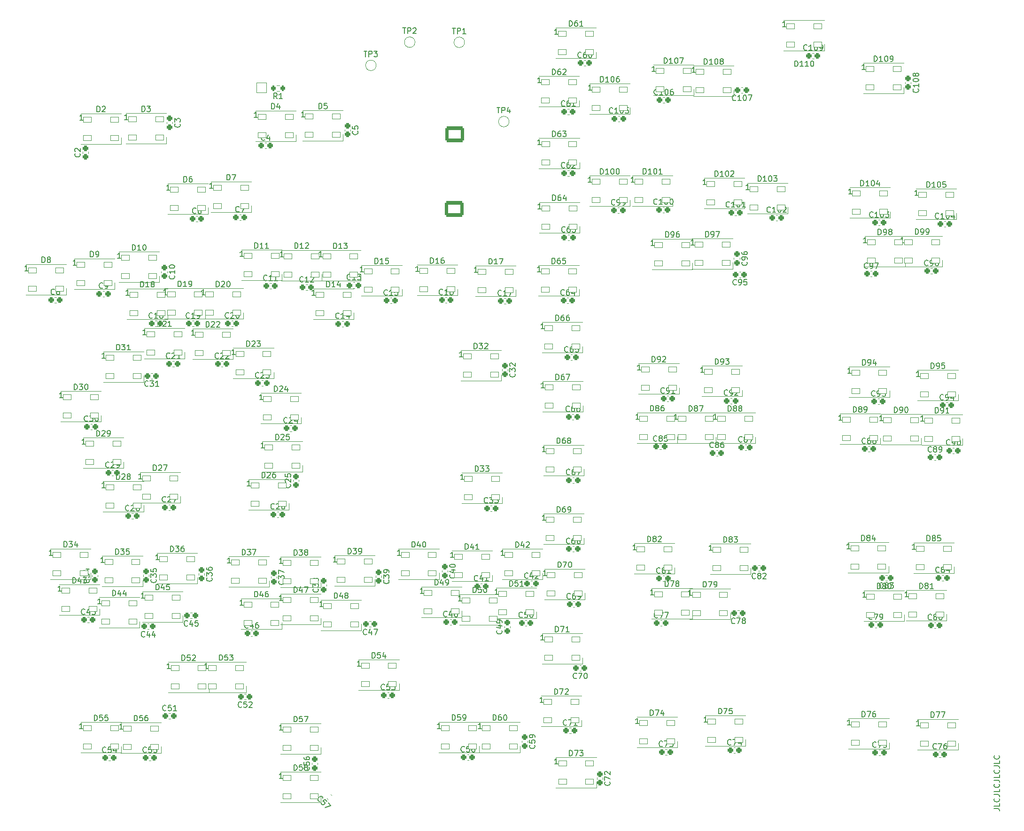
<source format=gbr>
%TF.GenerationSoftware,KiCad,Pcbnew,7.0.2*%
%TF.CreationDate,2023-05-01T02:39:06-08:00*%
%TF.ProjectId,COMM PANEL,434f4d4d-2050-4414-9e45-4c2e6b696361,4*%
%TF.SameCoordinates,Original*%
%TF.FileFunction,Legend,Top*%
%TF.FilePolarity,Positive*%
%FSLAX46Y46*%
G04 Gerber Fmt 4.6, Leading zero omitted, Abs format (unit mm)*
G04 Created by KiCad (PCBNEW 7.0.2) date 2023-05-01 02:39:06*
%MOMM*%
%LPD*%
G01*
G04 APERTURE LIST*
G04 Aperture macros list*
%AMRoundRect*
0 Rectangle with rounded corners*
0 $1 Rounding radius*
0 $2 $3 $4 $5 $6 $7 $8 $9 X,Y pos of 4 corners*
0 Add a 4 corners polygon primitive as box body*
4,1,4,$2,$3,$4,$5,$6,$7,$8,$9,$2,$3,0*
0 Add four circle primitives for the rounded corners*
1,1,$1+$1,$2,$3*
1,1,$1+$1,$4,$5*
1,1,$1+$1,$6,$7*
1,1,$1+$1,$8,$9*
0 Add four rect primitives between the rounded corners*
20,1,$1+$1,$2,$3,$4,$5,0*
20,1,$1+$1,$4,$5,$6,$7,0*
20,1,$1+$1,$6,$7,$8,$9,0*
20,1,$1+$1,$8,$9,$2,$3,0*%
G04 Aperture macros list end*
%ADD10C,0.150000*%
%ADD11C,0.120000*%
%ADD12RoundRect,0.050000X-0.750000X-0.450000X0.750000X-0.450000X0.750000X0.450000X-0.750000X0.450000X0*%
%ADD13RoundRect,0.275000X-0.225000X-0.250000X0.225000X-0.250000X0.225000X0.250000X-0.225000X0.250000X0*%
%ADD14RoundRect,0.275000X-0.250000X0.225000X-0.250000X-0.225000X0.250000X-0.225000X0.250000X0.225000X0*%
%ADD15RoundRect,0.275000X0.250000X-0.225000X0.250000X0.225000X-0.250000X0.225000X-0.250000X-0.225000X0*%
%ADD16RoundRect,0.275000X0.225000X0.250000X-0.225000X0.250000X-0.225000X-0.250000X0.225000X-0.250000X0*%
%ADD17RoundRect,0.275000X0.335876X0.017678X0.017678X0.335876X-0.335876X-0.017678X-0.017678X-0.335876X0*%
%ADD18RoundRect,0.250000X0.200000X0.275000X-0.200000X0.275000X-0.200000X-0.275000X0.200000X-0.275000X0*%
%ADD19C,12.700000*%
%ADD20C,7.640752*%
%ADD21C,2.481250*%
%ADD22C,1.600000*%
%ADD23RoundRect,0.300001X1.399999X-1.099999X1.399999X1.099999X-1.399999X1.099999X-1.399999X-1.099999X0*%
%ADD24O,3.400000X2.800000*%
%ADD25RoundRect,0.050000X-0.900000X0.900000X-0.900000X-0.900000X0.900000X-0.900000X0.900000X0.900000X0*%
%ADD26C,1.900000*%
%ADD27C,4.300000*%
%ADD28C,3.200000*%
G04 APERTURE END LIST*
D10*
X239612619Y-160249048D02*
X240326904Y-160249048D01*
X240326904Y-160249048D02*
X240469761Y-160296667D01*
X240469761Y-160296667D02*
X240565000Y-160391905D01*
X240565000Y-160391905D02*
X240612619Y-160534762D01*
X240612619Y-160534762D02*
X240612619Y-160630000D01*
X240612619Y-159296667D02*
X240612619Y-159772857D01*
X240612619Y-159772857D02*
X239612619Y-159772857D01*
X240517380Y-158391905D02*
X240565000Y-158439524D01*
X240565000Y-158439524D02*
X240612619Y-158582381D01*
X240612619Y-158582381D02*
X240612619Y-158677619D01*
X240612619Y-158677619D02*
X240565000Y-158820476D01*
X240565000Y-158820476D02*
X240469761Y-158915714D01*
X240469761Y-158915714D02*
X240374523Y-158963333D01*
X240374523Y-158963333D02*
X240184047Y-159010952D01*
X240184047Y-159010952D02*
X240041190Y-159010952D01*
X240041190Y-159010952D02*
X239850714Y-158963333D01*
X239850714Y-158963333D02*
X239755476Y-158915714D01*
X239755476Y-158915714D02*
X239660238Y-158820476D01*
X239660238Y-158820476D02*
X239612619Y-158677619D01*
X239612619Y-158677619D02*
X239612619Y-158582381D01*
X239612619Y-158582381D02*
X239660238Y-158439524D01*
X239660238Y-158439524D02*
X239707857Y-158391905D01*
X239612619Y-157677619D02*
X240326904Y-157677619D01*
X240326904Y-157677619D02*
X240469761Y-157725238D01*
X240469761Y-157725238D02*
X240565000Y-157820476D01*
X240565000Y-157820476D02*
X240612619Y-157963333D01*
X240612619Y-157963333D02*
X240612619Y-158058571D01*
X240612619Y-156725238D02*
X240612619Y-157201428D01*
X240612619Y-157201428D02*
X239612619Y-157201428D01*
X240517380Y-155820476D02*
X240565000Y-155868095D01*
X240565000Y-155868095D02*
X240612619Y-156010952D01*
X240612619Y-156010952D02*
X240612619Y-156106190D01*
X240612619Y-156106190D02*
X240565000Y-156249047D01*
X240565000Y-156249047D02*
X240469761Y-156344285D01*
X240469761Y-156344285D02*
X240374523Y-156391904D01*
X240374523Y-156391904D02*
X240184047Y-156439523D01*
X240184047Y-156439523D02*
X240041190Y-156439523D01*
X240041190Y-156439523D02*
X239850714Y-156391904D01*
X239850714Y-156391904D02*
X239755476Y-156344285D01*
X239755476Y-156344285D02*
X239660238Y-156249047D01*
X239660238Y-156249047D02*
X239612619Y-156106190D01*
X239612619Y-156106190D02*
X239612619Y-156010952D01*
X239612619Y-156010952D02*
X239660238Y-155868095D01*
X239660238Y-155868095D02*
X239707857Y-155820476D01*
X239612619Y-155106190D02*
X240326904Y-155106190D01*
X240326904Y-155106190D02*
X240469761Y-155153809D01*
X240469761Y-155153809D02*
X240565000Y-155249047D01*
X240565000Y-155249047D02*
X240612619Y-155391904D01*
X240612619Y-155391904D02*
X240612619Y-155487142D01*
X240612619Y-154153809D02*
X240612619Y-154629999D01*
X240612619Y-154629999D02*
X239612619Y-154629999D01*
X240517380Y-153249047D02*
X240565000Y-153296666D01*
X240565000Y-153296666D02*
X240612619Y-153439523D01*
X240612619Y-153439523D02*
X240612619Y-153534761D01*
X240612619Y-153534761D02*
X240565000Y-153677618D01*
X240565000Y-153677618D02*
X240469761Y-153772856D01*
X240469761Y-153772856D02*
X240374523Y-153820475D01*
X240374523Y-153820475D02*
X240184047Y-153868094D01*
X240184047Y-153868094D02*
X240041190Y-153868094D01*
X240041190Y-153868094D02*
X239850714Y-153820475D01*
X239850714Y-153820475D02*
X239755476Y-153772856D01*
X239755476Y-153772856D02*
X239660238Y-153677618D01*
X239660238Y-153677618D02*
X239612619Y-153534761D01*
X239612619Y-153534761D02*
X239612619Y-153439523D01*
X239612619Y-153439523D02*
X239660238Y-153296666D01*
X239660238Y-153296666D02*
X239707857Y-153249047D01*
X239612619Y-152534761D02*
X240326904Y-152534761D01*
X240326904Y-152534761D02*
X240469761Y-152582380D01*
X240469761Y-152582380D02*
X240565000Y-152677618D01*
X240565000Y-152677618D02*
X240612619Y-152820475D01*
X240612619Y-152820475D02*
X240612619Y-152915713D01*
X240612619Y-151582380D02*
X240612619Y-152058570D01*
X240612619Y-152058570D02*
X239612619Y-152058570D01*
X240517380Y-150677618D02*
X240565000Y-150725237D01*
X240565000Y-150725237D02*
X240612619Y-150868094D01*
X240612619Y-150868094D02*
X240612619Y-150963332D01*
X240612619Y-150963332D02*
X240565000Y-151106189D01*
X240565000Y-151106189D02*
X240469761Y-151201427D01*
X240469761Y-151201427D02*
X240374523Y-151249046D01*
X240374523Y-151249046D02*
X240184047Y-151296665D01*
X240184047Y-151296665D02*
X240041190Y-151296665D01*
X240041190Y-151296665D02*
X239850714Y-151249046D01*
X239850714Y-151249046D02*
X239755476Y-151201427D01*
X239755476Y-151201427D02*
X239660238Y-151106189D01*
X239660238Y-151106189D02*
X239612619Y-150963332D01*
X239612619Y-150963332D02*
X239612619Y-150868094D01*
X239612619Y-150868094D02*
X239660238Y-150725237D01*
X239660238Y-150725237D02*
X239707857Y-150677618D01*
%TO.C,D2*%
X77939505Y-34580219D02*
X77939505Y-33580219D01*
X77939505Y-33580219D02*
X78177600Y-33580219D01*
X78177600Y-33580219D02*
X78320457Y-33627838D01*
X78320457Y-33627838D02*
X78415695Y-33723076D01*
X78415695Y-33723076D02*
X78463314Y-33818314D01*
X78463314Y-33818314D02*
X78510933Y-34008790D01*
X78510933Y-34008790D02*
X78510933Y-34151647D01*
X78510933Y-34151647D02*
X78463314Y-34342123D01*
X78463314Y-34342123D02*
X78415695Y-34437361D01*
X78415695Y-34437361D02*
X78320457Y-34532600D01*
X78320457Y-34532600D02*
X78177600Y-34580219D01*
X78177600Y-34580219D02*
X77939505Y-34580219D01*
X78891886Y-33675457D02*
X78939505Y-33627838D01*
X78939505Y-33627838D02*
X79034743Y-33580219D01*
X79034743Y-33580219D02*
X79272838Y-33580219D01*
X79272838Y-33580219D02*
X79368076Y-33627838D01*
X79368076Y-33627838D02*
X79415695Y-33675457D01*
X79415695Y-33675457D02*
X79463314Y-33770695D01*
X79463314Y-33770695D02*
X79463314Y-33865933D01*
X79463314Y-33865933D02*
X79415695Y-34008790D01*
X79415695Y-34008790D02*
X78844267Y-34580219D01*
X78844267Y-34580219D02*
X79463314Y-34580219D01*
X75407314Y-36048219D02*
X74835886Y-36048219D01*
X75121600Y-36048219D02*
X75121600Y-35048219D01*
X75121600Y-35048219D02*
X75026362Y-35191076D01*
X75026362Y-35191076D02*
X74931124Y-35286314D01*
X74931124Y-35286314D02*
X74835886Y-35333933D01*
%TO.C,D3*%
X86039905Y-34529419D02*
X86039905Y-33529419D01*
X86039905Y-33529419D02*
X86278000Y-33529419D01*
X86278000Y-33529419D02*
X86420857Y-33577038D01*
X86420857Y-33577038D02*
X86516095Y-33672276D01*
X86516095Y-33672276D02*
X86563714Y-33767514D01*
X86563714Y-33767514D02*
X86611333Y-33957990D01*
X86611333Y-33957990D02*
X86611333Y-34100847D01*
X86611333Y-34100847D02*
X86563714Y-34291323D01*
X86563714Y-34291323D02*
X86516095Y-34386561D01*
X86516095Y-34386561D02*
X86420857Y-34481800D01*
X86420857Y-34481800D02*
X86278000Y-34529419D01*
X86278000Y-34529419D02*
X86039905Y-34529419D01*
X86944667Y-33529419D02*
X87563714Y-33529419D01*
X87563714Y-33529419D02*
X87230381Y-33910371D01*
X87230381Y-33910371D02*
X87373238Y-33910371D01*
X87373238Y-33910371D02*
X87468476Y-33957990D01*
X87468476Y-33957990D02*
X87516095Y-34005609D01*
X87516095Y-34005609D02*
X87563714Y-34100847D01*
X87563714Y-34100847D02*
X87563714Y-34338942D01*
X87563714Y-34338942D02*
X87516095Y-34434180D01*
X87516095Y-34434180D02*
X87468476Y-34481800D01*
X87468476Y-34481800D02*
X87373238Y-34529419D01*
X87373238Y-34529419D02*
X87087524Y-34529419D01*
X87087524Y-34529419D02*
X86992286Y-34481800D01*
X86992286Y-34481800D02*
X86944667Y-34434180D01*
X83507714Y-35997419D02*
X82936286Y-35997419D01*
X83222000Y-35997419D02*
X83222000Y-34997419D01*
X83222000Y-34997419D02*
X83126762Y-35140276D01*
X83126762Y-35140276D02*
X83031524Y-35235514D01*
X83031524Y-35235514D02*
X82936286Y-35283133D01*
%TO.C,D4*%
X109407905Y-34071819D02*
X109407905Y-33071819D01*
X109407905Y-33071819D02*
X109646000Y-33071819D01*
X109646000Y-33071819D02*
X109788857Y-33119438D01*
X109788857Y-33119438D02*
X109884095Y-33214676D01*
X109884095Y-33214676D02*
X109931714Y-33309914D01*
X109931714Y-33309914D02*
X109979333Y-33500390D01*
X109979333Y-33500390D02*
X109979333Y-33643247D01*
X109979333Y-33643247D02*
X109931714Y-33833723D01*
X109931714Y-33833723D02*
X109884095Y-33928961D01*
X109884095Y-33928961D02*
X109788857Y-34024200D01*
X109788857Y-34024200D02*
X109646000Y-34071819D01*
X109646000Y-34071819D02*
X109407905Y-34071819D01*
X110836476Y-33405152D02*
X110836476Y-34071819D01*
X110598381Y-33024200D02*
X110360286Y-33738485D01*
X110360286Y-33738485D02*
X110979333Y-33738485D01*
X106875714Y-35539819D02*
X106304286Y-35539819D01*
X106590000Y-35539819D02*
X106590000Y-34539819D01*
X106590000Y-34539819D02*
X106494762Y-34682676D01*
X106494762Y-34682676D02*
X106399524Y-34777914D01*
X106399524Y-34777914D02*
X106304286Y-34825533D01*
%TO.C,D5*%
X117918905Y-34021419D02*
X117918905Y-33021419D01*
X117918905Y-33021419D02*
X118157000Y-33021419D01*
X118157000Y-33021419D02*
X118299857Y-33069038D01*
X118299857Y-33069038D02*
X118395095Y-33164276D01*
X118395095Y-33164276D02*
X118442714Y-33259514D01*
X118442714Y-33259514D02*
X118490333Y-33449990D01*
X118490333Y-33449990D02*
X118490333Y-33592847D01*
X118490333Y-33592847D02*
X118442714Y-33783323D01*
X118442714Y-33783323D02*
X118395095Y-33878561D01*
X118395095Y-33878561D02*
X118299857Y-33973800D01*
X118299857Y-33973800D02*
X118157000Y-34021419D01*
X118157000Y-34021419D02*
X117918905Y-34021419D01*
X119395095Y-33021419D02*
X118918905Y-33021419D01*
X118918905Y-33021419D02*
X118871286Y-33497609D01*
X118871286Y-33497609D02*
X118918905Y-33449990D01*
X118918905Y-33449990D02*
X119014143Y-33402371D01*
X119014143Y-33402371D02*
X119252238Y-33402371D01*
X119252238Y-33402371D02*
X119347476Y-33449990D01*
X119347476Y-33449990D02*
X119395095Y-33497609D01*
X119395095Y-33497609D02*
X119442714Y-33592847D01*
X119442714Y-33592847D02*
X119442714Y-33830942D01*
X119442714Y-33830942D02*
X119395095Y-33926180D01*
X119395095Y-33926180D02*
X119347476Y-33973800D01*
X119347476Y-33973800D02*
X119252238Y-34021419D01*
X119252238Y-34021419D02*
X119014143Y-34021419D01*
X119014143Y-34021419D02*
X118918905Y-33973800D01*
X118918905Y-33973800D02*
X118871286Y-33926180D01*
X115386714Y-35489419D02*
X114815286Y-35489419D01*
X115101000Y-35489419D02*
X115101000Y-34489419D01*
X115101000Y-34489419D02*
X115005762Y-34632276D01*
X115005762Y-34632276D02*
X114910524Y-34727514D01*
X114910524Y-34727514D02*
X114815286Y-34775133D01*
%TO.C,D6*%
X93585905Y-47229019D02*
X93585905Y-46229019D01*
X93585905Y-46229019D02*
X93824000Y-46229019D01*
X93824000Y-46229019D02*
X93966857Y-46276638D01*
X93966857Y-46276638D02*
X94062095Y-46371876D01*
X94062095Y-46371876D02*
X94109714Y-46467114D01*
X94109714Y-46467114D02*
X94157333Y-46657590D01*
X94157333Y-46657590D02*
X94157333Y-46800447D01*
X94157333Y-46800447D02*
X94109714Y-46990923D01*
X94109714Y-46990923D02*
X94062095Y-47086161D01*
X94062095Y-47086161D02*
X93966857Y-47181400D01*
X93966857Y-47181400D02*
X93824000Y-47229019D01*
X93824000Y-47229019D02*
X93585905Y-47229019D01*
X95014476Y-46229019D02*
X94824000Y-46229019D01*
X94824000Y-46229019D02*
X94728762Y-46276638D01*
X94728762Y-46276638D02*
X94681143Y-46324257D01*
X94681143Y-46324257D02*
X94585905Y-46467114D01*
X94585905Y-46467114D02*
X94538286Y-46657590D01*
X94538286Y-46657590D02*
X94538286Y-47038542D01*
X94538286Y-47038542D02*
X94585905Y-47133780D01*
X94585905Y-47133780D02*
X94633524Y-47181400D01*
X94633524Y-47181400D02*
X94728762Y-47229019D01*
X94728762Y-47229019D02*
X94919238Y-47229019D01*
X94919238Y-47229019D02*
X95014476Y-47181400D01*
X95014476Y-47181400D02*
X95062095Y-47133780D01*
X95062095Y-47133780D02*
X95109714Y-47038542D01*
X95109714Y-47038542D02*
X95109714Y-46800447D01*
X95109714Y-46800447D02*
X95062095Y-46705209D01*
X95062095Y-46705209D02*
X95014476Y-46657590D01*
X95014476Y-46657590D02*
X94919238Y-46609971D01*
X94919238Y-46609971D02*
X94728762Y-46609971D01*
X94728762Y-46609971D02*
X94633524Y-46657590D01*
X94633524Y-46657590D02*
X94585905Y-46705209D01*
X94585905Y-46705209D02*
X94538286Y-46800447D01*
X91053714Y-48697019D02*
X90482286Y-48697019D01*
X90768000Y-48697019D02*
X90768000Y-47697019D01*
X90768000Y-47697019D02*
X90672762Y-47839876D01*
X90672762Y-47839876D02*
X90577524Y-47935114D01*
X90577524Y-47935114D02*
X90482286Y-47982733D01*
%TO.C,D7*%
X101357905Y-46873419D02*
X101357905Y-45873419D01*
X101357905Y-45873419D02*
X101596000Y-45873419D01*
X101596000Y-45873419D02*
X101738857Y-45921038D01*
X101738857Y-45921038D02*
X101834095Y-46016276D01*
X101834095Y-46016276D02*
X101881714Y-46111514D01*
X101881714Y-46111514D02*
X101929333Y-46301990D01*
X101929333Y-46301990D02*
X101929333Y-46444847D01*
X101929333Y-46444847D02*
X101881714Y-46635323D01*
X101881714Y-46635323D02*
X101834095Y-46730561D01*
X101834095Y-46730561D02*
X101738857Y-46825800D01*
X101738857Y-46825800D02*
X101596000Y-46873419D01*
X101596000Y-46873419D02*
X101357905Y-46873419D01*
X102262667Y-45873419D02*
X102929333Y-45873419D01*
X102929333Y-45873419D02*
X102500762Y-46873419D01*
X98825714Y-48341419D02*
X98254286Y-48341419D01*
X98540000Y-48341419D02*
X98540000Y-47341419D01*
X98540000Y-47341419D02*
X98444762Y-47484276D01*
X98444762Y-47484276D02*
X98349524Y-47579514D01*
X98349524Y-47579514D02*
X98254286Y-47627133D01*
%TO.C,D8*%
X68033505Y-61757819D02*
X68033505Y-60757819D01*
X68033505Y-60757819D02*
X68271600Y-60757819D01*
X68271600Y-60757819D02*
X68414457Y-60805438D01*
X68414457Y-60805438D02*
X68509695Y-60900676D01*
X68509695Y-60900676D02*
X68557314Y-60995914D01*
X68557314Y-60995914D02*
X68604933Y-61186390D01*
X68604933Y-61186390D02*
X68604933Y-61329247D01*
X68604933Y-61329247D02*
X68557314Y-61519723D01*
X68557314Y-61519723D02*
X68509695Y-61614961D01*
X68509695Y-61614961D02*
X68414457Y-61710200D01*
X68414457Y-61710200D02*
X68271600Y-61757819D01*
X68271600Y-61757819D02*
X68033505Y-61757819D01*
X69176362Y-61186390D02*
X69081124Y-61138771D01*
X69081124Y-61138771D02*
X69033505Y-61091152D01*
X69033505Y-61091152D02*
X68985886Y-60995914D01*
X68985886Y-60995914D02*
X68985886Y-60948295D01*
X68985886Y-60948295D02*
X69033505Y-60853057D01*
X69033505Y-60853057D02*
X69081124Y-60805438D01*
X69081124Y-60805438D02*
X69176362Y-60757819D01*
X69176362Y-60757819D02*
X69366838Y-60757819D01*
X69366838Y-60757819D02*
X69462076Y-60805438D01*
X69462076Y-60805438D02*
X69509695Y-60853057D01*
X69509695Y-60853057D02*
X69557314Y-60948295D01*
X69557314Y-60948295D02*
X69557314Y-60995914D01*
X69557314Y-60995914D02*
X69509695Y-61091152D01*
X69509695Y-61091152D02*
X69462076Y-61138771D01*
X69462076Y-61138771D02*
X69366838Y-61186390D01*
X69366838Y-61186390D02*
X69176362Y-61186390D01*
X69176362Y-61186390D02*
X69081124Y-61234009D01*
X69081124Y-61234009D02*
X69033505Y-61281628D01*
X69033505Y-61281628D02*
X68985886Y-61376866D01*
X68985886Y-61376866D02*
X68985886Y-61567342D01*
X68985886Y-61567342D02*
X69033505Y-61662580D01*
X69033505Y-61662580D02*
X69081124Y-61710200D01*
X69081124Y-61710200D02*
X69176362Y-61757819D01*
X69176362Y-61757819D02*
X69366838Y-61757819D01*
X69366838Y-61757819D02*
X69462076Y-61710200D01*
X69462076Y-61710200D02*
X69509695Y-61662580D01*
X69509695Y-61662580D02*
X69557314Y-61567342D01*
X69557314Y-61567342D02*
X69557314Y-61376866D01*
X69557314Y-61376866D02*
X69509695Y-61281628D01*
X69509695Y-61281628D02*
X69462076Y-61234009D01*
X69462076Y-61234009D02*
X69366838Y-61186390D01*
X65501314Y-63225819D02*
X64929886Y-63225819D01*
X65215600Y-63225819D02*
X65215600Y-62225819D01*
X65215600Y-62225819D02*
X65120362Y-62368676D01*
X65120362Y-62368676D02*
X65025124Y-62463914D01*
X65025124Y-62463914D02*
X64929886Y-62511533D01*
%TO.C,D9*%
X76743505Y-60742219D02*
X76743505Y-59742219D01*
X76743505Y-59742219D02*
X76981600Y-59742219D01*
X76981600Y-59742219D02*
X77124457Y-59789838D01*
X77124457Y-59789838D02*
X77219695Y-59885076D01*
X77219695Y-59885076D02*
X77267314Y-59980314D01*
X77267314Y-59980314D02*
X77314933Y-60170790D01*
X77314933Y-60170790D02*
X77314933Y-60313647D01*
X77314933Y-60313647D02*
X77267314Y-60504123D01*
X77267314Y-60504123D02*
X77219695Y-60599361D01*
X77219695Y-60599361D02*
X77124457Y-60694600D01*
X77124457Y-60694600D02*
X76981600Y-60742219D01*
X76981600Y-60742219D02*
X76743505Y-60742219D01*
X77791124Y-60742219D02*
X77981600Y-60742219D01*
X77981600Y-60742219D02*
X78076838Y-60694600D01*
X78076838Y-60694600D02*
X78124457Y-60646980D01*
X78124457Y-60646980D02*
X78219695Y-60504123D01*
X78219695Y-60504123D02*
X78267314Y-60313647D01*
X78267314Y-60313647D02*
X78267314Y-59932695D01*
X78267314Y-59932695D02*
X78219695Y-59837457D01*
X78219695Y-59837457D02*
X78172076Y-59789838D01*
X78172076Y-59789838D02*
X78076838Y-59742219D01*
X78076838Y-59742219D02*
X77886362Y-59742219D01*
X77886362Y-59742219D02*
X77791124Y-59789838D01*
X77791124Y-59789838D02*
X77743505Y-59837457D01*
X77743505Y-59837457D02*
X77695886Y-59932695D01*
X77695886Y-59932695D02*
X77695886Y-60170790D01*
X77695886Y-60170790D02*
X77743505Y-60266028D01*
X77743505Y-60266028D02*
X77791124Y-60313647D01*
X77791124Y-60313647D02*
X77886362Y-60361266D01*
X77886362Y-60361266D02*
X78076838Y-60361266D01*
X78076838Y-60361266D02*
X78172076Y-60313647D01*
X78172076Y-60313647D02*
X78219695Y-60266028D01*
X78219695Y-60266028D02*
X78267314Y-60170790D01*
X74211314Y-62210219D02*
X73639886Y-62210219D01*
X73925600Y-62210219D02*
X73925600Y-61210219D01*
X73925600Y-61210219D02*
X73830362Y-61353076D01*
X73830362Y-61353076D02*
X73735124Y-61448314D01*
X73735124Y-61448314D02*
X73639886Y-61495933D01*
%TO.C,D10*%
X84293714Y-59522619D02*
X84293714Y-58522619D01*
X84293714Y-58522619D02*
X84531809Y-58522619D01*
X84531809Y-58522619D02*
X84674666Y-58570238D01*
X84674666Y-58570238D02*
X84769904Y-58665476D01*
X84769904Y-58665476D02*
X84817523Y-58760714D01*
X84817523Y-58760714D02*
X84865142Y-58951190D01*
X84865142Y-58951190D02*
X84865142Y-59094047D01*
X84865142Y-59094047D02*
X84817523Y-59284523D01*
X84817523Y-59284523D02*
X84769904Y-59379761D01*
X84769904Y-59379761D02*
X84674666Y-59475000D01*
X84674666Y-59475000D02*
X84531809Y-59522619D01*
X84531809Y-59522619D02*
X84293714Y-59522619D01*
X85817523Y-59522619D02*
X85246095Y-59522619D01*
X85531809Y-59522619D02*
X85531809Y-58522619D01*
X85531809Y-58522619D02*
X85436571Y-58665476D01*
X85436571Y-58665476D02*
X85341333Y-58760714D01*
X85341333Y-58760714D02*
X85246095Y-58808333D01*
X86436571Y-58522619D02*
X86531809Y-58522619D01*
X86531809Y-58522619D02*
X86627047Y-58570238D01*
X86627047Y-58570238D02*
X86674666Y-58617857D01*
X86674666Y-58617857D02*
X86722285Y-58713095D01*
X86722285Y-58713095D02*
X86769904Y-58903571D01*
X86769904Y-58903571D02*
X86769904Y-59141666D01*
X86769904Y-59141666D02*
X86722285Y-59332142D01*
X86722285Y-59332142D02*
X86674666Y-59427380D01*
X86674666Y-59427380D02*
X86627047Y-59475000D01*
X86627047Y-59475000D02*
X86531809Y-59522619D01*
X86531809Y-59522619D02*
X86436571Y-59522619D01*
X86436571Y-59522619D02*
X86341333Y-59475000D01*
X86341333Y-59475000D02*
X86293714Y-59427380D01*
X86293714Y-59427380D02*
X86246095Y-59332142D01*
X86246095Y-59332142D02*
X86198476Y-59141666D01*
X86198476Y-59141666D02*
X86198476Y-58903571D01*
X86198476Y-58903571D02*
X86246095Y-58713095D01*
X86246095Y-58713095D02*
X86293714Y-58617857D01*
X86293714Y-58617857D02*
X86341333Y-58570238D01*
X86341333Y-58570238D02*
X86436571Y-58522619D01*
X82237714Y-60990619D02*
X81666286Y-60990619D01*
X81952000Y-60990619D02*
X81952000Y-59990619D01*
X81952000Y-59990619D02*
X81856762Y-60133476D01*
X81856762Y-60133476D02*
X81761524Y-60228714D01*
X81761524Y-60228714D02*
X81666286Y-60276333D01*
%TO.C,D11*%
X106379714Y-59192619D02*
X106379714Y-58192619D01*
X106379714Y-58192619D02*
X106617809Y-58192619D01*
X106617809Y-58192619D02*
X106760666Y-58240238D01*
X106760666Y-58240238D02*
X106855904Y-58335476D01*
X106855904Y-58335476D02*
X106903523Y-58430714D01*
X106903523Y-58430714D02*
X106951142Y-58621190D01*
X106951142Y-58621190D02*
X106951142Y-58764047D01*
X106951142Y-58764047D02*
X106903523Y-58954523D01*
X106903523Y-58954523D02*
X106855904Y-59049761D01*
X106855904Y-59049761D02*
X106760666Y-59145000D01*
X106760666Y-59145000D02*
X106617809Y-59192619D01*
X106617809Y-59192619D02*
X106379714Y-59192619D01*
X107903523Y-59192619D02*
X107332095Y-59192619D01*
X107617809Y-59192619D02*
X107617809Y-58192619D01*
X107617809Y-58192619D02*
X107522571Y-58335476D01*
X107522571Y-58335476D02*
X107427333Y-58430714D01*
X107427333Y-58430714D02*
X107332095Y-58478333D01*
X108855904Y-59192619D02*
X108284476Y-59192619D01*
X108570190Y-59192619D02*
X108570190Y-58192619D01*
X108570190Y-58192619D02*
X108474952Y-58335476D01*
X108474952Y-58335476D02*
X108379714Y-58430714D01*
X108379714Y-58430714D02*
X108284476Y-58478333D01*
X104323714Y-60660619D02*
X103752286Y-60660619D01*
X104038000Y-60660619D02*
X104038000Y-59660619D01*
X104038000Y-59660619D02*
X103942762Y-59803476D01*
X103942762Y-59803476D02*
X103847524Y-59898714D01*
X103847524Y-59898714D02*
X103752286Y-59946333D01*
%TO.C,D12*%
X113605714Y-59217819D02*
X113605714Y-58217819D01*
X113605714Y-58217819D02*
X113843809Y-58217819D01*
X113843809Y-58217819D02*
X113986666Y-58265438D01*
X113986666Y-58265438D02*
X114081904Y-58360676D01*
X114081904Y-58360676D02*
X114129523Y-58455914D01*
X114129523Y-58455914D02*
X114177142Y-58646390D01*
X114177142Y-58646390D02*
X114177142Y-58789247D01*
X114177142Y-58789247D02*
X114129523Y-58979723D01*
X114129523Y-58979723D02*
X114081904Y-59074961D01*
X114081904Y-59074961D02*
X113986666Y-59170200D01*
X113986666Y-59170200D02*
X113843809Y-59217819D01*
X113843809Y-59217819D02*
X113605714Y-59217819D01*
X115129523Y-59217819D02*
X114558095Y-59217819D01*
X114843809Y-59217819D02*
X114843809Y-58217819D01*
X114843809Y-58217819D02*
X114748571Y-58360676D01*
X114748571Y-58360676D02*
X114653333Y-58455914D01*
X114653333Y-58455914D02*
X114558095Y-58503533D01*
X115510476Y-58313057D02*
X115558095Y-58265438D01*
X115558095Y-58265438D02*
X115653333Y-58217819D01*
X115653333Y-58217819D02*
X115891428Y-58217819D01*
X115891428Y-58217819D02*
X115986666Y-58265438D01*
X115986666Y-58265438D02*
X116034285Y-58313057D01*
X116034285Y-58313057D02*
X116081904Y-58408295D01*
X116081904Y-58408295D02*
X116081904Y-58503533D01*
X116081904Y-58503533D02*
X116034285Y-58646390D01*
X116034285Y-58646390D02*
X115462857Y-59217819D01*
X115462857Y-59217819D02*
X116081904Y-59217819D01*
X111549714Y-60685819D02*
X110978286Y-60685819D01*
X111264000Y-60685819D02*
X111264000Y-59685819D01*
X111264000Y-59685819D02*
X111168762Y-59828676D01*
X111168762Y-59828676D02*
X111073524Y-59923914D01*
X111073524Y-59923914D02*
X110978286Y-59971533D01*
%TO.C,D13*%
X120585714Y-59232619D02*
X120585714Y-58232619D01*
X120585714Y-58232619D02*
X120823809Y-58232619D01*
X120823809Y-58232619D02*
X120966666Y-58280238D01*
X120966666Y-58280238D02*
X121061904Y-58375476D01*
X121061904Y-58375476D02*
X121109523Y-58470714D01*
X121109523Y-58470714D02*
X121157142Y-58661190D01*
X121157142Y-58661190D02*
X121157142Y-58804047D01*
X121157142Y-58804047D02*
X121109523Y-58994523D01*
X121109523Y-58994523D02*
X121061904Y-59089761D01*
X121061904Y-59089761D02*
X120966666Y-59185000D01*
X120966666Y-59185000D02*
X120823809Y-59232619D01*
X120823809Y-59232619D02*
X120585714Y-59232619D01*
X122109523Y-59232619D02*
X121538095Y-59232619D01*
X121823809Y-59232619D02*
X121823809Y-58232619D01*
X121823809Y-58232619D02*
X121728571Y-58375476D01*
X121728571Y-58375476D02*
X121633333Y-58470714D01*
X121633333Y-58470714D02*
X121538095Y-58518333D01*
X122442857Y-58232619D02*
X123061904Y-58232619D01*
X123061904Y-58232619D02*
X122728571Y-58613571D01*
X122728571Y-58613571D02*
X122871428Y-58613571D01*
X122871428Y-58613571D02*
X122966666Y-58661190D01*
X122966666Y-58661190D02*
X123014285Y-58708809D01*
X123014285Y-58708809D02*
X123061904Y-58804047D01*
X123061904Y-58804047D02*
X123061904Y-59042142D01*
X123061904Y-59042142D02*
X123014285Y-59137380D01*
X123014285Y-59137380D02*
X122966666Y-59185000D01*
X122966666Y-59185000D02*
X122871428Y-59232619D01*
X122871428Y-59232619D02*
X122585714Y-59232619D01*
X122585714Y-59232619D02*
X122490476Y-59185000D01*
X122490476Y-59185000D02*
X122442857Y-59137380D01*
X118529714Y-60700619D02*
X117958286Y-60700619D01*
X118244000Y-60700619D02*
X118244000Y-59700619D01*
X118244000Y-59700619D02*
X118148762Y-59843476D01*
X118148762Y-59843476D02*
X118053524Y-59938714D01*
X118053524Y-59938714D02*
X117958286Y-59986333D01*
%TO.C,D15*%
X128032714Y-61961019D02*
X128032714Y-60961019D01*
X128032714Y-60961019D02*
X128270809Y-60961019D01*
X128270809Y-60961019D02*
X128413666Y-61008638D01*
X128413666Y-61008638D02*
X128508904Y-61103876D01*
X128508904Y-61103876D02*
X128556523Y-61199114D01*
X128556523Y-61199114D02*
X128604142Y-61389590D01*
X128604142Y-61389590D02*
X128604142Y-61532447D01*
X128604142Y-61532447D02*
X128556523Y-61722923D01*
X128556523Y-61722923D02*
X128508904Y-61818161D01*
X128508904Y-61818161D02*
X128413666Y-61913400D01*
X128413666Y-61913400D02*
X128270809Y-61961019D01*
X128270809Y-61961019D02*
X128032714Y-61961019D01*
X129556523Y-61961019D02*
X128985095Y-61961019D01*
X129270809Y-61961019D02*
X129270809Y-60961019D01*
X129270809Y-60961019D02*
X129175571Y-61103876D01*
X129175571Y-61103876D02*
X129080333Y-61199114D01*
X129080333Y-61199114D02*
X128985095Y-61246733D01*
X130461285Y-60961019D02*
X129985095Y-60961019D01*
X129985095Y-60961019D02*
X129937476Y-61437209D01*
X129937476Y-61437209D02*
X129985095Y-61389590D01*
X129985095Y-61389590D02*
X130080333Y-61341971D01*
X130080333Y-61341971D02*
X130318428Y-61341971D01*
X130318428Y-61341971D02*
X130413666Y-61389590D01*
X130413666Y-61389590D02*
X130461285Y-61437209D01*
X130461285Y-61437209D02*
X130508904Y-61532447D01*
X130508904Y-61532447D02*
X130508904Y-61770542D01*
X130508904Y-61770542D02*
X130461285Y-61865780D01*
X130461285Y-61865780D02*
X130413666Y-61913400D01*
X130413666Y-61913400D02*
X130318428Y-61961019D01*
X130318428Y-61961019D02*
X130080333Y-61961019D01*
X130080333Y-61961019D02*
X129985095Y-61913400D01*
X129985095Y-61913400D02*
X129937476Y-61865780D01*
X125976714Y-63429019D02*
X125405286Y-63429019D01*
X125691000Y-63429019D02*
X125691000Y-62429019D01*
X125691000Y-62429019D02*
X125595762Y-62571876D01*
X125595762Y-62571876D02*
X125500524Y-62667114D01*
X125500524Y-62667114D02*
X125405286Y-62714733D01*
%TO.C,D16*%
X138039714Y-61910219D02*
X138039714Y-60910219D01*
X138039714Y-60910219D02*
X138277809Y-60910219D01*
X138277809Y-60910219D02*
X138420666Y-60957838D01*
X138420666Y-60957838D02*
X138515904Y-61053076D01*
X138515904Y-61053076D02*
X138563523Y-61148314D01*
X138563523Y-61148314D02*
X138611142Y-61338790D01*
X138611142Y-61338790D02*
X138611142Y-61481647D01*
X138611142Y-61481647D02*
X138563523Y-61672123D01*
X138563523Y-61672123D02*
X138515904Y-61767361D01*
X138515904Y-61767361D02*
X138420666Y-61862600D01*
X138420666Y-61862600D02*
X138277809Y-61910219D01*
X138277809Y-61910219D02*
X138039714Y-61910219D01*
X139563523Y-61910219D02*
X138992095Y-61910219D01*
X139277809Y-61910219D02*
X139277809Y-60910219D01*
X139277809Y-60910219D02*
X139182571Y-61053076D01*
X139182571Y-61053076D02*
X139087333Y-61148314D01*
X139087333Y-61148314D02*
X138992095Y-61195933D01*
X140420666Y-60910219D02*
X140230190Y-60910219D01*
X140230190Y-60910219D02*
X140134952Y-60957838D01*
X140134952Y-60957838D02*
X140087333Y-61005457D01*
X140087333Y-61005457D02*
X139992095Y-61148314D01*
X139992095Y-61148314D02*
X139944476Y-61338790D01*
X139944476Y-61338790D02*
X139944476Y-61719742D01*
X139944476Y-61719742D02*
X139992095Y-61814980D01*
X139992095Y-61814980D02*
X140039714Y-61862600D01*
X140039714Y-61862600D02*
X140134952Y-61910219D01*
X140134952Y-61910219D02*
X140325428Y-61910219D01*
X140325428Y-61910219D02*
X140420666Y-61862600D01*
X140420666Y-61862600D02*
X140468285Y-61814980D01*
X140468285Y-61814980D02*
X140515904Y-61719742D01*
X140515904Y-61719742D02*
X140515904Y-61481647D01*
X140515904Y-61481647D02*
X140468285Y-61386409D01*
X140468285Y-61386409D02*
X140420666Y-61338790D01*
X140420666Y-61338790D02*
X140325428Y-61291171D01*
X140325428Y-61291171D02*
X140134952Y-61291171D01*
X140134952Y-61291171D02*
X140039714Y-61338790D01*
X140039714Y-61338790D02*
X139992095Y-61386409D01*
X139992095Y-61386409D02*
X139944476Y-61481647D01*
X135983714Y-63378219D02*
X135412286Y-63378219D01*
X135698000Y-63378219D02*
X135698000Y-62378219D01*
X135698000Y-62378219D02*
X135602762Y-62521076D01*
X135602762Y-62521076D02*
X135507524Y-62616314D01*
X135507524Y-62616314D02*
X135412286Y-62663933D01*
%TO.C,D17*%
X148594714Y-62037419D02*
X148594714Y-61037419D01*
X148594714Y-61037419D02*
X148832809Y-61037419D01*
X148832809Y-61037419D02*
X148975666Y-61085038D01*
X148975666Y-61085038D02*
X149070904Y-61180276D01*
X149070904Y-61180276D02*
X149118523Y-61275514D01*
X149118523Y-61275514D02*
X149166142Y-61465990D01*
X149166142Y-61465990D02*
X149166142Y-61608847D01*
X149166142Y-61608847D02*
X149118523Y-61799323D01*
X149118523Y-61799323D02*
X149070904Y-61894561D01*
X149070904Y-61894561D02*
X148975666Y-61989800D01*
X148975666Y-61989800D02*
X148832809Y-62037419D01*
X148832809Y-62037419D02*
X148594714Y-62037419D01*
X150118523Y-62037419D02*
X149547095Y-62037419D01*
X149832809Y-62037419D02*
X149832809Y-61037419D01*
X149832809Y-61037419D02*
X149737571Y-61180276D01*
X149737571Y-61180276D02*
X149642333Y-61275514D01*
X149642333Y-61275514D02*
X149547095Y-61323133D01*
X150451857Y-61037419D02*
X151118523Y-61037419D01*
X151118523Y-61037419D02*
X150689952Y-62037419D01*
X146538714Y-63505419D02*
X145967286Y-63505419D01*
X146253000Y-63505419D02*
X146253000Y-62505419D01*
X146253000Y-62505419D02*
X146157762Y-62648276D01*
X146157762Y-62648276D02*
X146062524Y-62743514D01*
X146062524Y-62743514D02*
X145967286Y-62791133D01*
%TO.C,D18*%
X85794514Y-66177419D02*
X85794514Y-65177419D01*
X85794514Y-65177419D02*
X86032609Y-65177419D01*
X86032609Y-65177419D02*
X86175466Y-65225038D01*
X86175466Y-65225038D02*
X86270704Y-65320276D01*
X86270704Y-65320276D02*
X86318323Y-65415514D01*
X86318323Y-65415514D02*
X86365942Y-65605990D01*
X86365942Y-65605990D02*
X86365942Y-65748847D01*
X86365942Y-65748847D02*
X86318323Y-65939323D01*
X86318323Y-65939323D02*
X86270704Y-66034561D01*
X86270704Y-66034561D02*
X86175466Y-66129800D01*
X86175466Y-66129800D02*
X86032609Y-66177419D01*
X86032609Y-66177419D02*
X85794514Y-66177419D01*
X87318323Y-66177419D02*
X86746895Y-66177419D01*
X87032609Y-66177419D02*
X87032609Y-65177419D01*
X87032609Y-65177419D02*
X86937371Y-65320276D01*
X86937371Y-65320276D02*
X86842133Y-65415514D01*
X86842133Y-65415514D02*
X86746895Y-65463133D01*
X87889752Y-65605990D02*
X87794514Y-65558371D01*
X87794514Y-65558371D02*
X87746895Y-65510752D01*
X87746895Y-65510752D02*
X87699276Y-65415514D01*
X87699276Y-65415514D02*
X87699276Y-65367895D01*
X87699276Y-65367895D02*
X87746895Y-65272657D01*
X87746895Y-65272657D02*
X87794514Y-65225038D01*
X87794514Y-65225038D02*
X87889752Y-65177419D01*
X87889752Y-65177419D02*
X88080228Y-65177419D01*
X88080228Y-65177419D02*
X88175466Y-65225038D01*
X88175466Y-65225038D02*
X88223085Y-65272657D01*
X88223085Y-65272657D02*
X88270704Y-65367895D01*
X88270704Y-65367895D02*
X88270704Y-65415514D01*
X88270704Y-65415514D02*
X88223085Y-65510752D01*
X88223085Y-65510752D02*
X88175466Y-65558371D01*
X88175466Y-65558371D02*
X88080228Y-65605990D01*
X88080228Y-65605990D02*
X87889752Y-65605990D01*
X87889752Y-65605990D02*
X87794514Y-65653609D01*
X87794514Y-65653609D02*
X87746895Y-65701228D01*
X87746895Y-65701228D02*
X87699276Y-65796466D01*
X87699276Y-65796466D02*
X87699276Y-65986942D01*
X87699276Y-65986942D02*
X87746895Y-66082180D01*
X87746895Y-66082180D02*
X87794514Y-66129800D01*
X87794514Y-66129800D02*
X87889752Y-66177419D01*
X87889752Y-66177419D02*
X88080228Y-66177419D01*
X88080228Y-66177419D02*
X88175466Y-66129800D01*
X88175466Y-66129800D02*
X88223085Y-66082180D01*
X88223085Y-66082180D02*
X88270704Y-65986942D01*
X88270704Y-65986942D02*
X88270704Y-65796466D01*
X88270704Y-65796466D02*
X88223085Y-65701228D01*
X88223085Y-65701228D02*
X88175466Y-65653609D01*
X88175466Y-65653609D02*
X88080228Y-65605990D01*
X83738514Y-67645419D02*
X83167086Y-67645419D01*
X83452800Y-67645419D02*
X83452800Y-66645419D01*
X83452800Y-66645419D02*
X83357562Y-66788276D01*
X83357562Y-66788276D02*
X83262324Y-66883514D01*
X83262324Y-66883514D02*
X83167086Y-66931133D01*
%TO.C,D20*%
X99431714Y-66126619D02*
X99431714Y-65126619D01*
X99431714Y-65126619D02*
X99669809Y-65126619D01*
X99669809Y-65126619D02*
X99812666Y-65174238D01*
X99812666Y-65174238D02*
X99907904Y-65269476D01*
X99907904Y-65269476D02*
X99955523Y-65364714D01*
X99955523Y-65364714D02*
X100003142Y-65555190D01*
X100003142Y-65555190D02*
X100003142Y-65698047D01*
X100003142Y-65698047D02*
X99955523Y-65888523D01*
X99955523Y-65888523D02*
X99907904Y-65983761D01*
X99907904Y-65983761D02*
X99812666Y-66079000D01*
X99812666Y-66079000D02*
X99669809Y-66126619D01*
X99669809Y-66126619D02*
X99431714Y-66126619D01*
X100384095Y-65221857D02*
X100431714Y-65174238D01*
X100431714Y-65174238D02*
X100526952Y-65126619D01*
X100526952Y-65126619D02*
X100765047Y-65126619D01*
X100765047Y-65126619D02*
X100860285Y-65174238D01*
X100860285Y-65174238D02*
X100907904Y-65221857D01*
X100907904Y-65221857D02*
X100955523Y-65317095D01*
X100955523Y-65317095D02*
X100955523Y-65412333D01*
X100955523Y-65412333D02*
X100907904Y-65555190D01*
X100907904Y-65555190D02*
X100336476Y-66126619D01*
X100336476Y-66126619D02*
X100955523Y-66126619D01*
X101574571Y-65126619D02*
X101669809Y-65126619D01*
X101669809Y-65126619D02*
X101765047Y-65174238D01*
X101765047Y-65174238D02*
X101812666Y-65221857D01*
X101812666Y-65221857D02*
X101860285Y-65317095D01*
X101860285Y-65317095D02*
X101907904Y-65507571D01*
X101907904Y-65507571D02*
X101907904Y-65745666D01*
X101907904Y-65745666D02*
X101860285Y-65936142D01*
X101860285Y-65936142D02*
X101812666Y-66031380D01*
X101812666Y-66031380D02*
X101765047Y-66079000D01*
X101765047Y-66079000D02*
X101669809Y-66126619D01*
X101669809Y-66126619D02*
X101574571Y-66126619D01*
X101574571Y-66126619D02*
X101479333Y-66079000D01*
X101479333Y-66079000D02*
X101431714Y-66031380D01*
X101431714Y-66031380D02*
X101384095Y-65936142D01*
X101384095Y-65936142D02*
X101336476Y-65745666D01*
X101336476Y-65745666D02*
X101336476Y-65507571D01*
X101336476Y-65507571D02*
X101384095Y-65317095D01*
X101384095Y-65317095D02*
X101431714Y-65221857D01*
X101431714Y-65221857D02*
X101479333Y-65174238D01*
X101479333Y-65174238D02*
X101574571Y-65126619D01*
X97375714Y-67594619D02*
X96804286Y-67594619D01*
X97090000Y-67594619D02*
X97090000Y-66594619D01*
X97090000Y-66594619D02*
X96994762Y-66737476D01*
X96994762Y-66737476D02*
X96899524Y-66832714D01*
X96899524Y-66832714D02*
X96804286Y-66880333D01*
%TO.C,D21*%
X88865714Y-73289419D02*
X88865714Y-72289419D01*
X88865714Y-72289419D02*
X89103809Y-72289419D01*
X89103809Y-72289419D02*
X89246666Y-72337038D01*
X89246666Y-72337038D02*
X89341904Y-72432276D01*
X89341904Y-72432276D02*
X89389523Y-72527514D01*
X89389523Y-72527514D02*
X89437142Y-72717990D01*
X89437142Y-72717990D02*
X89437142Y-72860847D01*
X89437142Y-72860847D02*
X89389523Y-73051323D01*
X89389523Y-73051323D02*
X89341904Y-73146561D01*
X89341904Y-73146561D02*
X89246666Y-73241800D01*
X89246666Y-73241800D02*
X89103809Y-73289419D01*
X89103809Y-73289419D02*
X88865714Y-73289419D01*
X89818095Y-72384657D02*
X89865714Y-72337038D01*
X89865714Y-72337038D02*
X89960952Y-72289419D01*
X89960952Y-72289419D02*
X90199047Y-72289419D01*
X90199047Y-72289419D02*
X90294285Y-72337038D01*
X90294285Y-72337038D02*
X90341904Y-72384657D01*
X90341904Y-72384657D02*
X90389523Y-72479895D01*
X90389523Y-72479895D02*
X90389523Y-72575133D01*
X90389523Y-72575133D02*
X90341904Y-72717990D01*
X90341904Y-72717990D02*
X89770476Y-73289419D01*
X89770476Y-73289419D02*
X90389523Y-73289419D01*
X91341904Y-73289419D02*
X90770476Y-73289419D01*
X91056190Y-73289419D02*
X91056190Y-72289419D01*
X91056190Y-72289419D02*
X90960952Y-72432276D01*
X90960952Y-72432276D02*
X90865714Y-72527514D01*
X90865714Y-72527514D02*
X90770476Y-72575133D01*
X86809714Y-74757419D02*
X86238286Y-74757419D01*
X86524000Y-74757419D02*
X86524000Y-73757419D01*
X86524000Y-73757419D02*
X86428762Y-73900276D01*
X86428762Y-73900276D02*
X86333524Y-73995514D01*
X86333524Y-73995514D02*
X86238286Y-74043133D01*
%TO.C,D22*%
X97603314Y-73391419D02*
X97603314Y-72391419D01*
X97603314Y-72391419D02*
X97841409Y-72391419D01*
X97841409Y-72391419D02*
X97984266Y-72439038D01*
X97984266Y-72439038D02*
X98079504Y-72534276D01*
X98079504Y-72534276D02*
X98127123Y-72629514D01*
X98127123Y-72629514D02*
X98174742Y-72819990D01*
X98174742Y-72819990D02*
X98174742Y-72962847D01*
X98174742Y-72962847D02*
X98127123Y-73153323D01*
X98127123Y-73153323D02*
X98079504Y-73248561D01*
X98079504Y-73248561D02*
X97984266Y-73343800D01*
X97984266Y-73343800D02*
X97841409Y-73391419D01*
X97841409Y-73391419D02*
X97603314Y-73391419D01*
X98555695Y-72486657D02*
X98603314Y-72439038D01*
X98603314Y-72439038D02*
X98698552Y-72391419D01*
X98698552Y-72391419D02*
X98936647Y-72391419D01*
X98936647Y-72391419D02*
X99031885Y-72439038D01*
X99031885Y-72439038D02*
X99079504Y-72486657D01*
X99079504Y-72486657D02*
X99127123Y-72581895D01*
X99127123Y-72581895D02*
X99127123Y-72677133D01*
X99127123Y-72677133D02*
X99079504Y-72819990D01*
X99079504Y-72819990D02*
X98508076Y-73391419D01*
X98508076Y-73391419D02*
X99127123Y-73391419D01*
X99508076Y-72486657D02*
X99555695Y-72439038D01*
X99555695Y-72439038D02*
X99650933Y-72391419D01*
X99650933Y-72391419D02*
X99889028Y-72391419D01*
X99889028Y-72391419D02*
X99984266Y-72439038D01*
X99984266Y-72439038D02*
X100031885Y-72486657D01*
X100031885Y-72486657D02*
X100079504Y-72581895D01*
X100079504Y-72581895D02*
X100079504Y-72677133D01*
X100079504Y-72677133D02*
X100031885Y-72819990D01*
X100031885Y-72819990D02*
X99460457Y-73391419D01*
X99460457Y-73391419D02*
X100079504Y-73391419D01*
X95547314Y-74859419D02*
X94975886Y-74859419D01*
X95261600Y-74859419D02*
X95261600Y-73859419D01*
X95261600Y-73859419D02*
X95166362Y-74002276D01*
X95166362Y-74002276D02*
X95071124Y-74097514D01*
X95071124Y-74097514D02*
X94975886Y-74145133D01*
%TO.C,D23*%
X104918714Y-76896219D02*
X104918714Y-75896219D01*
X104918714Y-75896219D02*
X105156809Y-75896219D01*
X105156809Y-75896219D02*
X105299666Y-75943838D01*
X105299666Y-75943838D02*
X105394904Y-76039076D01*
X105394904Y-76039076D02*
X105442523Y-76134314D01*
X105442523Y-76134314D02*
X105490142Y-76324790D01*
X105490142Y-76324790D02*
X105490142Y-76467647D01*
X105490142Y-76467647D02*
X105442523Y-76658123D01*
X105442523Y-76658123D02*
X105394904Y-76753361D01*
X105394904Y-76753361D02*
X105299666Y-76848600D01*
X105299666Y-76848600D02*
X105156809Y-76896219D01*
X105156809Y-76896219D02*
X104918714Y-76896219D01*
X105871095Y-75991457D02*
X105918714Y-75943838D01*
X105918714Y-75943838D02*
X106013952Y-75896219D01*
X106013952Y-75896219D02*
X106252047Y-75896219D01*
X106252047Y-75896219D02*
X106347285Y-75943838D01*
X106347285Y-75943838D02*
X106394904Y-75991457D01*
X106394904Y-75991457D02*
X106442523Y-76086695D01*
X106442523Y-76086695D02*
X106442523Y-76181933D01*
X106442523Y-76181933D02*
X106394904Y-76324790D01*
X106394904Y-76324790D02*
X105823476Y-76896219D01*
X105823476Y-76896219D02*
X106442523Y-76896219D01*
X106775857Y-75896219D02*
X107394904Y-75896219D01*
X107394904Y-75896219D02*
X107061571Y-76277171D01*
X107061571Y-76277171D02*
X107204428Y-76277171D01*
X107204428Y-76277171D02*
X107299666Y-76324790D01*
X107299666Y-76324790D02*
X107347285Y-76372409D01*
X107347285Y-76372409D02*
X107394904Y-76467647D01*
X107394904Y-76467647D02*
X107394904Y-76705742D01*
X107394904Y-76705742D02*
X107347285Y-76800980D01*
X107347285Y-76800980D02*
X107299666Y-76848600D01*
X107299666Y-76848600D02*
X107204428Y-76896219D01*
X107204428Y-76896219D02*
X106918714Y-76896219D01*
X106918714Y-76896219D02*
X106823476Y-76848600D01*
X106823476Y-76848600D02*
X106775857Y-76800980D01*
X102862714Y-78364219D02*
X102291286Y-78364219D01*
X102577000Y-78364219D02*
X102577000Y-77364219D01*
X102577000Y-77364219D02*
X102481762Y-77507076D01*
X102481762Y-77507076D02*
X102386524Y-77602314D01*
X102386524Y-77602314D02*
X102291286Y-77649933D01*
%TO.C,D24*%
X109896714Y-85024219D02*
X109896714Y-84024219D01*
X109896714Y-84024219D02*
X110134809Y-84024219D01*
X110134809Y-84024219D02*
X110277666Y-84071838D01*
X110277666Y-84071838D02*
X110372904Y-84167076D01*
X110372904Y-84167076D02*
X110420523Y-84262314D01*
X110420523Y-84262314D02*
X110468142Y-84452790D01*
X110468142Y-84452790D02*
X110468142Y-84595647D01*
X110468142Y-84595647D02*
X110420523Y-84786123D01*
X110420523Y-84786123D02*
X110372904Y-84881361D01*
X110372904Y-84881361D02*
X110277666Y-84976600D01*
X110277666Y-84976600D02*
X110134809Y-85024219D01*
X110134809Y-85024219D02*
X109896714Y-85024219D01*
X110849095Y-84119457D02*
X110896714Y-84071838D01*
X110896714Y-84071838D02*
X110991952Y-84024219D01*
X110991952Y-84024219D02*
X111230047Y-84024219D01*
X111230047Y-84024219D02*
X111325285Y-84071838D01*
X111325285Y-84071838D02*
X111372904Y-84119457D01*
X111372904Y-84119457D02*
X111420523Y-84214695D01*
X111420523Y-84214695D02*
X111420523Y-84309933D01*
X111420523Y-84309933D02*
X111372904Y-84452790D01*
X111372904Y-84452790D02*
X110801476Y-85024219D01*
X110801476Y-85024219D02*
X111420523Y-85024219D01*
X112277666Y-84357552D02*
X112277666Y-85024219D01*
X112039571Y-83976600D02*
X111801476Y-84690885D01*
X111801476Y-84690885D02*
X112420523Y-84690885D01*
X107840714Y-86492219D02*
X107269286Y-86492219D01*
X107555000Y-86492219D02*
X107555000Y-85492219D01*
X107555000Y-85492219D02*
X107459762Y-85635076D01*
X107459762Y-85635076D02*
X107364524Y-85730314D01*
X107364524Y-85730314D02*
X107269286Y-85777933D01*
%TO.C,D25*%
X110150714Y-93711019D02*
X110150714Y-92711019D01*
X110150714Y-92711019D02*
X110388809Y-92711019D01*
X110388809Y-92711019D02*
X110531666Y-92758638D01*
X110531666Y-92758638D02*
X110626904Y-92853876D01*
X110626904Y-92853876D02*
X110674523Y-92949114D01*
X110674523Y-92949114D02*
X110722142Y-93139590D01*
X110722142Y-93139590D02*
X110722142Y-93282447D01*
X110722142Y-93282447D02*
X110674523Y-93472923D01*
X110674523Y-93472923D02*
X110626904Y-93568161D01*
X110626904Y-93568161D02*
X110531666Y-93663400D01*
X110531666Y-93663400D02*
X110388809Y-93711019D01*
X110388809Y-93711019D02*
X110150714Y-93711019D01*
X111103095Y-92806257D02*
X111150714Y-92758638D01*
X111150714Y-92758638D02*
X111245952Y-92711019D01*
X111245952Y-92711019D02*
X111484047Y-92711019D01*
X111484047Y-92711019D02*
X111579285Y-92758638D01*
X111579285Y-92758638D02*
X111626904Y-92806257D01*
X111626904Y-92806257D02*
X111674523Y-92901495D01*
X111674523Y-92901495D02*
X111674523Y-92996733D01*
X111674523Y-92996733D02*
X111626904Y-93139590D01*
X111626904Y-93139590D02*
X111055476Y-93711019D01*
X111055476Y-93711019D02*
X111674523Y-93711019D01*
X112579285Y-92711019D02*
X112103095Y-92711019D01*
X112103095Y-92711019D02*
X112055476Y-93187209D01*
X112055476Y-93187209D02*
X112103095Y-93139590D01*
X112103095Y-93139590D02*
X112198333Y-93091971D01*
X112198333Y-93091971D02*
X112436428Y-93091971D01*
X112436428Y-93091971D02*
X112531666Y-93139590D01*
X112531666Y-93139590D02*
X112579285Y-93187209D01*
X112579285Y-93187209D02*
X112626904Y-93282447D01*
X112626904Y-93282447D02*
X112626904Y-93520542D01*
X112626904Y-93520542D02*
X112579285Y-93615780D01*
X112579285Y-93615780D02*
X112531666Y-93663400D01*
X112531666Y-93663400D02*
X112436428Y-93711019D01*
X112436428Y-93711019D02*
X112198333Y-93711019D01*
X112198333Y-93711019D02*
X112103095Y-93663400D01*
X112103095Y-93663400D02*
X112055476Y-93615780D01*
X108094714Y-95179019D02*
X107523286Y-95179019D01*
X107809000Y-95179019D02*
X107809000Y-94179019D01*
X107809000Y-94179019D02*
X107713762Y-94321876D01*
X107713762Y-94321876D02*
X107618524Y-94417114D01*
X107618524Y-94417114D02*
X107523286Y-94464733D01*
%TO.C,D26*%
X107661714Y-100568619D02*
X107661714Y-99568619D01*
X107661714Y-99568619D02*
X107899809Y-99568619D01*
X107899809Y-99568619D02*
X108042666Y-99616238D01*
X108042666Y-99616238D02*
X108137904Y-99711476D01*
X108137904Y-99711476D02*
X108185523Y-99806714D01*
X108185523Y-99806714D02*
X108233142Y-99997190D01*
X108233142Y-99997190D02*
X108233142Y-100140047D01*
X108233142Y-100140047D02*
X108185523Y-100330523D01*
X108185523Y-100330523D02*
X108137904Y-100425761D01*
X108137904Y-100425761D02*
X108042666Y-100521000D01*
X108042666Y-100521000D02*
X107899809Y-100568619D01*
X107899809Y-100568619D02*
X107661714Y-100568619D01*
X108614095Y-99663857D02*
X108661714Y-99616238D01*
X108661714Y-99616238D02*
X108756952Y-99568619D01*
X108756952Y-99568619D02*
X108995047Y-99568619D01*
X108995047Y-99568619D02*
X109090285Y-99616238D01*
X109090285Y-99616238D02*
X109137904Y-99663857D01*
X109137904Y-99663857D02*
X109185523Y-99759095D01*
X109185523Y-99759095D02*
X109185523Y-99854333D01*
X109185523Y-99854333D02*
X109137904Y-99997190D01*
X109137904Y-99997190D02*
X108566476Y-100568619D01*
X108566476Y-100568619D02*
X109185523Y-100568619D01*
X110042666Y-99568619D02*
X109852190Y-99568619D01*
X109852190Y-99568619D02*
X109756952Y-99616238D01*
X109756952Y-99616238D02*
X109709333Y-99663857D01*
X109709333Y-99663857D02*
X109614095Y-99806714D01*
X109614095Y-99806714D02*
X109566476Y-99997190D01*
X109566476Y-99997190D02*
X109566476Y-100378142D01*
X109566476Y-100378142D02*
X109614095Y-100473380D01*
X109614095Y-100473380D02*
X109661714Y-100521000D01*
X109661714Y-100521000D02*
X109756952Y-100568619D01*
X109756952Y-100568619D02*
X109947428Y-100568619D01*
X109947428Y-100568619D02*
X110042666Y-100521000D01*
X110042666Y-100521000D02*
X110090285Y-100473380D01*
X110090285Y-100473380D02*
X110137904Y-100378142D01*
X110137904Y-100378142D02*
X110137904Y-100140047D01*
X110137904Y-100140047D02*
X110090285Y-100044809D01*
X110090285Y-100044809D02*
X110042666Y-99997190D01*
X110042666Y-99997190D02*
X109947428Y-99949571D01*
X109947428Y-99949571D02*
X109756952Y-99949571D01*
X109756952Y-99949571D02*
X109661714Y-99997190D01*
X109661714Y-99997190D02*
X109614095Y-100044809D01*
X109614095Y-100044809D02*
X109566476Y-100140047D01*
X105605714Y-102036619D02*
X105034286Y-102036619D01*
X105320000Y-102036619D02*
X105320000Y-101036619D01*
X105320000Y-101036619D02*
X105224762Y-101179476D01*
X105224762Y-101179476D02*
X105129524Y-101274714D01*
X105129524Y-101274714D02*
X105034286Y-101322333D01*
%TO.C,D27*%
X88092114Y-99273619D02*
X88092114Y-98273619D01*
X88092114Y-98273619D02*
X88330209Y-98273619D01*
X88330209Y-98273619D02*
X88473066Y-98321238D01*
X88473066Y-98321238D02*
X88568304Y-98416476D01*
X88568304Y-98416476D02*
X88615923Y-98511714D01*
X88615923Y-98511714D02*
X88663542Y-98702190D01*
X88663542Y-98702190D02*
X88663542Y-98845047D01*
X88663542Y-98845047D02*
X88615923Y-99035523D01*
X88615923Y-99035523D02*
X88568304Y-99130761D01*
X88568304Y-99130761D02*
X88473066Y-99226000D01*
X88473066Y-99226000D02*
X88330209Y-99273619D01*
X88330209Y-99273619D02*
X88092114Y-99273619D01*
X89044495Y-98368857D02*
X89092114Y-98321238D01*
X89092114Y-98321238D02*
X89187352Y-98273619D01*
X89187352Y-98273619D02*
X89425447Y-98273619D01*
X89425447Y-98273619D02*
X89520685Y-98321238D01*
X89520685Y-98321238D02*
X89568304Y-98368857D01*
X89568304Y-98368857D02*
X89615923Y-98464095D01*
X89615923Y-98464095D02*
X89615923Y-98559333D01*
X89615923Y-98559333D02*
X89568304Y-98702190D01*
X89568304Y-98702190D02*
X88996876Y-99273619D01*
X88996876Y-99273619D02*
X89615923Y-99273619D01*
X89949257Y-98273619D02*
X90615923Y-98273619D01*
X90615923Y-98273619D02*
X90187352Y-99273619D01*
X86036114Y-100741619D02*
X85464686Y-100741619D01*
X85750400Y-100741619D02*
X85750400Y-99741619D01*
X85750400Y-99741619D02*
X85655162Y-99884476D01*
X85655162Y-99884476D02*
X85559924Y-99979714D01*
X85559924Y-99979714D02*
X85464686Y-100027333D01*
%TO.C,D28*%
X81476514Y-100873619D02*
X81476514Y-99873619D01*
X81476514Y-99873619D02*
X81714609Y-99873619D01*
X81714609Y-99873619D02*
X81857466Y-99921238D01*
X81857466Y-99921238D02*
X81952704Y-100016476D01*
X81952704Y-100016476D02*
X82000323Y-100111714D01*
X82000323Y-100111714D02*
X82047942Y-100302190D01*
X82047942Y-100302190D02*
X82047942Y-100445047D01*
X82047942Y-100445047D02*
X82000323Y-100635523D01*
X82000323Y-100635523D02*
X81952704Y-100730761D01*
X81952704Y-100730761D02*
X81857466Y-100826000D01*
X81857466Y-100826000D02*
X81714609Y-100873619D01*
X81714609Y-100873619D02*
X81476514Y-100873619D01*
X82428895Y-99968857D02*
X82476514Y-99921238D01*
X82476514Y-99921238D02*
X82571752Y-99873619D01*
X82571752Y-99873619D02*
X82809847Y-99873619D01*
X82809847Y-99873619D02*
X82905085Y-99921238D01*
X82905085Y-99921238D02*
X82952704Y-99968857D01*
X82952704Y-99968857D02*
X83000323Y-100064095D01*
X83000323Y-100064095D02*
X83000323Y-100159333D01*
X83000323Y-100159333D02*
X82952704Y-100302190D01*
X82952704Y-100302190D02*
X82381276Y-100873619D01*
X82381276Y-100873619D02*
X83000323Y-100873619D01*
X83571752Y-100302190D02*
X83476514Y-100254571D01*
X83476514Y-100254571D02*
X83428895Y-100206952D01*
X83428895Y-100206952D02*
X83381276Y-100111714D01*
X83381276Y-100111714D02*
X83381276Y-100064095D01*
X83381276Y-100064095D02*
X83428895Y-99968857D01*
X83428895Y-99968857D02*
X83476514Y-99921238D01*
X83476514Y-99921238D02*
X83571752Y-99873619D01*
X83571752Y-99873619D02*
X83762228Y-99873619D01*
X83762228Y-99873619D02*
X83857466Y-99921238D01*
X83857466Y-99921238D02*
X83905085Y-99968857D01*
X83905085Y-99968857D02*
X83952704Y-100064095D01*
X83952704Y-100064095D02*
X83952704Y-100111714D01*
X83952704Y-100111714D02*
X83905085Y-100206952D01*
X83905085Y-100206952D02*
X83857466Y-100254571D01*
X83857466Y-100254571D02*
X83762228Y-100302190D01*
X83762228Y-100302190D02*
X83571752Y-100302190D01*
X83571752Y-100302190D02*
X83476514Y-100349809D01*
X83476514Y-100349809D02*
X83428895Y-100397428D01*
X83428895Y-100397428D02*
X83381276Y-100492666D01*
X83381276Y-100492666D02*
X83381276Y-100683142D01*
X83381276Y-100683142D02*
X83428895Y-100778380D01*
X83428895Y-100778380D02*
X83476514Y-100826000D01*
X83476514Y-100826000D02*
X83571752Y-100873619D01*
X83571752Y-100873619D02*
X83762228Y-100873619D01*
X83762228Y-100873619D02*
X83857466Y-100826000D01*
X83857466Y-100826000D02*
X83905085Y-100778380D01*
X83905085Y-100778380D02*
X83952704Y-100683142D01*
X83952704Y-100683142D02*
X83952704Y-100492666D01*
X83952704Y-100492666D02*
X83905085Y-100397428D01*
X83905085Y-100397428D02*
X83857466Y-100349809D01*
X83857466Y-100349809D02*
X83762228Y-100302190D01*
X79420514Y-102341619D02*
X78849086Y-102341619D01*
X79134800Y-102341619D02*
X79134800Y-101341619D01*
X79134800Y-101341619D02*
X79039562Y-101484476D01*
X79039562Y-101484476D02*
X78944324Y-101579714D01*
X78944324Y-101579714D02*
X78849086Y-101627333D01*
%TO.C,D29*%
X77869714Y-93051019D02*
X77869714Y-92051019D01*
X77869714Y-92051019D02*
X78107809Y-92051019D01*
X78107809Y-92051019D02*
X78250666Y-92098638D01*
X78250666Y-92098638D02*
X78345904Y-92193876D01*
X78345904Y-92193876D02*
X78393523Y-92289114D01*
X78393523Y-92289114D02*
X78441142Y-92479590D01*
X78441142Y-92479590D02*
X78441142Y-92622447D01*
X78441142Y-92622447D02*
X78393523Y-92812923D01*
X78393523Y-92812923D02*
X78345904Y-92908161D01*
X78345904Y-92908161D02*
X78250666Y-93003400D01*
X78250666Y-93003400D02*
X78107809Y-93051019D01*
X78107809Y-93051019D02*
X77869714Y-93051019D01*
X78822095Y-92146257D02*
X78869714Y-92098638D01*
X78869714Y-92098638D02*
X78964952Y-92051019D01*
X78964952Y-92051019D02*
X79203047Y-92051019D01*
X79203047Y-92051019D02*
X79298285Y-92098638D01*
X79298285Y-92098638D02*
X79345904Y-92146257D01*
X79345904Y-92146257D02*
X79393523Y-92241495D01*
X79393523Y-92241495D02*
X79393523Y-92336733D01*
X79393523Y-92336733D02*
X79345904Y-92479590D01*
X79345904Y-92479590D02*
X78774476Y-93051019D01*
X78774476Y-93051019D02*
X79393523Y-93051019D01*
X79869714Y-93051019D02*
X80060190Y-93051019D01*
X80060190Y-93051019D02*
X80155428Y-93003400D01*
X80155428Y-93003400D02*
X80203047Y-92955780D01*
X80203047Y-92955780D02*
X80298285Y-92812923D01*
X80298285Y-92812923D02*
X80345904Y-92622447D01*
X80345904Y-92622447D02*
X80345904Y-92241495D01*
X80345904Y-92241495D02*
X80298285Y-92146257D01*
X80298285Y-92146257D02*
X80250666Y-92098638D01*
X80250666Y-92098638D02*
X80155428Y-92051019D01*
X80155428Y-92051019D02*
X79964952Y-92051019D01*
X79964952Y-92051019D02*
X79869714Y-92098638D01*
X79869714Y-92098638D02*
X79822095Y-92146257D01*
X79822095Y-92146257D02*
X79774476Y-92241495D01*
X79774476Y-92241495D02*
X79774476Y-92479590D01*
X79774476Y-92479590D02*
X79822095Y-92574828D01*
X79822095Y-92574828D02*
X79869714Y-92622447D01*
X79869714Y-92622447D02*
X79964952Y-92670066D01*
X79964952Y-92670066D02*
X80155428Y-92670066D01*
X80155428Y-92670066D02*
X80250666Y-92622447D01*
X80250666Y-92622447D02*
X80298285Y-92574828D01*
X80298285Y-92574828D02*
X80345904Y-92479590D01*
X75813714Y-94519019D02*
X75242286Y-94519019D01*
X75528000Y-94519019D02*
X75528000Y-93519019D01*
X75528000Y-93519019D02*
X75432762Y-93661876D01*
X75432762Y-93661876D02*
X75337524Y-93757114D01*
X75337524Y-93757114D02*
X75242286Y-93804733D01*
%TO.C,D30*%
X73835714Y-84672619D02*
X73835714Y-83672619D01*
X73835714Y-83672619D02*
X74073809Y-83672619D01*
X74073809Y-83672619D02*
X74216666Y-83720238D01*
X74216666Y-83720238D02*
X74311904Y-83815476D01*
X74311904Y-83815476D02*
X74359523Y-83910714D01*
X74359523Y-83910714D02*
X74407142Y-84101190D01*
X74407142Y-84101190D02*
X74407142Y-84244047D01*
X74407142Y-84244047D02*
X74359523Y-84434523D01*
X74359523Y-84434523D02*
X74311904Y-84529761D01*
X74311904Y-84529761D02*
X74216666Y-84625000D01*
X74216666Y-84625000D02*
X74073809Y-84672619D01*
X74073809Y-84672619D02*
X73835714Y-84672619D01*
X74740476Y-83672619D02*
X75359523Y-83672619D01*
X75359523Y-83672619D02*
X75026190Y-84053571D01*
X75026190Y-84053571D02*
X75169047Y-84053571D01*
X75169047Y-84053571D02*
X75264285Y-84101190D01*
X75264285Y-84101190D02*
X75311904Y-84148809D01*
X75311904Y-84148809D02*
X75359523Y-84244047D01*
X75359523Y-84244047D02*
X75359523Y-84482142D01*
X75359523Y-84482142D02*
X75311904Y-84577380D01*
X75311904Y-84577380D02*
X75264285Y-84625000D01*
X75264285Y-84625000D02*
X75169047Y-84672619D01*
X75169047Y-84672619D02*
X74883333Y-84672619D01*
X74883333Y-84672619D02*
X74788095Y-84625000D01*
X74788095Y-84625000D02*
X74740476Y-84577380D01*
X75978571Y-83672619D02*
X76073809Y-83672619D01*
X76073809Y-83672619D02*
X76169047Y-83720238D01*
X76169047Y-83720238D02*
X76216666Y-83767857D01*
X76216666Y-83767857D02*
X76264285Y-83863095D01*
X76264285Y-83863095D02*
X76311904Y-84053571D01*
X76311904Y-84053571D02*
X76311904Y-84291666D01*
X76311904Y-84291666D02*
X76264285Y-84482142D01*
X76264285Y-84482142D02*
X76216666Y-84577380D01*
X76216666Y-84577380D02*
X76169047Y-84625000D01*
X76169047Y-84625000D02*
X76073809Y-84672619D01*
X76073809Y-84672619D02*
X75978571Y-84672619D01*
X75978571Y-84672619D02*
X75883333Y-84625000D01*
X75883333Y-84625000D02*
X75835714Y-84577380D01*
X75835714Y-84577380D02*
X75788095Y-84482142D01*
X75788095Y-84482142D02*
X75740476Y-84291666D01*
X75740476Y-84291666D02*
X75740476Y-84053571D01*
X75740476Y-84053571D02*
X75788095Y-83863095D01*
X75788095Y-83863095D02*
X75835714Y-83767857D01*
X75835714Y-83767857D02*
X75883333Y-83720238D01*
X75883333Y-83720238D02*
X75978571Y-83672619D01*
X71779714Y-86140619D02*
X71208286Y-86140619D01*
X71494000Y-86140619D02*
X71494000Y-85140619D01*
X71494000Y-85140619D02*
X71398762Y-85283476D01*
X71398762Y-85283476D02*
X71303524Y-85378714D01*
X71303524Y-85378714D02*
X71208286Y-85426333D01*
%TO.C,D31*%
X81488114Y-77531419D02*
X81488114Y-76531419D01*
X81488114Y-76531419D02*
X81726209Y-76531419D01*
X81726209Y-76531419D02*
X81869066Y-76579038D01*
X81869066Y-76579038D02*
X81964304Y-76674276D01*
X81964304Y-76674276D02*
X82011923Y-76769514D01*
X82011923Y-76769514D02*
X82059542Y-76959990D01*
X82059542Y-76959990D02*
X82059542Y-77102847D01*
X82059542Y-77102847D02*
X82011923Y-77293323D01*
X82011923Y-77293323D02*
X81964304Y-77388561D01*
X81964304Y-77388561D02*
X81869066Y-77483800D01*
X81869066Y-77483800D02*
X81726209Y-77531419D01*
X81726209Y-77531419D02*
X81488114Y-77531419D01*
X82392876Y-76531419D02*
X83011923Y-76531419D01*
X83011923Y-76531419D02*
X82678590Y-76912371D01*
X82678590Y-76912371D02*
X82821447Y-76912371D01*
X82821447Y-76912371D02*
X82916685Y-76959990D01*
X82916685Y-76959990D02*
X82964304Y-77007609D01*
X82964304Y-77007609D02*
X83011923Y-77102847D01*
X83011923Y-77102847D02*
X83011923Y-77340942D01*
X83011923Y-77340942D02*
X82964304Y-77436180D01*
X82964304Y-77436180D02*
X82916685Y-77483800D01*
X82916685Y-77483800D02*
X82821447Y-77531419D01*
X82821447Y-77531419D02*
X82535733Y-77531419D01*
X82535733Y-77531419D02*
X82440495Y-77483800D01*
X82440495Y-77483800D02*
X82392876Y-77436180D01*
X83964304Y-77531419D02*
X83392876Y-77531419D01*
X83678590Y-77531419D02*
X83678590Y-76531419D01*
X83678590Y-76531419D02*
X83583352Y-76674276D01*
X83583352Y-76674276D02*
X83488114Y-76769514D01*
X83488114Y-76769514D02*
X83392876Y-76817133D01*
X79432114Y-78999419D02*
X78860686Y-78999419D01*
X79146400Y-78999419D02*
X79146400Y-77999419D01*
X79146400Y-77999419D02*
X79051162Y-78142276D01*
X79051162Y-78142276D02*
X78955924Y-78237514D01*
X78955924Y-78237514D02*
X78860686Y-78285133D01*
%TO.C,D32*%
X145913714Y-77302619D02*
X145913714Y-76302619D01*
X145913714Y-76302619D02*
X146151809Y-76302619D01*
X146151809Y-76302619D02*
X146294666Y-76350238D01*
X146294666Y-76350238D02*
X146389904Y-76445476D01*
X146389904Y-76445476D02*
X146437523Y-76540714D01*
X146437523Y-76540714D02*
X146485142Y-76731190D01*
X146485142Y-76731190D02*
X146485142Y-76874047D01*
X146485142Y-76874047D02*
X146437523Y-77064523D01*
X146437523Y-77064523D02*
X146389904Y-77159761D01*
X146389904Y-77159761D02*
X146294666Y-77255000D01*
X146294666Y-77255000D02*
X146151809Y-77302619D01*
X146151809Y-77302619D02*
X145913714Y-77302619D01*
X146818476Y-76302619D02*
X147437523Y-76302619D01*
X147437523Y-76302619D02*
X147104190Y-76683571D01*
X147104190Y-76683571D02*
X147247047Y-76683571D01*
X147247047Y-76683571D02*
X147342285Y-76731190D01*
X147342285Y-76731190D02*
X147389904Y-76778809D01*
X147389904Y-76778809D02*
X147437523Y-76874047D01*
X147437523Y-76874047D02*
X147437523Y-77112142D01*
X147437523Y-77112142D02*
X147389904Y-77207380D01*
X147389904Y-77207380D02*
X147342285Y-77255000D01*
X147342285Y-77255000D02*
X147247047Y-77302619D01*
X147247047Y-77302619D02*
X146961333Y-77302619D01*
X146961333Y-77302619D02*
X146866095Y-77255000D01*
X146866095Y-77255000D02*
X146818476Y-77207380D01*
X147818476Y-76397857D02*
X147866095Y-76350238D01*
X147866095Y-76350238D02*
X147961333Y-76302619D01*
X147961333Y-76302619D02*
X148199428Y-76302619D01*
X148199428Y-76302619D02*
X148294666Y-76350238D01*
X148294666Y-76350238D02*
X148342285Y-76397857D01*
X148342285Y-76397857D02*
X148389904Y-76493095D01*
X148389904Y-76493095D02*
X148389904Y-76588333D01*
X148389904Y-76588333D02*
X148342285Y-76731190D01*
X148342285Y-76731190D02*
X147770857Y-77302619D01*
X147770857Y-77302619D02*
X148389904Y-77302619D01*
X143857714Y-78770619D02*
X143286286Y-78770619D01*
X143572000Y-78770619D02*
X143572000Y-77770619D01*
X143572000Y-77770619D02*
X143476762Y-77913476D01*
X143476762Y-77913476D02*
X143381524Y-78008714D01*
X143381524Y-78008714D02*
X143286286Y-78056333D01*
%TO.C,D33*%
X146105714Y-99426619D02*
X146105714Y-98426619D01*
X146105714Y-98426619D02*
X146343809Y-98426619D01*
X146343809Y-98426619D02*
X146486666Y-98474238D01*
X146486666Y-98474238D02*
X146581904Y-98569476D01*
X146581904Y-98569476D02*
X146629523Y-98664714D01*
X146629523Y-98664714D02*
X146677142Y-98855190D01*
X146677142Y-98855190D02*
X146677142Y-98998047D01*
X146677142Y-98998047D02*
X146629523Y-99188523D01*
X146629523Y-99188523D02*
X146581904Y-99283761D01*
X146581904Y-99283761D02*
X146486666Y-99379000D01*
X146486666Y-99379000D02*
X146343809Y-99426619D01*
X146343809Y-99426619D02*
X146105714Y-99426619D01*
X147010476Y-98426619D02*
X147629523Y-98426619D01*
X147629523Y-98426619D02*
X147296190Y-98807571D01*
X147296190Y-98807571D02*
X147439047Y-98807571D01*
X147439047Y-98807571D02*
X147534285Y-98855190D01*
X147534285Y-98855190D02*
X147581904Y-98902809D01*
X147581904Y-98902809D02*
X147629523Y-98998047D01*
X147629523Y-98998047D02*
X147629523Y-99236142D01*
X147629523Y-99236142D02*
X147581904Y-99331380D01*
X147581904Y-99331380D02*
X147534285Y-99379000D01*
X147534285Y-99379000D02*
X147439047Y-99426619D01*
X147439047Y-99426619D02*
X147153333Y-99426619D01*
X147153333Y-99426619D02*
X147058095Y-99379000D01*
X147058095Y-99379000D02*
X147010476Y-99331380D01*
X147962857Y-98426619D02*
X148581904Y-98426619D01*
X148581904Y-98426619D02*
X148248571Y-98807571D01*
X148248571Y-98807571D02*
X148391428Y-98807571D01*
X148391428Y-98807571D02*
X148486666Y-98855190D01*
X148486666Y-98855190D02*
X148534285Y-98902809D01*
X148534285Y-98902809D02*
X148581904Y-98998047D01*
X148581904Y-98998047D02*
X148581904Y-99236142D01*
X148581904Y-99236142D02*
X148534285Y-99331380D01*
X148534285Y-99331380D02*
X148486666Y-99379000D01*
X148486666Y-99379000D02*
X148391428Y-99426619D01*
X148391428Y-99426619D02*
X148105714Y-99426619D01*
X148105714Y-99426619D02*
X148010476Y-99379000D01*
X148010476Y-99379000D02*
X147962857Y-99331380D01*
X144049714Y-100894619D02*
X143478286Y-100894619D01*
X143764000Y-100894619D02*
X143764000Y-99894619D01*
X143764000Y-99894619D02*
X143668762Y-100037476D01*
X143668762Y-100037476D02*
X143573524Y-100132714D01*
X143573524Y-100132714D02*
X143478286Y-100180333D01*
%TO.C,D34*%
X71976914Y-113065619D02*
X71976914Y-112065619D01*
X71976914Y-112065619D02*
X72215009Y-112065619D01*
X72215009Y-112065619D02*
X72357866Y-112113238D01*
X72357866Y-112113238D02*
X72453104Y-112208476D01*
X72453104Y-112208476D02*
X72500723Y-112303714D01*
X72500723Y-112303714D02*
X72548342Y-112494190D01*
X72548342Y-112494190D02*
X72548342Y-112637047D01*
X72548342Y-112637047D02*
X72500723Y-112827523D01*
X72500723Y-112827523D02*
X72453104Y-112922761D01*
X72453104Y-112922761D02*
X72357866Y-113018000D01*
X72357866Y-113018000D02*
X72215009Y-113065619D01*
X72215009Y-113065619D02*
X71976914Y-113065619D01*
X72881676Y-112065619D02*
X73500723Y-112065619D01*
X73500723Y-112065619D02*
X73167390Y-112446571D01*
X73167390Y-112446571D02*
X73310247Y-112446571D01*
X73310247Y-112446571D02*
X73405485Y-112494190D01*
X73405485Y-112494190D02*
X73453104Y-112541809D01*
X73453104Y-112541809D02*
X73500723Y-112637047D01*
X73500723Y-112637047D02*
X73500723Y-112875142D01*
X73500723Y-112875142D02*
X73453104Y-112970380D01*
X73453104Y-112970380D02*
X73405485Y-113018000D01*
X73405485Y-113018000D02*
X73310247Y-113065619D01*
X73310247Y-113065619D02*
X73024533Y-113065619D01*
X73024533Y-113065619D02*
X72929295Y-113018000D01*
X72929295Y-113018000D02*
X72881676Y-112970380D01*
X74357866Y-112398952D02*
X74357866Y-113065619D01*
X74119771Y-112018000D02*
X73881676Y-112732285D01*
X73881676Y-112732285D02*
X74500723Y-112732285D01*
X69920914Y-114533619D02*
X69349486Y-114533619D01*
X69635200Y-114533619D02*
X69635200Y-113533619D01*
X69635200Y-113533619D02*
X69539962Y-113676476D01*
X69539962Y-113676476D02*
X69444724Y-113771714D01*
X69444724Y-113771714D02*
X69349486Y-113819333D01*
%TO.C,D35*%
X81296514Y-114386619D02*
X81296514Y-113386619D01*
X81296514Y-113386619D02*
X81534609Y-113386619D01*
X81534609Y-113386619D02*
X81677466Y-113434238D01*
X81677466Y-113434238D02*
X81772704Y-113529476D01*
X81772704Y-113529476D02*
X81820323Y-113624714D01*
X81820323Y-113624714D02*
X81867942Y-113815190D01*
X81867942Y-113815190D02*
X81867942Y-113958047D01*
X81867942Y-113958047D02*
X81820323Y-114148523D01*
X81820323Y-114148523D02*
X81772704Y-114243761D01*
X81772704Y-114243761D02*
X81677466Y-114339000D01*
X81677466Y-114339000D02*
X81534609Y-114386619D01*
X81534609Y-114386619D02*
X81296514Y-114386619D01*
X82201276Y-113386619D02*
X82820323Y-113386619D01*
X82820323Y-113386619D02*
X82486990Y-113767571D01*
X82486990Y-113767571D02*
X82629847Y-113767571D01*
X82629847Y-113767571D02*
X82725085Y-113815190D01*
X82725085Y-113815190D02*
X82772704Y-113862809D01*
X82772704Y-113862809D02*
X82820323Y-113958047D01*
X82820323Y-113958047D02*
X82820323Y-114196142D01*
X82820323Y-114196142D02*
X82772704Y-114291380D01*
X82772704Y-114291380D02*
X82725085Y-114339000D01*
X82725085Y-114339000D02*
X82629847Y-114386619D01*
X82629847Y-114386619D02*
X82344133Y-114386619D01*
X82344133Y-114386619D02*
X82248895Y-114339000D01*
X82248895Y-114339000D02*
X82201276Y-114291380D01*
X83725085Y-113386619D02*
X83248895Y-113386619D01*
X83248895Y-113386619D02*
X83201276Y-113862809D01*
X83201276Y-113862809D02*
X83248895Y-113815190D01*
X83248895Y-113815190D02*
X83344133Y-113767571D01*
X83344133Y-113767571D02*
X83582228Y-113767571D01*
X83582228Y-113767571D02*
X83677466Y-113815190D01*
X83677466Y-113815190D02*
X83725085Y-113862809D01*
X83725085Y-113862809D02*
X83772704Y-113958047D01*
X83772704Y-113958047D02*
X83772704Y-114196142D01*
X83772704Y-114196142D02*
X83725085Y-114291380D01*
X83725085Y-114291380D02*
X83677466Y-114339000D01*
X83677466Y-114339000D02*
X83582228Y-114386619D01*
X83582228Y-114386619D02*
X83344133Y-114386619D01*
X83344133Y-114386619D02*
X83248895Y-114339000D01*
X83248895Y-114339000D02*
X83201276Y-114291380D01*
X79240514Y-115854619D02*
X78669086Y-115854619D01*
X78954800Y-115854619D02*
X78954800Y-114854619D01*
X78954800Y-114854619D02*
X78859562Y-114997476D01*
X78859562Y-114997476D02*
X78764324Y-115092714D01*
X78764324Y-115092714D02*
X78669086Y-115140333D01*
%TO.C,D36*%
X91179314Y-113878619D02*
X91179314Y-112878619D01*
X91179314Y-112878619D02*
X91417409Y-112878619D01*
X91417409Y-112878619D02*
X91560266Y-112926238D01*
X91560266Y-112926238D02*
X91655504Y-113021476D01*
X91655504Y-113021476D02*
X91703123Y-113116714D01*
X91703123Y-113116714D02*
X91750742Y-113307190D01*
X91750742Y-113307190D02*
X91750742Y-113450047D01*
X91750742Y-113450047D02*
X91703123Y-113640523D01*
X91703123Y-113640523D02*
X91655504Y-113735761D01*
X91655504Y-113735761D02*
X91560266Y-113831000D01*
X91560266Y-113831000D02*
X91417409Y-113878619D01*
X91417409Y-113878619D02*
X91179314Y-113878619D01*
X92084076Y-112878619D02*
X92703123Y-112878619D01*
X92703123Y-112878619D02*
X92369790Y-113259571D01*
X92369790Y-113259571D02*
X92512647Y-113259571D01*
X92512647Y-113259571D02*
X92607885Y-113307190D01*
X92607885Y-113307190D02*
X92655504Y-113354809D01*
X92655504Y-113354809D02*
X92703123Y-113450047D01*
X92703123Y-113450047D02*
X92703123Y-113688142D01*
X92703123Y-113688142D02*
X92655504Y-113783380D01*
X92655504Y-113783380D02*
X92607885Y-113831000D01*
X92607885Y-113831000D02*
X92512647Y-113878619D01*
X92512647Y-113878619D02*
X92226933Y-113878619D01*
X92226933Y-113878619D02*
X92131695Y-113831000D01*
X92131695Y-113831000D02*
X92084076Y-113783380D01*
X93560266Y-112878619D02*
X93369790Y-112878619D01*
X93369790Y-112878619D02*
X93274552Y-112926238D01*
X93274552Y-112926238D02*
X93226933Y-112973857D01*
X93226933Y-112973857D02*
X93131695Y-113116714D01*
X93131695Y-113116714D02*
X93084076Y-113307190D01*
X93084076Y-113307190D02*
X93084076Y-113688142D01*
X93084076Y-113688142D02*
X93131695Y-113783380D01*
X93131695Y-113783380D02*
X93179314Y-113831000D01*
X93179314Y-113831000D02*
X93274552Y-113878619D01*
X93274552Y-113878619D02*
X93465028Y-113878619D01*
X93465028Y-113878619D02*
X93560266Y-113831000D01*
X93560266Y-113831000D02*
X93607885Y-113783380D01*
X93607885Y-113783380D02*
X93655504Y-113688142D01*
X93655504Y-113688142D02*
X93655504Y-113450047D01*
X93655504Y-113450047D02*
X93607885Y-113354809D01*
X93607885Y-113354809D02*
X93560266Y-113307190D01*
X93560266Y-113307190D02*
X93465028Y-113259571D01*
X93465028Y-113259571D02*
X93274552Y-113259571D01*
X93274552Y-113259571D02*
X93179314Y-113307190D01*
X93179314Y-113307190D02*
X93131695Y-113354809D01*
X93131695Y-113354809D02*
X93084076Y-113450047D01*
X89123314Y-115346619D02*
X88551886Y-115346619D01*
X88837600Y-115346619D02*
X88837600Y-114346619D01*
X88837600Y-114346619D02*
X88742362Y-114489476D01*
X88742362Y-114489476D02*
X88647124Y-114584714D01*
X88647124Y-114584714D02*
X88551886Y-114632333D01*
%TO.C,D38*%
X113452714Y-114538619D02*
X113452714Y-113538619D01*
X113452714Y-113538619D02*
X113690809Y-113538619D01*
X113690809Y-113538619D02*
X113833666Y-113586238D01*
X113833666Y-113586238D02*
X113928904Y-113681476D01*
X113928904Y-113681476D02*
X113976523Y-113776714D01*
X113976523Y-113776714D02*
X114024142Y-113967190D01*
X114024142Y-113967190D02*
X114024142Y-114110047D01*
X114024142Y-114110047D02*
X113976523Y-114300523D01*
X113976523Y-114300523D02*
X113928904Y-114395761D01*
X113928904Y-114395761D02*
X113833666Y-114491000D01*
X113833666Y-114491000D02*
X113690809Y-114538619D01*
X113690809Y-114538619D02*
X113452714Y-114538619D01*
X114357476Y-113538619D02*
X114976523Y-113538619D01*
X114976523Y-113538619D02*
X114643190Y-113919571D01*
X114643190Y-113919571D02*
X114786047Y-113919571D01*
X114786047Y-113919571D02*
X114881285Y-113967190D01*
X114881285Y-113967190D02*
X114928904Y-114014809D01*
X114928904Y-114014809D02*
X114976523Y-114110047D01*
X114976523Y-114110047D02*
X114976523Y-114348142D01*
X114976523Y-114348142D02*
X114928904Y-114443380D01*
X114928904Y-114443380D02*
X114881285Y-114491000D01*
X114881285Y-114491000D02*
X114786047Y-114538619D01*
X114786047Y-114538619D02*
X114500333Y-114538619D01*
X114500333Y-114538619D02*
X114405095Y-114491000D01*
X114405095Y-114491000D02*
X114357476Y-114443380D01*
X115547952Y-113967190D02*
X115452714Y-113919571D01*
X115452714Y-113919571D02*
X115405095Y-113871952D01*
X115405095Y-113871952D02*
X115357476Y-113776714D01*
X115357476Y-113776714D02*
X115357476Y-113729095D01*
X115357476Y-113729095D02*
X115405095Y-113633857D01*
X115405095Y-113633857D02*
X115452714Y-113586238D01*
X115452714Y-113586238D02*
X115547952Y-113538619D01*
X115547952Y-113538619D02*
X115738428Y-113538619D01*
X115738428Y-113538619D02*
X115833666Y-113586238D01*
X115833666Y-113586238D02*
X115881285Y-113633857D01*
X115881285Y-113633857D02*
X115928904Y-113729095D01*
X115928904Y-113729095D02*
X115928904Y-113776714D01*
X115928904Y-113776714D02*
X115881285Y-113871952D01*
X115881285Y-113871952D02*
X115833666Y-113919571D01*
X115833666Y-113919571D02*
X115738428Y-113967190D01*
X115738428Y-113967190D02*
X115547952Y-113967190D01*
X115547952Y-113967190D02*
X115452714Y-114014809D01*
X115452714Y-114014809D02*
X115405095Y-114062428D01*
X115405095Y-114062428D02*
X115357476Y-114157666D01*
X115357476Y-114157666D02*
X115357476Y-114348142D01*
X115357476Y-114348142D02*
X115405095Y-114443380D01*
X115405095Y-114443380D02*
X115452714Y-114491000D01*
X115452714Y-114491000D02*
X115547952Y-114538619D01*
X115547952Y-114538619D02*
X115738428Y-114538619D01*
X115738428Y-114538619D02*
X115833666Y-114491000D01*
X115833666Y-114491000D02*
X115881285Y-114443380D01*
X115881285Y-114443380D02*
X115928904Y-114348142D01*
X115928904Y-114348142D02*
X115928904Y-114157666D01*
X115928904Y-114157666D02*
X115881285Y-114062428D01*
X115881285Y-114062428D02*
X115833666Y-114014809D01*
X115833666Y-114014809D02*
X115738428Y-113967190D01*
X111396714Y-116006619D02*
X110825286Y-116006619D01*
X111111000Y-116006619D02*
X111111000Y-115006619D01*
X111111000Y-115006619D02*
X111015762Y-115149476D01*
X111015762Y-115149476D02*
X110920524Y-115244714D01*
X110920524Y-115244714D02*
X110825286Y-115292333D01*
%TO.C,D39*%
X123183714Y-114284619D02*
X123183714Y-113284619D01*
X123183714Y-113284619D02*
X123421809Y-113284619D01*
X123421809Y-113284619D02*
X123564666Y-113332238D01*
X123564666Y-113332238D02*
X123659904Y-113427476D01*
X123659904Y-113427476D02*
X123707523Y-113522714D01*
X123707523Y-113522714D02*
X123755142Y-113713190D01*
X123755142Y-113713190D02*
X123755142Y-113856047D01*
X123755142Y-113856047D02*
X123707523Y-114046523D01*
X123707523Y-114046523D02*
X123659904Y-114141761D01*
X123659904Y-114141761D02*
X123564666Y-114237000D01*
X123564666Y-114237000D02*
X123421809Y-114284619D01*
X123421809Y-114284619D02*
X123183714Y-114284619D01*
X124088476Y-113284619D02*
X124707523Y-113284619D01*
X124707523Y-113284619D02*
X124374190Y-113665571D01*
X124374190Y-113665571D02*
X124517047Y-113665571D01*
X124517047Y-113665571D02*
X124612285Y-113713190D01*
X124612285Y-113713190D02*
X124659904Y-113760809D01*
X124659904Y-113760809D02*
X124707523Y-113856047D01*
X124707523Y-113856047D02*
X124707523Y-114094142D01*
X124707523Y-114094142D02*
X124659904Y-114189380D01*
X124659904Y-114189380D02*
X124612285Y-114237000D01*
X124612285Y-114237000D02*
X124517047Y-114284619D01*
X124517047Y-114284619D02*
X124231333Y-114284619D01*
X124231333Y-114284619D02*
X124136095Y-114237000D01*
X124136095Y-114237000D02*
X124088476Y-114189380D01*
X125183714Y-114284619D02*
X125374190Y-114284619D01*
X125374190Y-114284619D02*
X125469428Y-114237000D01*
X125469428Y-114237000D02*
X125517047Y-114189380D01*
X125517047Y-114189380D02*
X125612285Y-114046523D01*
X125612285Y-114046523D02*
X125659904Y-113856047D01*
X125659904Y-113856047D02*
X125659904Y-113475095D01*
X125659904Y-113475095D02*
X125612285Y-113379857D01*
X125612285Y-113379857D02*
X125564666Y-113332238D01*
X125564666Y-113332238D02*
X125469428Y-113284619D01*
X125469428Y-113284619D02*
X125278952Y-113284619D01*
X125278952Y-113284619D02*
X125183714Y-113332238D01*
X125183714Y-113332238D02*
X125136095Y-113379857D01*
X125136095Y-113379857D02*
X125088476Y-113475095D01*
X125088476Y-113475095D02*
X125088476Y-113713190D01*
X125088476Y-113713190D02*
X125136095Y-113808428D01*
X125136095Y-113808428D02*
X125183714Y-113856047D01*
X125183714Y-113856047D02*
X125278952Y-113903666D01*
X125278952Y-113903666D02*
X125469428Y-113903666D01*
X125469428Y-113903666D02*
X125564666Y-113856047D01*
X125564666Y-113856047D02*
X125612285Y-113808428D01*
X125612285Y-113808428D02*
X125659904Y-113713190D01*
X121127714Y-115752619D02*
X120556286Y-115752619D01*
X120842000Y-115752619D02*
X120842000Y-114752619D01*
X120842000Y-114752619D02*
X120746762Y-114895476D01*
X120746762Y-114895476D02*
X120651524Y-114990714D01*
X120651524Y-114990714D02*
X120556286Y-115038333D01*
%TO.C,D40*%
X134726714Y-113091619D02*
X134726714Y-112091619D01*
X134726714Y-112091619D02*
X134964809Y-112091619D01*
X134964809Y-112091619D02*
X135107666Y-112139238D01*
X135107666Y-112139238D02*
X135202904Y-112234476D01*
X135202904Y-112234476D02*
X135250523Y-112329714D01*
X135250523Y-112329714D02*
X135298142Y-112520190D01*
X135298142Y-112520190D02*
X135298142Y-112663047D01*
X135298142Y-112663047D02*
X135250523Y-112853523D01*
X135250523Y-112853523D02*
X135202904Y-112948761D01*
X135202904Y-112948761D02*
X135107666Y-113044000D01*
X135107666Y-113044000D02*
X134964809Y-113091619D01*
X134964809Y-113091619D02*
X134726714Y-113091619D01*
X136155285Y-112424952D02*
X136155285Y-113091619D01*
X135917190Y-112044000D02*
X135679095Y-112758285D01*
X135679095Y-112758285D02*
X136298142Y-112758285D01*
X136869571Y-112091619D02*
X136964809Y-112091619D01*
X136964809Y-112091619D02*
X137060047Y-112139238D01*
X137060047Y-112139238D02*
X137107666Y-112186857D01*
X137107666Y-112186857D02*
X137155285Y-112282095D01*
X137155285Y-112282095D02*
X137202904Y-112472571D01*
X137202904Y-112472571D02*
X137202904Y-112710666D01*
X137202904Y-112710666D02*
X137155285Y-112901142D01*
X137155285Y-112901142D02*
X137107666Y-112996380D01*
X137107666Y-112996380D02*
X137060047Y-113044000D01*
X137060047Y-113044000D02*
X136964809Y-113091619D01*
X136964809Y-113091619D02*
X136869571Y-113091619D01*
X136869571Y-113091619D02*
X136774333Y-113044000D01*
X136774333Y-113044000D02*
X136726714Y-112996380D01*
X136726714Y-112996380D02*
X136679095Y-112901142D01*
X136679095Y-112901142D02*
X136631476Y-112710666D01*
X136631476Y-112710666D02*
X136631476Y-112472571D01*
X136631476Y-112472571D02*
X136679095Y-112282095D01*
X136679095Y-112282095D02*
X136726714Y-112186857D01*
X136726714Y-112186857D02*
X136774333Y-112139238D01*
X136774333Y-112139238D02*
X136869571Y-112091619D01*
X132670714Y-114559619D02*
X132099286Y-114559619D01*
X132385000Y-114559619D02*
X132385000Y-113559619D01*
X132385000Y-113559619D02*
X132289762Y-113702476D01*
X132289762Y-113702476D02*
X132194524Y-113797714D01*
X132194524Y-113797714D02*
X132099286Y-113845333D01*
%TO.C,D41*%
X144315714Y-113472619D02*
X144315714Y-112472619D01*
X144315714Y-112472619D02*
X144553809Y-112472619D01*
X144553809Y-112472619D02*
X144696666Y-112520238D01*
X144696666Y-112520238D02*
X144791904Y-112615476D01*
X144791904Y-112615476D02*
X144839523Y-112710714D01*
X144839523Y-112710714D02*
X144887142Y-112901190D01*
X144887142Y-112901190D02*
X144887142Y-113044047D01*
X144887142Y-113044047D02*
X144839523Y-113234523D01*
X144839523Y-113234523D02*
X144791904Y-113329761D01*
X144791904Y-113329761D02*
X144696666Y-113425000D01*
X144696666Y-113425000D02*
X144553809Y-113472619D01*
X144553809Y-113472619D02*
X144315714Y-113472619D01*
X145744285Y-112805952D02*
X145744285Y-113472619D01*
X145506190Y-112425000D02*
X145268095Y-113139285D01*
X145268095Y-113139285D02*
X145887142Y-113139285D01*
X146791904Y-113472619D02*
X146220476Y-113472619D01*
X146506190Y-113472619D02*
X146506190Y-112472619D01*
X146506190Y-112472619D02*
X146410952Y-112615476D01*
X146410952Y-112615476D02*
X146315714Y-112710714D01*
X146315714Y-112710714D02*
X146220476Y-112758333D01*
X142259714Y-114940619D02*
X141688286Y-114940619D01*
X141974000Y-114940619D02*
X141974000Y-113940619D01*
X141974000Y-113940619D02*
X141878762Y-114083476D01*
X141878762Y-114083476D02*
X141783524Y-114178714D01*
X141783524Y-114178714D02*
X141688286Y-114226333D01*
%TO.C,D42*%
X153409714Y-113116619D02*
X153409714Y-112116619D01*
X153409714Y-112116619D02*
X153647809Y-112116619D01*
X153647809Y-112116619D02*
X153790666Y-112164238D01*
X153790666Y-112164238D02*
X153885904Y-112259476D01*
X153885904Y-112259476D02*
X153933523Y-112354714D01*
X153933523Y-112354714D02*
X153981142Y-112545190D01*
X153981142Y-112545190D02*
X153981142Y-112688047D01*
X153981142Y-112688047D02*
X153933523Y-112878523D01*
X153933523Y-112878523D02*
X153885904Y-112973761D01*
X153885904Y-112973761D02*
X153790666Y-113069000D01*
X153790666Y-113069000D02*
X153647809Y-113116619D01*
X153647809Y-113116619D02*
X153409714Y-113116619D01*
X154838285Y-112449952D02*
X154838285Y-113116619D01*
X154600190Y-112069000D02*
X154362095Y-112783285D01*
X154362095Y-112783285D02*
X154981142Y-112783285D01*
X155314476Y-112211857D02*
X155362095Y-112164238D01*
X155362095Y-112164238D02*
X155457333Y-112116619D01*
X155457333Y-112116619D02*
X155695428Y-112116619D01*
X155695428Y-112116619D02*
X155790666Y-112164238D01*
X155790666Y-112164238D02*
X155838285Y-112211857D01*
X155838285Y-112211857D02*
X155885904Y-112307095D01*
X155885904Y-112307095D02*
X155885904Y-112402333D01*
X155885904Y-112402333D02*
X155838285Y-112545190D01*
X155838285Y-112545190D02*
X155266857Y-113116619D01*
X155266857Y-113116619D02*
X155885904Y-113116619D01*
X151353714Y-114584619D02*
X150782286Y-114584619D01*
X151068000Y-114584619D02*
X151068000Y-113584619D01*
X151068000Y-113584619D02*
X150972762Y-113727476D01*
X150972762Y-113727476D02*
X150877524Y-113822714D01*
X150877524Y-113822714D02*
X150782286Y-113870333D01*
%TO.C,D43*%
X73574914Y-119568619D02*
X73574914Y-118568619D01*
X73574914Y-118568619D02*
X73813009Y-118568619D01*
X73813009Y-118568619D02*
X73955866Y-118616238D01*
X73955866Y-118616238D02*
X74051104Y-118711476D01*
X74051104Y-118711476D02*
X74098723Y-118806714D01*
X74098723Y-118806714D02*
X74146342Y-118997190D01*
X74146342Y-118997190D02*
X74146342Y-119140047D01*
X74146342Y-119140047D02*
X74098723Y-119330523D01*
X74098723Y-119330523D02*
X74051104Y-119425761D01*
X74051104Y-119425761D02*
X73955866Y-119521000D01*
X73955866Y-119521000D02*
X73813009Y-119568619D01*
X73813009Y-119568619D02*
X73574914Y-119568619D01*
X75003485Y-118901952D02*
X75003485Y-119568619D01*
X74765390Y-118521000D02*
X74527295Y-119235285D01*
X74527295Y-119235285D02*
X75146342Y-119235285D01*
X75432057Y-118568619D02*
X76051104Y-118568619D01*
X76051104Y-118568619D02*
X75717771Y-118949571D01*
X75717771Y-118949571D02*
X75860628Y-118949571D01*
X75860628Y-118949571D02*
X75955866Y-118997190D01*
X75955866Y-118997190D02*
X76003485Y-119044809D01*
X76003485Y-119044809D02*
X76051104Y-119140047D01*
X76051104Y-119140047D02*
X76051104Y-119378142D01*
X76051104Y-119378142D02*
X76003485Y-119473380D01*
X76003485Y-119473380D02*
X75955866Y-119521000D01*
X75955866Y-119521000D02*
X75860628Y-119568619D01*
X75860628Y-119568619D02*
X75574914Y-119568619D01*
X75574914Y-119568619D02*
X75479676Y-119521000D01*
X75479676Y-119521000D02*
X75432057Y-119473380D01*
X71518914Y-121036619D02*
X70947486Y-121036619D01*
X71233200Y-121036619D02*
X71233200Y-120036619D01*
X71233200Y-120036619D02*
X71137962Y-120179476D01*
X71137962Y-120179476D02*
X71042724Y-120274714D01*
X71042724Y-120274714D02*
X70947486Y-120322333D01*
%TO.C,D44*%
X80737714Y-121854619D02*
X80737714Y-120854619D01*
X80737714Y-120854619D02*
X80975809Y-120854619D01*
X80975809Y-120854619D02*
X81118666Y-120902238D01*
X81118666Y-120902238D02*
X81213904Y-120997476D01*
X81213904Y-120997476D02*
X81261523Y-121092714D01*
X81261523Y-121092714D02*
X81309142Y-121283190D01*
X81309142Y-121283190D02*
X81309142Y-121426047D01*
X81309142Y-121426047D02*
X81261523Y-121616523D01*
X81261523Y-121616523D02*
X81213904Y-121711761D01*
X81213904Y-121711761D02*
X81118666Y-121807000D01*
X81118666Y-121807000D02*
X80975809Y-121854619D01*
X80975809Y-121854619D02*
X80737714Y-121854619D01*
X82166285Y-121187952D02*
X82166285Y-121854619D01*
X81928190Y-120807000D02*
X81690095Y-121521285D01*
X81690095Y-121521285D02*
X82309142Y-121521285D01*
X83118666Y-121187952D02*
X83118666Y-121854619D01*
X82880571Y-120807000D02*
X82642476Y-121521285D01*
X82642476Y-121521285D02*
X83261523Y-121521285D01*
X78681714Y-123322619D02*
X78110286Y-123322619D01*
X78396000Y-123322619D02*
X78396000Y-122322619D01*
X78396000Y-122322619D02*
X78300762Y-122465476D01*
X78300762Y-122465476D02*
X78205524Y-122560714D01*
X78205524Y-122560714D02*
X78110286Y-122608333D01*
%TO.C,D47*%
X113452714Y-121244619D02*
X113452714Y-120244619D01*
X113452714Y-120244619D02*
X113690809Y-120244619D01*
X113690809Y-120244619D02*
X113833666Y-120292238D01*
X113833666Y-120292238D02*
X113928904Y-120387476D01*
X113928904Y-120387476D02*
X113976523Y-120482714D01*
X113976523Y-120482714D02*
X114024142Y-120673190D01*
X114024142Y-120673190D02*
X114024142Y-120816047D01*
X114024142Y-120816047D02*
X113976523Y-121006523D01*
X113976523Y-121006523D02*
X113928904Y-121101761D01*
X113928904Y-121101761D02*
X113833666Y-121197000D01*
X113833666Y-121197000D02*
X113690809Y-121244619D01*
X113690809Y-121244619D02*
X113452714Y-121244619D01*
X114881285Y-120577952D02*
X114881285Y-121244619D01*
X114643190Y-120197000D02*
X114405095Y-120911285D01*
X114405095Y-120911285D02*
X115024142Y-120911285D01*
X115309857Y-120244619D02*
X115976523Y-120244619D01*
X115976523Y-120244619D02*
X115547952Y-121244619D01*
X111396714Y-122712619D02*
X110825286Y-122712619D01*
X111111000Y-122712619D02*
X111111000Y-121712619D01*
X111111000Y-121712619D02*
X111015762Y-121855476D01*
X111015762Y-121855476D02*
X110920524Y-121950714D01*
X110920524Y-121950714D02*
X110825286Y-121998333D01*
%TO.C,D48*%
X120717714Y-122311619D02*
X120717714Y-121311619D01*
X120717714Y-121311619D02*
X120955809Y-121311619D01*
X120955809Y-121311619D02*
X121098666Y-121359238D01*
X121098666Y-121359238D02*
X121193904Y-121454476D01*
X121193904Y-121454476D02*
X121241523Y-121549714D01*
X121241523Y-121549714D02*
X121289142Y-121740190D01*
X121289142Y-121740190D02*
X121289142Y-121883047D01*
X121289142Y-121883047D02*
X121241523Y-122073523D01*
X121241523Y-122073523D02*
X121193904Y-122168761D01*
X121193904Y-122168761D02*
X121098666Y-122264000D01*
X121098666Y-122264000D02*
X120955809Y-122311619D01*
X120955809Y-122311619D02*
X120717714Y-122311619D01*
X122146285Y-121644952D02*
X122146285Y-122311619D01*
X121908190Y-121264000D02*
X121670095Y-121978285D01*
X121670095Y-121978285D02*
X122289142Y-121978285D01*
X122812952Y-121740190D02*
X122717714Y-121692571D01*
X122717714Y-121692571D02*
X122670095Y-121644952D01*
X122670095Y-121644952D02*
X122622476Y-121549714D01*
X122622476Y-121549714D02*
X122622476Y-121502095D01*
X122622476Y-121502095D02*
X122670095Y-121406857D01*
X122670095Y-121406857D02*
X122717714Y-121359238D01*
X122717714Y-121359238D02*
X122812952Y-121311619D01*
X122812952Y-121311619D02*
X123003428Y-121311619D01*
X123003428Y-121311619D02*
X123098666Y-121359238D01*
X123098666Y-121359238D02*
X123146285Y-121406857D01*
X123146285Y-121406857D02*
X123193904Y-121502095D01*
X123193904Y-121502095D02*
X123193904Y-121549714D01*
X123193904Y-121549714D02*
X123146285Y-121644952D01*
X123146285Y-121644952D02*
X123098666Y-121692571D01*
X123098666Y-121692571D02*
X123003428Y-121740190D01*
X123003428Y-121740190D02*
X122812952Y-121740190D01*
X122812952Y-121740190D02*
X122717714Y-121787809D01*
X122717714Y-121787809D02*
X122670095Y-121835428D01*
X122670095Y-121835428D02*
X122622476Y-121930666D01*
X122622476Y-121930666D02*
X122622476Y-122121142D01*
X122622476Y-122121142D02*
X122670095Y-122216380D01*
X122670095Y-122216380D02*
X122717714Y-122264000D01*
X122717714Y-122264000D02*
X122812952Y-122311619D01*
X122812952Y-122311619D02*
X123003428Y-122311619D01*
X123003428Y-122311619D02*
X123098666Y-122264000D01*
X123098666Y-122264000D02*
X123146285Y-122216380D01*
X123146285Y-122216380D02*
X123193904Y-122121142D01*
X123193904Y-122121142D02*
X123193904Y-121930666D01*
X123193904Y-121930666D02*
X123146285Y-121835428D01*
X123146285Y-121835428D02*
X123098666Y-121787809D01*
X123098666Y-121787809D02*
X123003428Y-121740190D01*
X118661714Y-123779619D02*
X118090286Y-123779619D01*
X118376000Y-123779619D02*
X118376000Y-122779619D01*
X118376000Y-122779619D02*
X118280762Y-122922476D01*
X118280762Y-122922476D02*
X118185524Y-123017714D01*
X118185524Y-123017714D02*
X118090286Y-123065333D01*
%TO.C,D49*%
X138852714Y-119923619D02*
X138852714Y-118923619D01*
X138852714Y-118923619D02*
X139090809Y-118923619D01*
X139090809Y-118923619D02*
X139233666Y-118971238D01*
X139233666Y-118971238D02*
X139328904Y-119066476D01*
X139328904Y-119066476D02*
X139376523Y-119161714D01*
X139376523Y-119161714D02*
X139424142Y-119352190D01*
X139424142Y-119352190D02*
X139424142Y-119495047D01*
X139424142Y-119495047D02*
X139376523Y-119685523D01*
X139376523Y-119685523D02*
X139328904Y-119780761D01*
X139328904Y-119780761D02*
X139233666Y-119876000D01*
X139233666Y-119876000D02*
X139090809Y-119923619D01*
X139090809Y-119923619D02*
X138852714Y-119923619D01*
X140281285Y-119256952D02*
X140281285Y-119923619D01*
X140043190Y-118876000D02*
X139805095Y-119590285D01*
X139805095Y-119590285D02*
X140424142Y-119590285D01*
X140852714Y-119923619D02*
X141043190Y-119923619D01*
X141043190Y-119923619D02*
X141138428Y-119876000D01*
X141138428Y-119876000D02*
X141186047Y-119828380D01*
X141186047Y-119828380D02*
X141281285Y-119685523D01*
X141281285Y-119685523D02*
X141328904Y-119495047D01*
X141328904Y-119495047D02*
X141328904Y-119114095D01*
X141328904Y-119114095D02*
X141281285Y-119018857D01*
X141281285Y-119018857D02*
X141233666Y-118971238D01*
X141233666Y-118971238D02*
X141138428Y-118923619D01*
X141138428Y-118923619D02*
X140947952Y-118923619D01*
X140947952Y-118923619D02*
X140852714Y-118971238D01*
X140852714Y-118971238D02*
X140805095Y-119018857D01*
X140805095Y-119018857D02*
X140757476Y-119114095D01*
X140757476Y-119114095D02*
X140757476Y-119352190D01*
X140757476Y-119352190D02*
X140805095Y-119447428D01*
X140805095Y-119447428D02*
X140852714Y-119495047D01*
X140852714Y-119495047D02*
X140947952Y-119542666D01*
X140947952Y-119542666D02*
X141138428Y-119542666D01*
X141138428Y-119542666D02*
X141233666Y-119495047D01*
X141233666Y-119495047D02*
X141281285Y-119447428D01*
X141281285Y-119447428D02*
X141328904Y-119352190D01*
X136796714Y-121391619D02*
X136225286Y-121391619D01*
X136511000Y-121391619D02*
X136511000Y-120391619D01*
X136511000Y-120391619D02*
X136415762Y-120534476D01*
X136415762Y-120534476D02*
X136320524Y-120629714D01*
X136320524Y-120629714D02*
X136225286Y-120677333D01*
%TO.C,D50*%
X145710714Y-121295619D02*
X145710714Y-120295619D01*
X145710714Y-120295619D02*
X145948809Y-120295619D01*
X145948809Y-120295619D02*
X146091666Y-120343238D01*
X146091666Y-120343238D02*
X146186904Y-120438476D01*
X146186904Y-120438476D02*
X146234523Y-120533714D01*
X146234523Y-120533714D02*
X146282142Y-120724190D01*
X146282142Y-120724190D02*
X146282142Y-120867047D01*
X146282142Y-120867047D02*
X146234523Y-121057523D01*
X146234523Y-121057523D02*
X146186904Y-121152761D01*
X146186904Y-121152761D02*
X146091666Y-121248000D01*
X146091666Y-121248000D02*
X145948809Y-121295619D01*
X145948809Y-121295619D02*
X145710714Y-121295619D01*
X147186904Y-120295619D02*
X146710714Y-120295619D01*
X146710714Y-120295619D02*
X146663095Y-120771809D01*
X146663095Y-120771809D02*
X146710714Y-120724190D01*
X146710714Y-120724190D02*
X146805952Y-120676571D01*
X146805952Y-120676571D02*
X147044047Y-120676571D01*
X147044047Y-120676571D02*
X147139285Y-120724190D01*
X147139285Y-120724190D02*
X147186904Y-120771809D01*
X147186904Y-120771809D02*
X147234523Y-120867047D01*
X147234523Y-120867047D02*
X147234523Y-121105142D01*
X147234523Y-121105142D02*
X147186904Y-121200380D01*
X147186904Y-121200380D02*
X147139285Y-121248000D01*
X147139285Y-121248000D02*
X147044047Y-121295619D01*
X147044047Y-121295619D02*
X146805952Y-121295619D01*
X146805952Y-121295619D02*
X146710714Y-121248000D01*
X146710714Y-121248000D02*
X146663095Y-121200380D01*
X147853571Y-120295619D02*
X147948809Y-120295619D01*
X147948809Y-120295619D02*
X148044047Y-120343238D01*
X148044047Y-120343238D02*
X148091666Y-120390857D01*
X148091666Y-120390857D02*
X148139285Y-120486095D01*
X148139285Y-120486095D02*
X148186904Y-120676571D01*
X148186904Y-120676571D02*
X148186904Y-120914666D01*
X148186904Y-120914666D02*
X148139285Y-121105142D01*
X148139285Y-121105142D02*
X148091666Y-121200380D01*
X148091666Y-121200380D02*
X148044047Y-121248000D01*
X148044047Y-121248000D02*
X147948809Y-121295619D01*
X147948809Y-121295619D02*
X147853571Y-121295619D01*
X147853571Y-121295619D02*
X147758333Y-121248000D01*
X147758333Y-121248000D02*
X147710714Y-121200380D01*
X147710714Y-121200380D02*
X147663095Y-121105142D01*
X147663095Y-121105142D02*
X147615476Y-120914666D01*
X147615476Y-120914666D02*
X147615476Y-120676571D01*
X147615476Y-120676571D02*
X147663095Y-120486095D01*
X147663095Y-120486095D02*
X147710714Y-120390857D01*
X147710714Y-120390857D02*
X147758333Y-120343238D01*
X147758333Y-120343238D02*
X147853571Y-120295619D01*
X143654714Y-122763619D02*
X143083286Y-122763619D01*
X143369000Y-122763619D02*
X143369000Y-121763619D01*
X143369000Y-121763619D02*
X143273762Y-121906476D01*
X143273762Y-121906476D02*
X143178524Y-122001714D01*
X143178524Y-122001714D02*
X143083286Y-122049333D01*
%TO.C,D51*%
X152314714Y-120126619D02*
X152314714Y-119126619D01*
X152314714Y-119126619D02*
X152552809Y-119126619D01*
X152552809Y-119126619D02*
X152695666Y-119174238D01*
X152695666Y-119174238D02*
X152790904Y-119269476D01*
X152790904Y-119269476D02*
X152838523Y-119364714D01*
X152838523Y-119364714D02*
X152886142Y-119555190D01*
X152886142Y-119555190D02*
X152886142Y-119698047D01*
X152886142Y-119698047D02*
X152838523Y-119888523D01*
X152838523Y-119888523D02*
X152790904Y-119983761D01*
X152790904Y-119983761D02*
X152695666Y-120079000D01*
X152695666Y-120079000D02*
X152552809Y-120126619D01*
X152552809Y-120126619D02*
X152314714Y-120126619D01*
X153790904Y-119126619D02*
X153314714Y-119126619D01*
X153314714Y-119126619D02*
X153267095Y-119602809D01*
X153267095Y-119602809D02*
X153314714Y-119555190D01*
X153314714Y-119555190D02*
X153409952Y-119507571D01*
X153409952Y-119507571D02*
X153648047Y-119507571D01*
X153648047Y-119507571D02*
X153743285Y-119555190D01*
X153743285Y-119555190D02*
X153790904Y-119602809D01*
X153790904Y-119602809D02*
X153838523Y-119698047D01*
X153838523Y-119698047D02*
X153838523Y-119936142D01*
X153838523Y-119936142D02*
X153790904Y-120031380D01*
X153790904Y-120031380D02*
X153743285Y-120079000D01*
X153743285Y-120079000D02*
X153648047Y-120126619D01*
X153648047Y-120126619D02*
X153409952Y-120126619D01*
X153409952Y-120126619D02*
X153314714Y-120079000D01*
X153314714Y-120079000D02*
X153267095Y-120031380D01*
X154790904Y-120126619D02*
X154219476Y-120126619D01*
X154505190Y-120126619D02*
X154505190Y-119126619D01*
X154505190Y-119126619D02*
X154409952Y-119269476D01*
X154409952Y-119269476D02*
X154314714Y-119364714D01*
X154314714Y-119364714D02*
X154219476Y-119412333D01*
X150258714Y-121594619D02*
X149687286Y-121594619D01*
X149973000Y-121594619D02*
X149973000Y-120594619D01*
X149973000Y-120594619D02*
X149877762Y-120737476D01*
X149877762Y-120737476D02*
X149782524Y-120832714D01*
X149782524Y-120832714D02*
X149687286Y-120880333D01*
%TO.C,D52*%
X93234514Y-133538619D02*
X93234514Y-132538619D01*
X93234514Y-132538619D02*
X93472609Y-132538619D01*
X93472609Y-132538619D02*
X93615466Y-132586238D01*
X93615466Y-132586238D02*
X93710704Y-132681476D01*
X93710704Y-132681476D02*
X93758323Y-132776714D01*
X93758323Y-132776714D02*
X93805942Y-132967190D01*
X93805942Y-132967190D02*
X93805942Y-133110047D01*
X93805942Y-133110047D02*
X93758323Y-133300523D01*
X93758323Y-133300523D02*
X93710704Y-133395761D01*
X93710704Y-133395761D02*
X93615466Y-133491000D01*
X93615466Y-133491000D02*
X93472609Y-133538619D01*
X93472609Y-133538619D02*
X93234514Y-133538619D01*
X94710704Y-132538619D02*
X94234514Y-132538619D01*
X94234514Y-132538619D02*
X94186895Y-133014809D01*
X94186895Y-133014809D02*
X94234514Y-132967190D01*
X94234514Y-132967190D02*
X94329752Y-132919571D01*
X94329752Y-132919571D02*
X94567847Y-132919571D01*
X94567847Y-132919571D02*
X94663085Y-132967190D01*
X94663085Y-132967190D02*
X94710704Y-133014809D01*
X94710704Y-133014809D02*
X94758323Y-133110047D01*
X94758323Y-133110047D02*
X94758323Y-133348142D01*
X94758323Y-133348142D02*
X94710704Y-133443380D01*
X94710704Y-133443380D02*
X94663085Y-133491000D01*
X94663085Y-133491000D02*
X94567847Y-133538619D01*
X94567847Y-133538619D02*
X94329752Y-133538619D01*
X94329752Y-133538619D02*
X94234514Y-133491000D01*
X94234514Y-133491000D02*
X94186895Y-133443380D01*
X95139276Y-132633857D02*
X95186895Y-132586238D01*
X95186895Y-132586238D02*
X95282133Y-132538619D01*
X95282133Y-132538619D02*
X95520228Y-132538619D01*
X95520228Y-132538619D02*
X95615466Y-132586238D01*
X95615466Y-132586238D02*
X95663085Y-132633857D01*
X95663085Y-132633857D02*
X95710704Y-132729095D01*
X95710704Y-132729095D02*
X95710704Y-132824333D01*
X95710704Y-132824333D02*
X95663085Y-132967190D01*
X95663085Y-132967190D02*
X95091657Y-133538619D01*
X95091657Y-133538619D02*
X95710704Y-133538619D01*
X91178514Y-135006619D02*
X90607086Y-135006619D01*
X90892800Y-135006619D02*
X90892800Y-134006619D01*
X90892800Y-134006619D02*
X90797562Y-134149476D01*
X90797562Y-134149476D02*
X90702324Y-134244714D01*
X90702324Y-134244714D02*
X90607086Y-134292333D01*
%TO.C,D54*%
X127524714Y-133080619D02*
X127524714Y-132080619D01*
X127524714Y-132080619D02*
X127762809Y-132080619D01*
X127762809Y-132080619D02*
X127905666Y-132128238D01*
X127905666Y-132128238D02*
X128000904Y-132223476D01*
X128000904Y-132223476D02*
X128048523Y-132318714D01*
X128048523Y-132318714D02*
X128096142Y-132509190D01*
X128096142Y-132509190D02*
X128096142Y-132652047D01*
X128096142Y-132652047D02*
X128048523Y-132842523D01*
X128048523Y-132842523D02*
X128000904Y-132937761D01*
X128000904Y-132937761D02*
X127905666Y-133033000D01*
X127905666Y-133033000D02*
X127762809Y-133080619D01*
X127762809Y-133080619D02*
X127524714Y-133080619D01*
X129000904Y-132080619D02*
X128524714Y-132080619D01*
X128524714Y-132080619D02*
X128477095Y-132556809D01*
X128477095Y-132556809D02*
X128524714Y-132509190D01*
X128524714Y-132509190D02*
X128619952Y-132461571D01*
X128619952Y-132461571D02*
X128858047Y-132461571D01*
X128858047Y-132461571D02*
X128953285Y-132509190D01*
X128953285Y-132509190D02*
X129000904Y-132556809D01*
X129000904Y-132556809D02*
X129048523Y-132652047D01*
X129048523Y-132652047D02*
X129048523Y-132890142D01*
X129048523Y-132890142D02*
X129000904Y-132985380D01*
X129000904Y-132985380D02*
X128953285Y-133033000D01*
X128953285Y-133033000D02*
X128858047Y-133080619D01*
X128858047Y-133080619D02*
X128619952Y-133080619D01*
X128619952Y-133080619D02*
X128524714Y-133033000D01*
X128524714Y-133033000D02*
X128477095Y-132985380D01*
X129905666Y-132413952D02*
X129905666Y-133080619D01*
X129667571Y-132033000D02*
X129429476Y-132747285D01*
X129429476Y-132747285D02*
X130048523Y-132747285D01*
X125468714Y-134548619D02*
X124897286Y-134548619D01*
X125183000Y-134548619D02*
X125183000Y-133548619D01*
X125183000Y-133548619D02*
X125087762Y-133691476D01*
X125087762Y-133691476D02*
X124992524Y-133786714D01*
X124992524Y-133786714D02*
X124897286Y-133834333D01*
%TO.C,D55*%
X77435714Y-144358619D02*
X77435714Y-143358619D01*
X77435714Y-143358619D02*
X77673809Y-143358619D01*
X77673809Y-143358619D02*
X77816666Y-143406238D01*
X77816666Y-143406238D02*
X77911904Y-143501476D01*
X77911904Y-143501476D02*
X77959523Y-143596714D01*
X77959523Y-143596714D02*
X78007142Y-143787190D01*
X78007142Y-143787190D02*
X78007142Y-143930047D01*
X78007142Y-143930047D02*
X77959523Y-144120523D01*
X77959523Y-144120523D02*
X77911904Y-144215761D01*
X77911904Y-144215761D02*
X77816666Y-144311000D01*
X77816666Y-144311000D02*
X77673809Y-144358619D01*
X77673809Y-144358619D02*
X77435714Y-144358619D01*
X78911904Y-143358619D02*
X78435714Y-143358619D01*
X78435714Y-143358619D02*
X78388095Y-143834809D01*
X78388095Y-143834809D02*
X78435714Y-143787190D01*
X78435714Y-143787190D02*
X78530952Y-143739571D01*
X78530952Y-143739571D02*
X78769047Y-143739571D01*
X78769047Y-143739571D02*
X78864285Y-143787190D01*
X78864285Y-143787190D02*
X78911904Y-143834809D01*
X78911904Y-143834809D02*
X78959523Y-143930047D01*
X78959523Y-143930047D02*
X78959523Y-144168142D01*
X78959523Y-144168142D02*
X78911904Y-144263380D01*
X78911904Y-144263380D02*
X78864285Y-144311000D01*
X78864285Y-144311000D02*
X78769047Y-144358619D01*
X78769047Y-144358619D02*
X78530952Y-144358619D01*
X78530952Y-144358619D02*
X78435714Y-144311000D01*
X78435714Y-144311000D02*
X78388095Y-144263380D01*
X79864285Y-143358619D02*
X79388095Y-143358619D01*
X79388095Y-143358619D02*
X79340476Y-143834809D01*
X79340476Y-143834809D02*
X79388095Y-143787190D01*
X79388095Y-143787190D02*
X79483333Y-143739571D01*
X79483333Y-143739571D02*
X79721428Y-143739571D01*
X79721428Y-143739571D02*
X79816666Y-143787190D01*
X79816666Y-143787190D02*
X79864285Y-143834809D01*
X79864285Y-143834809D02*
X79911904Y-143930047D01*
X79911904Y-143930047D02*
X79911904Y-144168142D01*
X79911904Y-144168142D02*
X79864285Y-144263380D01*
X79864285Y-144263380D02*
X79816666Y-144311000D01*
X79816666Y-144311000D02*
X79721428Y-144358619D01*
X79721428Y-144358619D02*
X79483333Y-144358619D01*
X79483333Y-144358619D02*
X79388095Y-144311000D01*
X79388095Y-144311000D02*
X79340476Y-144263380D01*
X75379714Y-145826619D02*
X74808286Y-145826619D01*
X75094000Y-145826619D02*
X75094000Y-144826619D01*
X75094000Y-144826619D02*
X74998762Y-144969476D01*
X74998762Y-144969476D02*
X74903524Y-145064714D01*
X74903524Y-145064714D02*
X74808286Y-145112333D01*
%TO.C,D56*%
X84649314Y-144409619D02*
X84649314Y-143409619D01*
X84649314Y-143409619D02*
X84887409Y-143409619D01*
X84887409Y-143409619D02*
X85030266Y-143457238D01*
X85030266Y-143457238D02*
X85125504Y-143552476D01*
X85125504Y-143552476D02*
X85173123Y-143647714D01*
X85173123Y-143647714D02*
X85220742Y-143838190D01*
X85220742Y-143838190D02*
X85220742Y-143981047D01*
X85220742Y-143981047D02*
X85173123Y-144171523D01*
X85173123Y-144171523D02*
X85125504Y-144266761D01*
X85125504Y-144266761D02*
X85030266Y-144362000D01*
X85030266Y-144362000D02*
X84887409Y-144409619D01*
X84887409Y-144409619D02*
X84649314Y-144409619D01*
X86125504Y-143409619D02*
X85649314Y-143409619D01*
X85649314Y-143409619D02*
X85601695Y-143885809D01*
X85601695Y-143885809D02*
X85649314Y-143838190D01*
X85649314Y-143838190D02*
X85744552Y-143790571D01*
X85744552Y-143790571D02*
X85982647Y-143790571D01*
X85982647Y-143790571D02*
X86077885Y-143838190D01*
X86077885Y-143838190D02*
X86125504Y-143885809D01*
X86125504Y-143885809D02*
X86173123Y-143981047D01*
X86173123Y-143981047D02*
X86173123Y-144219142D01*
X86173123Y-144219142D02*
X86125504Y-144314380D01*
X86125504Y-144314380D02*
X86077885Y-144362000D01*
X86077885Y-144362000D02*
X85982647Y-144409619D01*
X85982647Y-144409619D02*
X85744552Y-144409619D01*
X85744552Y-144409619D02*
X85649314Y-144362000D01*
X85649314Y-144362000D02*
X85601695Y-144314380D01*
X87030266Y-143409619D02*
X86839790Y-143409619D01*
X86839790Y-143409619D02*
X86744552Y-143457238D01*
X86744552Y-143457238D02*
X86696933Y-143504857D01*
X86696933Y-143504857D02*
X86601695Y-143647714D01*
X86601695Y-143647714D02*
X86554076Y-143838190D01*
X86554076Y-143838190D02*
X86554076Y-144219142D01*
X86554076Y-144219142D02*
X86601695Y-144314380D01*
X86601695Y-144314380D02*
X86649314Y-144362000D01*
X86649314Y-144362000D02*
X86744552Y-144409619D01*
X86744552Y-144409619D02*
X86935028Y-144409619D01*
X86935028Y-144409619D02*
X87030266Y-144362000D01*
X87030266Y-144362000D02*
X87077885Y-144314380D01*
X87077885Y-144314380D02*
X87125504Y-144219142D01*
X87125504Y-144219142D02*
X87125504Y-143981047D01*
X87125504Y-143981047D02*
X87077885Y-143885809D01*
X87077885Y-143885809D02*
X87030266Y-143838190D01*
X87030266Y-143838190D02*
X86935028Y-143790571D01*
X86935028Y-143790571D02*
X86744552Y-143790571D01*
X86744552Y-143790571D02*
X86649314Y-143838190D01*
X86649314Y-143838190D02*
X86601695Y-143885809D01*
X86601695Y-143885809D02*
X86554076Y-143981047D01*
X82593314Y-145877619D02*
X82021886Y-145877619D01*
X82307600Y-145877619D02*
X82307600Y-144877619D01*
X82307600Y-144877619D02*
X82212362Y-145020476D01*
X82212362Y-145020476D02*
X82117124Y-145115714D01*
X82117124Y-145115714D02*
X82021886Y-145163333D01*
%TO.C,D57*%
X113441714Y-144587619D02*
X113441714Y-143587619D01*
X113441714Y-143587619D02*
X113679809Y-143587619D01*
X113679809Y-143587619D02*
X113822666Y-143635238D01*
X113822666Y-143635238D02*
X113917904Y-143730476D01*
X113917904Y-143730476D02*
X113965523Y-143825714D01*
X113965523Y-143825714D02*
X114013142Y-144016190D01*
X114013142Y-144016190D02*
X114013142Y-144159047D01*
X114013142Y-144159047D02*
X113965523Y-144349523D01*
X113965523Y-144349523D02*
X113917904Y-144444761D01*
X113917904Y-144444761D02*
X113822666Y-144540000D01*
X113822666Y-144540000D02*
X113679809Y-144587619D01*
X113679809Y-144587619D02*
X113441714Y-144587619D01*
X114917904Y-143587619D02*
X114441714Y-143587619D01*
X114441714Y-143587619D02*
X114394095Y-144063809D01*
X114394095Y-144063809D02*
X114441714Y-144016190D01*
X114441714Y-144016190D02*
X114536952Y-143968571D01*
X114536952Y-143968571D02*
X114775047Y-143968571D01*
X114775047Y-143968571D02*
X114870285Y-144016190D01*
X114870285Y-144016190D02*
X114917904Y-144063809D01*
X114917904Y-144063809D02*
X114965523Y-144159047D01*
X114965523Y-144159047D02*
X114965523Y-144397142D01*
X114965523Y-144397142D02*
X114917904Y-144492380D01*
X114917904Y-144492380D02*
X114870285Y-144540000D01*
X114870285Y-144540000D02*
X114775047Y-144587619D01*
X114775047Y-144587619D02*
X114536952Y-144587619D01*
X114536952Y-144587619D02*
X114441714Y-144540000D01*
X114441714Y-144540000D02*
X114394095Y-144492380D01*
X115298857Y-143587619D02*
X115965523Y-143587619D01*
X115965523Y-143587619D02*
X115536952Y-144587619D01*
X111385714Y-146055619D02*
X110814286Y-146055619D01*
X111100000Y-146055619D02*
X111100000Y-145055619D01*
X111100000Y-145055619D02*
X111004762Y-145198476D01*
X111004762Y-145198476D02*
X110909524Y-145293714D01*
X110909524Y-145293714D02*
X110814286Y-145341333D01*
%TO.C,D58*%
X113441714Y-153324619D02*
X113441714Y-152324619D01*
X113441714Y-152324619D02*
X113679809Y-152324619D01*
X113679809Y-152324619D02*
X113822666Y-152372238D01*
X113822666Y-152372238D02*
X113917904Y-152467476D01*
X113917904Y-152467476D02*
X113965523Y-152562714D01*
X113965523Y-152562714D02*
X114013142Y-152753190D01*
X114013142Y-152753190D02*
X114013142Y-152896047D01*
X114013142Y-152896047D02*
X113965523Y-153086523D01*
X113965523Y-153086523D02*
X113917904Y-153181761D01*
X113917904Y-153181761D02*
X113822666Y-153277000D01*
X113822666Y-153277000D02*
X113679809Y-153324619D01*
X113679809Y-153324619D02*
X113441714Y-153324619D01*
X114917904Y-152324619D02*
X114441714Y-152324619D01*
X114441714Y-152324619D02*
X114394095Y-152800809D01*
X114394095Y-152800809D02*
X114441714Y-152753190D01*
X114441714Y-152753190D02*
X114536952Y-152705571D01*
X114536952Y-152705571D02*
X114775047Y-152705571D01*
X114775047Y-152705571D02*
X114870285Y-152753190D01*
X114870285Y-152753190D02*
X114917904Y-152800809D01*
X114917904Y-152800809D02*
X114965523Y-152896047D01*
X114965523Y-152896047D02*
X114965523Y-153134142D01*
X114965523Y-153134142D02*
X114917904Y-153229380D01*
X114917904Y-153229380D02*
X114870285Y-153277000D01*
X114870285Y-153277000D02*
X114775047Y-153324619D01*
X114775047Y-153324619D02*
X114536952Y-153324619D01*
X114536952Y-153324619D02*
X114441714Y-153277000D01*
X114441714Y-153277000D02*
X114394095Y-153229380D01*
X115536952Y-152753190D02*
X115441714Y-152705571D01*
X115441714Y-152705571D02*
X115394095Y-152657952D01*
X115394095Y-152657952D02*
X115346476Y-152562714D01*
X115346476Y-152562714D02*
X115346476Y-152515095D01*
X115346476Y-152515095D02*
X115394095Y-152419857D01*
X115394095Y-152419857D02*
X115441714Y-152372238D01*
X115441714Y-152372238D02*
X115536952Y-152324619D01*
X115536952Y-152324619D02*
X115727428Y-152324619D01*
X115727428Y-152324619D02*
X115822666Y-152372238D01*
X115822666Y-152372238D02*
X115870285Y-152419857D01*
X115870285Y-152419857D02*
X115917904Y-152515095D01*
X115917904Y-152515095D02*
X115917904Y-152562714D01*
X115917904Y-152562714D02*
X115870285Y-152657952D01*
X115870285Y-152657952D02*
X115822666Y-152705571D01*
X115822666Y-152705571D02*
X115727428Y-152753190D01*
X115727428Y-152753190D02*
X115536952Y-152753190D01*
X115536952Y-152753190D02*
X115441714Y-152800809D01*
X115441714Y-152800809D02*
X115394095Y-152848428D01*
X115394095Y-152848428D02*
X115346476Y-152943666D01*
X115346476Y-152943666D02*
X115346476Y-153134142D01*
X115346476Y-153134142D02*
X115394095Y-153229380D01*
X115394095Y-153229380D02*
X115441714Y-153277000D01*
X115441714Y-153277000D02*
X115536952Y-153324619D01*
X115536952Y-153324619D02*
X115727428Y-153324619D01*
X115727428Y-153324619D02*
X115822666Y-153277000D01*
X115822666Y-153277000D02*
X115870285Y-153229380D01*
X115870285Y-153229380D02*
X115917904Y-153134142D01*
X115917904Y-153134142D02*
X115917904Y-152943666D01*
X115917904Y-152943666D02*
X115870285Y-152848428D01*
X115870285Y-152848428D02*
X115822666Y-152800809D01*
X115822666Y-152800809D02*
X115727428Y-152753190D01*
X111385714Y-154792619D02*
X110814286Y-154792619D01*
X111100000Y-154792619D02*
X111100000Y-153792619D01*
X111100000Y-153792619D02*
X111004762Y-153935476D01*
X111004762Y-153935476D02*
X110909524Y-154030714D01*
X110909524Y-154030714D02*
X110814286Y-154078333D01*
%TO.C,D59*%
X141951714Y-144307619D02*
X141951714Y-143307619D01*
X141951714Y-143307619D02*
X142189809Y-143307619D01*
X142189809Y-143307619D02*
X142332666Y-143355238D01*
X142332666Y-143355238D02*
X142427904Y-143450476D01*
X142427904Y-143450476D02*
X142475523Y-143545714D01*
X142475523Y-143545714D02*
X142523142Y-143736190D01*
X142523142Y-143736190D02*
X142523142Y-143879047D01*
X142523142Y-143879047D02*
X142475523Y-144069523D01*
X142475523Y-144069523D02*
X142427904Y-144164761D01*
X142427904Y-144164761D02*
X142332666Y-144260000D01*
X142332666Y-144260000D02*
X142189809Y-144307619D01*
X142189809Y-144307619D02*
X141951714Y-144307619D01*
X143427904Y-143307619D02*
X142951714Y-143307619D01*
X142951714Y-143307619D02*
X142904095Y-143783809D01*
X142904095Y-143783809D02*
X142951714Y-143736190D01*
X142951714Y-143736190D02*
X143046952Y-143688571D01*
X143046952Y-143688571D02*
X143285047Y-143688571D01*
X143285047Y-143688571D02*
X143380285Y-143736190D01*
X143380285Y-143736190D02*
X143427904Y-143783809D01*
X143427904Y-143783809D02*
X143475523Y-143879047D01*
X143475523Y-143879047D02*
X143475523Y-144117142D01*
X143475523Y-144117142D02*
X143427904Y-144212380D01*
X143427904Y-144212380D02*
X143380285Y-144260000D01*
X143380285Y-144260000D02*
X143285047Y-144307619D01*
X143285047Y-144307619D02*
X143046952Y-144307619D01*
X143046952Y-144307619D02*
X142951714Y-144260000D01*
X142951714Y-144260000D02*
X142904095Y-144212380D01*
X143951714Y-144307619D02*
X144142190Y-144307619D01*
X144142190Y-144307619D02*
X144237428Y-144260000D01*
X144237428Y-144260000D02*
X144285047Y-144212380D01*
X144285047Y-144212380D02*
X144380285Y-144069523D01*
X144380285Y-144069523D02*
X144427904Y-143879047D01*
X144427904Y-143879047D02*
X144427904Y-143498095D01*
X144427904Y-143498095D02*
X144380285Y-143402857D01*
X144380285Y-143402857D02*
X144332666Y-143355238D01*
X144332666Y-143355238D02*
X144237428Y-143307619D01*
X144237428Y-143307619D02*
X144046952Y-143307619D01*
X144046952Y-143307619D02*
X143951714Y-143355238D01*
X143951714Y-143355238D02*
X143904095Y-143402857D01*
X143904095Y-143402857D02*
X143856476Y-143498095D01*
X143856476Y-143498095D02*
X143856476Y-143736190D01*
X143856476Y-143736190D02*
X143904095Y-143831428D01*
X143904095Y-143831428D02*
X143951714Y-143879047D01*
X143951714Y-143879047D02*
X144046952Y-143926666D01*
X144046952Y-143926666D02*
X144237428Y-143926666D01*
X144237428Y-143926666D02*
X144332666Y-143879047D01*
X144332666Y-143879047D02*
X144380285Y-143831428D01*
X144380285Y-143831428D02*
X144427904Y-143736190D01*
X139895714Y-145775619D02*
X139324286Y-145775619D01*
X139610000Y-145775619D02*
X139610000Y-144775619D01*
X139610000Y-144775619D02*
X139514762Y-144918476D01*
X139514762Y-144918476D02*
X139419524Y-145013714D01*
X139419524Y-145013714D02*
X139324286Y-145061333D01*
%TO.C,D60*%
X149317714Y-144307619D02*
X149317714Y-143307619D01*
X149317714Y-143307619D02*
X149555809Y-143307619D01*
X149555809Y-143307619D02*
X149698666Y-143355238D01*
X149698666Y-143355238D02*
X149793904Y-143450476D01*
X149793904Y-143450476D02*
X149841523Y-143545714D01*
X149841523Y-143545714D02*
X149889142Y-143736190D01*
X149889142Y-143736190D02*
X149889142Y-143879047D01*
X149889142Y-143879047D02*
X149841523Y-144069523D01*
X149841523Y-144069523D02*
X149793904Y-144164761D01*
X149793904Y-144164761D02*
X149698666Y-144260000D01*
X149698666Y-144260000D02*
X149555809Y-144307619D01*
X149555809Y-144307619D02*
X149317714Y-144307619D01*
X150746285Y-143307619D02*
X150555809Y-143307619D01*
X150555809Y-143307619D02*
X150460571Y-143355238D01*
X150460571Y-143355238D02*
X150412952Y-143402857D01*
X150412952Y-143402857D02*
X150317714Y-143545714D01*
X150317714Y-143545714D02*
X150270095Y-143736190D01*
X150270095Y-143736190D02*
X150270095Y-144117142D01*
X150270095Y-144117142D02*
X150317714Y-144212380D01*
X150317714Y-144212380D02*
X150365333Y-144260000D01*
X150365333Y-144260000D02*
X150460571Y-144307619D01*
X150460571Y-144307619D02*
X150651047Y-144307619D01*
X150651047Y-144307619D02*
X150746285Y-144260000D01*
X150746285Y-144260000D02*
X150793904Y-144212380D01*
X150793904Y-144212380D02*
X150841523Y-144117142D01*
X150841523Y-144117142D02*
X150841523Y-143879047D01*
X150841523Y-143879047D02*
X150793904Y-143783809D01*
X150793904Y-143783809D02*
X150746285Y-143736190D01*
X150746285Y-143736190D02*
X150651047Y-143688571D01*
X150651047Y-143688571D02*
X150460571Y-143688571D01*
X150460571Y-143688571D02*
X150365333Y-143736190D01*
X150365333Y-143736190D02*
X150317714Y-143783809D01*
X150317714Y-143783809D02*
X150270095Y-143879047D01*
X151460571Y-143307619D02*
X151555809Y-143307619D01*
X151555809Y-143307619D02*
X151651047Y-143355238D01*
X151651047Y-143355238D02*
X151698666Y-143402857D01*
X151698666Y-143402857D02*
X151746285Y-143498095D01*
X151746285Y-143498095D02*
X151793904Y-143688571D01*
X151793904Y-143688571D02*
X151793904Y-143926666D01*
X151793904Y-143926666D02*
X151746285Y-144117142D01*
X151746285Y-144117142D02*
X151698666Y-144212380D01*
X151698666Y-144212380D02*
X151651047Y-144260000D01*
X151651047Y-144260000D02*
X151555809Y-144307619D01*
X151555809Y-144307619D02*
X151460571Y-144307619D01*
X151460571Y-144307619D02*
X151365333Y-144260000D01*
X151365333Y-144260000D02*
X151317714Y-144212380D01*
X151317714Y-144212380D02*
X151270095Y-144117142D01*
X151270095Y-144117142D02*
X151222476Y-143926666D01*
X151222476Y-143926666D02*
X151222476Y-143688571D01*
X151222476Y-143688571D02*
X151270095Y-143498095D01*
X151270095Y-143498095D02*
X151317714Y-143402857D01*
X151317714Y-143402857D02*
X151365333Y-143355238D01*
X151365333Y-143355238D02*
X151460571Y-143307619D01*
X147261714Y-145775619D02*
X146690286Y-145775619D01*
X146976000Y-145775619D02*
X146976000Y-144775619D01*
X146976000Y-144775619D02*
X146880762Y-144918476D01*
X146880762Y-144918476D02*
X146785524Y-145013714D01*
X146785524Y-145013714D02*
X146690286Y-145061333D01*
%TO.C,D61*%
X163061714Y-19136619D02*
X163061714Y-18136619D01*
X163061714Y-18136619D02*
X163299809Y-18136619D01*
X163299809Y-18136619D02*
X163442666Y-18184238D01*
X163442666Y-18184238D02*
X163537904Y-18279476D01*
X163537904Y-18279476D02*
X163585523Y-18374714D01*
X163585523Y-18374714D02*
X163633142Y-18565190D01*
X163633142Y-18565190D02*
X163633142Y-18708047D01*
X163633142Y-18708047D02*
X163585523Y-18898523D01*
X163585523Y-18898523D02*
X163537904Y-18993761D01*
X163537904Y-18993761D02*
X163442666Y-19089000D01*
X163442666Y-19089000D02*
X163299809Y-19136619D01*
X163299809Y-19136619D02*
X163061714Y-19136619D01*
X164490285Y-18136619D02*
X164299809Y-18136619D01*
X164299809Y-18136619D02*
X164204571Y-18184238D01*
X164204571Y-18184238D02*
X164156952Y-18231857D01*
X164156952Y-18231857D02*
X164061714Y-18374714D01*
X164061714Y-18374714D02*
X164014095Y-18565190D01*
X164014095Y-18565190D02*
X164014095Y-18946142D01*
X164014095Y-18946142D02*
X164061714Y-19041380D01*
X164061714Y-19041380D02*
X164109333Y-19089000D01*
X164109333Y-19089000D02*
X164204571Y-19136619D01*
X164204571Y-19136619D02*
X164395047Y-19136619D01*
X164395047Y-19136619D02*
X164490285Y-19089000D01*
X164490285Y-19089000D02*
X164537904Y-19041380D01*
X164537904Y-19041380D02*
X164585523Y-18946142D01*
X164585523Y-18946142D02*
X164585523Y-18708047D01*
X164585523Y-18708047D02*
X164537904Y-18612809D01*
X164537904Y-18612809D02*
X164490285Y-18565190D01*
X164490285Y-18565190D02*
X164395047Y-18517571D01*
X164395047Y-18517571D02*
X164204571Y-18517571D01*
X164204571Y-18517571D02*
X164109333Y-18565190D01*
X164109333Y-18565190D02*
X164061714Y-18612809D01*
X164061714Y-18612809D02*
X164014095Y-18708047D01*
X165537904Y-19136619D02*
X164966476Y-19136619D01*
X165252190Y-19136619D02*
X165252190Y-18136619D01*
X165252190Y-18136619D02*
X165156952Y-18279476D01*
X165156952Y-18279476D02*
X165061714Y-18374714D01*
X165061714Y-18374714D02*
X164966476Y-18422333D01*
X161005714Y-20604619D02*
X160434286Y-20604619D01*
X160720000Y-20604619D02*
X160720000Y-19604619D01*
X160720000Y-19604619D02*
X160624762Y-19747476D01*
X160624762Y-19747476D02*
X160529524Y-19842714D01*
X160529524Y-19842714D02*
X160434286Y-19890333D01*
%TO.C,D62*%
X160013714Y-27874219D02*
X160013714Y-26874219D01*
X160013714Y-26874219D02*
X160251809Y-26874219D01*
X160251809Y-26874219D02*
X160394666Y-26921838D01*
X160394666Y-26921838D02*
X160489904Y-27017076D01*
X160489904Y-27017076D02*
X160537523Y-27112314D01*
X160537523Y-27112314D02*
X160585142Y-27302790D01*
X160585142Y-27302790D02*
X160585142Y-27445647D01*
X160585142Y-27445647D02*
X160537523Y-27636123D01*
X160537523Y-27636123D02*
X160489904Y-27731361D01*
X160489904Y-27731361D02*
X160394666Y-27826600D01*
X160394666Y-27826600D02*
X160251809Y-27874219D01*
X160251809Y-27874219D02*
X160013714Y-27874219D01*
X161442285Y-26874219D02*
X161251809Y-26874219D01*
X161251809Y-26874219D02*
X161156571Y-26921838D01*
X161156571Y-26921838D02*
X161108952Y-26969457D01*
X161108952Y-26969457D02*
X161013714Y-27112314D01*
X161013714Y-27112314D02*
X160966095Y-27302790D01*
X160966095Y-27302790D02*
X160966095Y-27683742D01*
X160966095Y-27683742D02*
X161013714Y-27778980D01*
X161013714Y-27778980D02*
X161061333Y-27826600D01*
X161061333Y-27826600D02*
X161156571Y-27874219D01*
X161156571Y-27874219D02*
X161347047Y-27874219D01*
X161347047Y-27874219D02*
X161442285Y-27826600D01*
X161442285Y-27826600D02*
X161489904Y-27778980D01*
X161489904Y-27778980D02*
X161537523Y-27683742D01*
X161537523Y-27683742D02*
X161537523Y-27445647D01*
X161537523Y-27445647D02*
X161489904Y-27350409D01*
X161489904Y-27350409D02*
X161442285Y-27302790D01*
X161442285Y-27302790D02*
X161347047Y-27255171D01*
X161347047Y-27255171D02*
X161156571Y-27255171D01*
X161156571Y-27255171D02*
X161061333Y-27302790D01*
X161061333Y-27302790D02*
X161013714Y-27350409D01*
X161013714Y-27350409D02*
X160966095Y-27445647D01*
X161918476Y-26969457D02*
X161966095Y-26921838D01*
X161966095Y-26921838D02*
X162061333Y-26874219D01*
X162061333Y-26874219D02*
X162299428Y-26874219D01*
X162299428Y-26874219D02*
X162394666Y-26921838D01*
X162394666Y-26921838D02*
X162442285Y-26969457D01*
X162442285Y-26969457D02*
X162489904Y-27064695D01*
X162489904Y-27064695D02*
X162489904Y-27159933D01*
X162489904Y-27159933D02*
X162442285Y-27302790D01*
X162442285Y-27302790D02*
X161870857Y-27874219D01*
X161870857Y-27874219D02*
X162489904Y-27874219D01*
X157957714Y-29342219D02*
X157386286Y-29342219D01*
X157672000Y-29342219D02*
X157672000Y-28342219D01*
X157672000Y-28342219D02*
X157576762Y-28485076D01*
X157576762Y-28485076D02*
X157481524Y-28580314D01*
X157481524Y-28580314D02*
X157386286Y-28627933D01*
%TO.C,D63*%
X160036714Y-39050219D02*
X160036714Y-38050219D01*
X160036714Y-38050219D02*
X160274809Y-38050219D01*
X160274809Y-38050219D02*
X160417666Y-38097838D01*
X160417666Y-38097838D02*
X160512904Y-38193076D01*
X160512904Y-38193076D02*
X160560523Y-38288314D01*
X160560523Y-38288314D02*
X160608142Y-38478790D01*
X160608142Y-38478790D02*
X160608142Y-38621647D01*
X160608142Y-38621647D02*
X160560523Y-38812123D01*
X160560523Y-38812123D02*
X160512904Y-38907361D01*
X160512904Y-38907361D02*
X160417666Y-39002600D01*
X160417666Y-39002600D02*
X160274809Y-39050219D01*
X160274809Y-39050219D02*
X160036714Y-39050219D01*
X161465285Y-38050219D02*
X161274809Y-38050219D01*
X161274809Y-38050219D02*
X161179571Y-38097838D01*
X161179571Y-38097838D02*
X161131952Y-38145457D01*
X161131952Y-38145457D02*
X161036714Y-38288314D01*
X161036714Y-38288314D02*
X160989095Y-38478790D01*
X160989095Y-38478790D02*
X160989095Y-38859742D01*
X160989095Y-38859742D02*
X161036714Y-38954980D01*
X161036714Y-38954980D02*
X161084333Y-39002600D01*
X161084333Y-39002600D02*
X161179571Y-39050219D01*
X161179571Y-39050219D02*
X161370047Y-39050219D01*
X161370047Y-39050219D02*
X161465285Y-39002600D01*
X161465285Y-39002600D02*
X161512904Y-38954980D01*
X161512904Y-38954980D02*
X161560523Y-38859742D01*
X161560523Y-38859742D02*
X161560523Y-38621647D01*
X161560523Y-38621647D02*
X161512904Y-38526409D01*
X161512904Y-38526409D02*
X161465285Y-38478790D01*
X161465285Y-38478790D02*
X161370047Y-38431171D01*
X161370047Y-38431171D02*
X161179571Y-38431171D01*
X161179571Y-38431171D02*
X161084333Y-38478790D01*
X161084333Y-38478790D02*
X161036714Y-38526409D01*
X161036714Y-38526409D02*
X160989095Y-38621647D01*
X161893857Y-38050219D02*
X162512904Y-38050219D01*
X162512904Y-38050219D02*
X162179571Y-38431171D01*
X162179571Y-38431171D02*
X162322428Y-38431171D01*
X162322428Y-38431171D02*
X162417666Y-38478790D01*
X162417666Y-38478790D02*
X162465285Y-38526409D01*
X162465285Y-38526409D02*
X162512904Y-38621647D01*
X162512904Y-38621647D02*
X162512904Y-38859742D01*
X162512904Y-38859742D02*
X162465285Y-38954980D01*
X162465285Y-38954980D02*
X162417666Y-39002600D01*
X162417666Y-39002600D02*
X162322428Y-39050219D01*
X162322428Y-39050219D02*
X162036714Y-39050219D01*
X162036714Y-39050219D02*
X161941476Y-39002600D01*
X161941476Y-39002600D02*
X161893857Y-38954980D01*
X157980714Y-40518219D02*
X157409286Y-40518219D01*
X157695000Y-40518219D02*
X157695000Y-39518219D01*
X157695000Y-39518219D02*
X157599762Y-39661076D01*
X157599762Y-39661076D02*
X157504524Y-39756314D01*
X157504524Y-39756314D02*
X157409286Y-39803933D01*
%TO.C,D64*%
X160063714Y-50581819D02*
X160063714Y-49581819D01*
X160063714Y-49581819D02*
X160301809Y-49581819D01*
X160301809Y-49581819D02*
X160444666Y-49629438D01*
X160444666Y-49629438D02*
X160539904Y-49724676D01*
X160539904Y-49724676D02*
X160587523Y-49819914D01*
X160587523Y-49819914D02*
X160635142Y-50010390D01*
X160635142Y-50010390D02*
X160635142Y-50153247D01*
X160635142Y-50153247D02*
X160587523Y-50343723D01*
X160587523Y-50343723D02*
X160539904Y-50438961D01*
X160539904Y-50438961D02*
X160444666Y-50534200D01*
X160444666Y-50534200D02*
X160301809Y-50581819D01*
X160301809Y-50581819D02*
X160063714Y-50581819D01*
X161492285Y-49581819D02*
X161301809Y-49581819D01*
X161301809Y-49581819D02*
X161206571Y-49629438D01*
X161206571Y-49629438D02*
X161158952Y-49677057D01*
X161158952Y-49677057D02*
X161063714Y-49819914D01*
X161063714Y-49819914D02*
X161016095Y-50010390D01*
X161016095Y-50010390D02*
X161016095Y-50391342D01*
X161016095Y-50391342D02*
X161063714Y-50486580D01*
X161063714Y-50486580D02*
X161111333Y-50534200D01*
X161111333Y-50534200D02*
X161206571Y-50581819D01*
X161206571Y-50581819D02*
X161397047Y-50581819D01*
X161397047Y-50581819D02*
X161492285Y-50534200D01*
X161492285Y-50534200D02*
X161539904Y-50486580D01*
X161539904Y-50486580D02*
X161587523Y-50391342D01*
X161587523Y-50391342D02*
X161587523Y-50153247D01*
X161587523Y-50153247D02*
X161539904Y-50058009D01*
X161539904Y-50058009D02*
X161492285Y-50010390D01*
X161492285Y-50010390D02*
X161397047Y-49962771D01*
X161397047Y-49962771D02*
X161206571Y-49962771D01*
X161206571Y-49962771D02*
X161111333Y-50010390D01*
X161111333Y-50010390D02*
X161063714Y-50058009D01*
X161063714Y-50058009D02*
X161016095Y-50153247D01*
X162444666Y-49915152D02*
X162444666Y-50581819D01*
X162206571Y-49534200D02*
X161968476Y-50248485D01*
X161968476Y-50248485D02*
X162587523Y-50248485D01*
X158007714Y-52049819D02*
X157436286Y-52049819D01*
X157722000Y-52049819D02*
X157722000Y-51049819D01*
X157722000Y-51049819D02*
X157626762Y-51192676D01*
X157626762Y-51192676D02*
X157531524Y-51287914D01*
X157531524Y-51287914D02*
X157436286Y-51335533D01*
%TO.C,D65*%
X159962714Y-61961019D02*
X159962714Y-60961019D01*
X159962714Y-60961019D02*
X160200809Y-60961019D01*
X160200809Y-60961019D02*
X160343666Y-61008638D01*
X160343666Y-61008638D02*
X160438904Y-61103876D01*
X160438904Y-61103876D02*
X160486523Y-61199114D01*
X160486523Y-61199114D02*
X160534142Y-61389590D01*
X160534142Y-61389590D02*
X160534142Y-61532447D01*
X160534142Y-61532447D02*
X160486523Y-61722923D01*
X160486523Y-61722923D02*
X160438904Y-61818161D01*
X160438904Y-61818161D02*
X160343666Y-61913400D01*
X160343666Y-61913400D02*
X160200809Y-61961019D01*
X160200809Y-61961019D02*
X159962714Y-61961019D01*
X161391285Y-60961019D02*
X161200809Y-60961019D01*
X161200809Y-60961019D02*
X161105571Y-61008638D01*
X161105571Y-61008638D02*
X161057952Y-61056257D01*
X161057952Y-61056257D02*
X160962714Y-61199114D01*
X160962714Y-61199114D02*
X160915095Y-61389590D01*
X160915095Y-61389590D02*
X160915095Y-61770542D01*
X160915095Y-61770542D02*
X160962714Y-61865780D01*
X160962714Y-61865780D02*
X161010333Y-61913400D01*
X161010333Y-61913400D02*
X161105571Y-61961019D01*
X161105571Y-61961019D02*
X161296047Y-61961019D01*
X161296047Y-61961019D02*
X161391285Y-61913400D01*
X161391285Y-61913400D02*
X161438904Y-61865780D01*
X161438904Y-61865780D02*
X161486523Y-61770542D01*
X161486523Y-61770542D02*
X161486523Y-61532447D01*
X161486523Y-61532447D02*
X161438904Y-61437209D01*
X161438904Y-61437209D02*
X161391285Y-61389590D01*
X161391285Y-61389590D02*
X161296047Y-61341971D01*
X161296047Y-61341971D02*
X161105571Y-61341971D01*
X161105571Y-61341971D02*
X161010333Y-61389590D01*
X161010333Y-61389590D02*
X160962714Y-61437209D01*
X160962714Y-61437209D02*
X160915095Y-61532447D01*
X162391285Y-60961019D02*
X161915095Y-60961019D01*
X161915095Y-60961019D02*
X161867476Y-61437209D01*
X161867476Y-61437209D02*
X161915095Y-61389590D01*
X161915095Y-61389590D02*
X162010333Y-61341971D01*
X162010333Y-61341971D02*
X162248428Y-61341971D01*
X162248428Y-61341971D02*
X162343666Y-61389590D01*
X162343666Y-61389590D02*
X162391285Y-61437209D01*
X162391285Y-61437209D02*
X162438904Y-61532447D01*
X162438904Y-61532447D02*
X162438904Y-61770542D01*
X162438904Y-61770542D02*
X162391285Y-61865780D01*
X162391285Y-61865780D02*
X162343666Y-61913400D01*
X162343666Y-61913400D02*
X162248428Y-61961019D01*
X162248428Y-61961019D02*
X162010333Y-61961019D01*
X162010333Y-61961019D02*
X161915095Y-61913400D01*
X161915095Y-61913400D02*
X161867476Y-61865780D01*
X157906714Y-63429019D02*
X157335286Y-63429019D01*
X157621000Y-63429019D02*
X157621000Y-62429019D01*
X157621000Y-62429019D02*
X157525762Y-62571876D01*
X157525762Y-62571876D02*
X157430524Y-62667114D01*
X157430524Y-62667114D02*
X157335286Y-62714733D01*
%TO.C,D66*%
X160622714Y-72222619D02*
X160622714Y-71222619D01*
X160622714Y-71222619D02*
X160860809Y-71222619D01*
X160860809Y-71222619D02*
X161003666Y-71270238D01*
X161003666Y-71270238D02*
X161098904Y-71365476D01*
X161098904Y-71365476D02*
X161146523Y-71460714D01*
X161146523Y-71460714D02*
X161194142Y-71651190D01*
X161194142Y-71651190D02*
X161194142Y-71794047D01*
X161194142Y-71794047D02*
X161146523Y-71984523D01*
X161146523Y-71984523D02*
X161098904Y-72079761D01*
X161098904Y-72079761D02*
X161003666Y-72175000D01*
X161003666Y-72175000D02*
X160860809Y-72222619D01*
X160860809Y-72222619D02*
X160622714Y-72222619D01*
X162051285Y-71222619D02*
X161860809Y-71222619D01*
X161860809Y-71222619D02*
X161765571Y-71270238D01*
X161765571Y-71270238D02*
X161717952Y-71317857D01*
X161717952Y-71317857D02*
X161622714Y-71460714D01*
X161622714Y-71460714D02*
X161575095Y-71651190D01*
X161575095Y-71651190D02*
X161575095Y-72032142D01*
X161575095Y-72032142D02*
X161622714Y-72127380D01*
X161622714Y-72127380D02*
X161670333Y-72175000D01*
X161670333Y-72175000D02*
X161765571Y-72222619D01*
X161765571Y-72222619D02*
X161956047Y-72222619D01*
X161956047Y-72222619D02*
X162051285Y-72175000D01*
X162051285Y-72175000D02*
X162098904Y-72127380D01*
X162098904Y-72127380D02*
X162146523Y-72032142D01*
X162146523Y-72032142D02*
X162146523Y-71794047D01*
X162146523Y-71794047D02*
X162098904Y-71698809D01*
X162098904Y-71698809D02*
X162051285Y-71651190D01*
X162051285Y-71651190D02*
X161956047Y-71603571D01*
X161956047Y-71603571D02*
X161765571Y-71603571D01*
X161765571Y-71603571D02*
X161670333Y-71651190D01*
X161670333Y-71651190D02*
X161622714Y-71698809D01*
X161622714Y-71698809D02*
X161575095Y-71794047D01*
X163003666Y-71222619D02*
X162813190Y-71222619D01*
X162813190Y-71222619D02*
X162717952Y-71270238D01*
X162717952Y-71270238D02*
X162670333Y-71317857D01*
X162670333Y-71317857D02*
X162575095Y-71460714D01*
X162575095Y-71460714D02*
X162527476Y-71651190D01*
X162527476Y-71651190D02*
X162527476Y-72032142D01*
X162527476Y-72032142D02*
X162575095Y-72127380D01*
X162575095Y-72127380D02*
X162622714Y-72175000D01*
X162622714Y-72175000D02*
X162717952Y-72222619D01*
X162717952Y-72222619D02*
X162908428Y-72222619D01*
X162908428Y-72222619D02*
X163003666Y-72175000D01*
X163003666Y-72175000D02*
X163051285Y-72127380D01*
X163051285Y-72127380D02*
X163098904Y-72032142D01*
X163098904Y-72032142D02*
X163098904Y-71794047D01*
X163098904Y-71794047D02*
X163051285Y-71698809D01*
X163051285Y-71698809D02*
X163003666Y-71651190D01*
X163003666Y-71651190D02*
X162908428Y-71603571D01*
X162908428Y-71603571D02*
X162717952Y-71603571D01*
X162717952Y-71603571D02*
X162622714Y-71651190D01*
X162622714Y-71651190D02*
X162575095Y-71698809D01*
X162575095Y-71698809D02*
X162527476Y-71794047D01*
X158566714Y-73690619D02*
X157995286Y-73690619D01*
X158281000Y-73690619D02*
X158281000Y-72690619D01*
X158281000Y-72690619D02*
X158185762Y-72833476D01*
X158185762Y-72833476D02*
X158090524Y-72928714D01*
X158090524Y-72928714D02*
X157995286Y-72976333D01*
%TO.C,D67*%
X160645714Y-82891019D02*
X160645714Y-81891019D01*
X160645714Y-81891019D02*
X160883809Y-81891019D01*
X160883809Y-81891019D02*
X161026666Y-81938638D01*
X161026666Y-81938638D02*
X161121904Y-82033876D01*
X161121904Y-82033876D02*
X161169523Y-82129114D01*
X161169523Y-82129114D02*
X161217142Y-82319590D01*
X161217142Y-82319590D02*
X161217142Y-82462447D01*
X161217142Y-82462447D02*
X161169523Y-82652923D01*
X161169523Y-82652923D02*
X161121904Y-82748161D01*
X161121904Y-82748161D02*
X161026666Y-82843400D01*
X161026666Y-82843400D02*
X160883809Y-82891019D01*
X160883809Y-82891019D02*
X160645714Y-82891019D01*
X162074285Y-81891019D02*
X161883809Y-81891019D01*
X161883809Y-81891019D02*
X161788571Y-81938638D01*
X161788571Y-81938638D02*
X161740952Y-81986257D01*
X161740952Y-81986257D02*
X161645714Y-82129114D01*
X161645714Y-82129114D02*
X161598095Y-82319590D01*
X161598095Y-82319590D02*
X161598095Y-82700542D01*
X161598095Y-82700542D02*
X161645714Y-82795780D01*
X161645714Y-82795780D02*
X161693333Y-82843400D01*
X161693333Y-82843400D02*
X161788571Y-82891019D01*
X161788571Y-82891019D02*
X161979047Y-82891019D01*
X161979047Y-82891019D02*
X162074285Y-82843400D01*
X162074285Y-82843400D02*
X162121904Y-82795780D01*
X162121904Y-82795780D02*
X162169523Y-82700542D01*
X162169523Y-82700542D02*
X162169523Y-82462447D01*
X162169523Y-82462447D02*
X162121904Y-82367209D01*
X162121904Y-82367209D02*
X162074285Y-82319590D01*
X162074285Y-82319590D02*
X161979047Y-82271971D01*
X161979047Y-82271971D02*
X161788571Y-82271971D01*
X161788571Y-82271971D02*
X161693333Y-82319590D01*
X161693333Y-82319590D02*
X161645714Y-82367209D01*
X161645714Y-82367209D02*
X161598095Y-82462447D01*
X162502857Y-81891019D02*
X163169523Y-81891019D01*
X163169523Y-81891019D02*
X162740952Y-82891019D01*
X158589714Y-84359019D02*
X158018286Y-84359019D01*
X158304000Y-84359019D02*
X158304000Y-83359019D01*
X158304000Y-83359019D02*
X158208762Y-83501876D01*
X158208762Y-83501876D02*
X158113524Y-83597114D01*
X158113524Y-83597114D02*
X158018286Y-83644733D01*
%TO.C,D69*%
X160876714Y-106766619D02*
X160876714Y-105766619D01*
X160876714Y-105766619D02*
X161114809Y-105766619D01*
X161114809Y-105766619D02*
X161257666Y-105814238D01*
X161257666Y-105814238D02*
X161352904Y-105909476D01*
X161352904Y-105909476D02*
X161400523Y-106004714D01*
X161400523Y-106004714D02*
X161448142Y-106195190D01*
X161448142Y-106195190D02*
X161448142Y-106338047D01*
X161448142Y-106338047D02*
X161400523Y-106528523D01*
X161400523Y-106528523D02*
X161352904Y-106623761D01*
X161352904Y-106623761D02*
X161257666Y-106719000D01*
X161257666Y-106719000D02*
X161114809Y-106766619D01*
X161114809Y-106766619D02*
X160876714Y-106766619D01*
X162305285Y-105766619D02*
X162114809Y-105766619D01*
X162114809Y-105766619D02*
X162019571Y-105814238D01*
X162019571Y-105814238D02*
X161971952Y-105861857D01*
X161971952Y-105861857D02*
X161876714Y-106004714D01*
X161876714Y-106004714D02*
X161829095Y-106195190D01*
X161829095Y-106195190D02*
X161829095Y-106576142D01*
X161829095Y-106576142D02*
X161876714Y-106671380D01*
X161876714Y-106671380D02*
X161924333Y-106719000D01*
X161924333Y-106719000D02*
X162019571Y-106766619D01*
X162019571Y-106766619D02*
X162210047Y-106766619D01*
X162210047Y-106766619D02*
X162305285Y-106719000D01*
X162305285Y-106719000D02*
X162352904Y-106671380D01*
X162352904Y-106671380D02*
X162400523Y-106576142D01*
X162400523Y-106576142D02*
X162400523Y-106338047D01*
X162400523Y-106338047D02*
X162352904Y-106242809D01*
X162352904Y-106242809D02*
X162305285Y-106195190D01*
X162305285Y-106195190D02*
X162210047Y-106147571D01*
X162210047Y-106147571D02*
X162019571Y-106147571D01*
X162019571Y-106147571D02*
X161924333Y-106195190D01*
X161924333Y-106195190D02*
X161876714Y-106242809D01*
X161876714Y-106242809D02*
X161829095Y-106338047D01*
X162876714Y-106766619D02*
X163067190Y-106766619D01*
X163067190Y-106766619D02*
X163162428Y-106719000D01*
X163162428Y-106719000D02*
X163210047Y-106671380D01*
X163210047Y-106671380D02*
X163305285Y-106528523D01*
X163305285Y-106528523D02*
X163352904Y-106338047D01*
X163352904Y-106338047D02*
X163352904Y-105957095D01*
X163352904Y-105957095D02*
X163305285Y-105861857D01*
X163305285Y-105861857D02*
X163257666Y-105814238D01*
X163257666Y-105814238D02*
X163162428Y-105766619D01*
X163162428Y-105766619D02*
X162971952Y-105766619D01*
X162971952Y-105766619D02*
X162876714Y-105814238D01*
X162876714Y-105814238D02*
X162829095Y-105861857D01*
X162829095Y-105861857D02*
X162781476Y-105957095D01*
X162781476Y-105957095D02*
X162781476Y-106195190D01*
X162781476Y-106195190D02*
X162829095Y-106290428D01*
X162829095Y-106290428D02*
X162876714Y-106338047D01*
X162876714Y-106338047D02*
X162971952Y-106385666D01*
X162971952Y-106385666D02*
X163162428Y-106385666D01*
X163162428Y-106385666D02*
X163257666Y-106338047D01*
X163257666Y-106338047D02*
X163305285Y-106290428D01*
X163305285Y-106290428D02*
X163352904Y-106195190D01*
X158820714Y-108234619D02*
X158249286Y-108234619D01*
X158535000Y-108234619D02*
X158535000Y-107234619D01*
X158535000Y-107234619D02*
X158439762Y-107377476D01*
X158439762Y-107377476D02*
X158344524Y-107472714D01*
X158344524Y-107472714D02*
X158249286Y-107520333D01*
%TO.C,D70*%
X161029714Y-116723619D02*
X161029714Y-115723619D01*
X161029714Y-115723619D02*
X161267809Y-115723619D01*
X161267809Y-115723619D02*
X161410666Y-115771238D01*
X161410666Y-115771238D02*
X161505904Y-115866476D01*
X161505904Y-115866476D02*
X161553523Y-115961714D01*
X161553523Y-115961714D02*
X161601142Y-116152190D01*
X161601142Y-116152190D02*
X161601142Y-116295047D01*
X161601142Y-116295047D02*
X161553523Y-116485523D01*
X161553523Y-116485523D02*
X161505904Y-116580761D01*
X161505904Y-116580761D02*
X161410666Y-116676000D01*
X161410666Y-116676000D02*
X161267809Y-116723619D01*
X161267809Y-116723619D02*
X161029714Y-116723619D01*
X161934476Y-115723619D02*
X162601142Y-115723619D01*
X162601142Y-115723619D02*
X162172571Y-116723619D01*
X163172571Y-115723619D02*
X163267809Y-115723619D01*
X163267809Y-115723619D02*
X163363047Y-115771238D01*
X163363047Y-115771238D02*
X163410666Y-115818857D01*
X163410666Y-115818857D02*
X163458285Y-115914095D01*
X163458285Y-115914095D02*
X163505904Y-116104571D01*
X163505904Y-116104571D02*
X163505904Y-116342666D01*
X163505904Y-116342666D02*
X163458285Y-116533142D01*
X163458285Y-116533142D02*
X163410666Y-116628380D01*
X163410666Y-116628380D02*
X163363047Y-116676000D01*
X163363047Y-116676000D02*
X163267809Y-116723619D01*
X163267809Y-116723619D02*
X163172571Y-116723619D01*
X163172571Y-116723619D02*
X163077333Y-116676000D01*
X163077333Y-116676000D02*
X163029714Y-116628380D01*
X163029714Y-116628380D02*
X162982095Y-116533142D01*
X162982095Y-116533142D02*
X162934476Y-116342666D01*
X162934476Y-116342666D02*
X162934476Y-116104571D01*
X162934476Y-116104571D02*
X162982095Y-115914095D01*
X162982095Y-115914095D02*
X163029714Y-115818857D01*
X163029714Y-115818857D02*
X163077333Y-115771238D01*
X163077333Y-115771238D02*
X163172571Y-115723619D01*
X158973714Y-118191619D02*
X158402286Y-118191619D01*
X158688000Y-118191619D02*
X158688000Y-117191619D01*
X158688000Y-117191619D02*
X158592762Y-117334476D01*
X158592762Y-117334476D02*
X158497524Y-117429714D01*
X158497524Y-117429714D02*
X158402286Y-117477333D01*
%TO.C,D71*%
X160571714Y-128356619D02*
X160571714Y-127356619D01*
X160571714Y-127356619D02*
X160809809Y-127356619D01*
X160809809Y-127356619D02*
X160952666Y-127404238D01*
X160952666Y-127404238D02*
X161047904Y-127499476D01*
X161047904Y-127499476D02*
X161095523Y-127594714D01*
X161095523Y-127594714D02*
X161143142Y-127785190D01*
X161143142Y-127785190D02*
X161143142Y-127928047D01*
X161143142Y-127928047D02*
X161095523Y-128118523D01*
X161095523Y-128118523D02*
X161047904Y-128213761D01*
X161047904Y-128213761D02*
X160952666Y-128309000D01*
X160952666Y-128309000D02*
X160809809Y-128356619D01*
X160809809Y-128356619D02*
X160571714Y-128356619D01*
X161476476Y-127356619D02*
X162143142Y-127356619D01*
X162143142Y-127356619D02*
X161714571Y-128356619D01*
X163047904Y-128356619D02*
X162476476Y-128356619D01*
X162762190Y-128356619D02*
X162762190Y-127356619D01*
X162762190Y-127356619D02*
X162666952Y-127499476D01*
X162666952Y-127499476D02*
X162571714Y-127594714D01*
X162571714Y-127594714D02*
X162476476Y-127642333D01*
X158515714Y-129824619D02*
X157944286Y-129824619D01*
X158230000Y-129824619D02*
X158230000Y-128824619D01*
X158230000Y-128824619D02*
X158134762Y-128967476D01*
X158134762Y-128967476D02*
X158039524Y-129062714D01*
X158039524Y-129062714D02*
X157944286Y-129110333D01*
%TO.C,D72*%
X160419714Y-139634619D02*
X160419714Y-138634619D01*
X160419714Y-138634619D02*
X160657809Y-138634619D01*
X160657809Y-138634619D02*
X160800666Y-138682238D01*
X160800666Y-138682238D02*
X160895904Y-138777476D01*
X160895904Y-138777476D02*
X160943523Y-138872714D01*
X160943523Y-138872714D02*
X160991142Y-139063190D01*
X160991142Y-139063190D02*
X160991142Y-139206047D01*
X160991142Y-139206047D02*
X160943523Y-139396523D01*
X160943523Y-139396523D02*
X160895904Y-139491761D01*
X160895904Y-139491761D02*
X160800666Y-139587000D01*
X160800666Y-139587000D02*
X160657809Y-139634619D01*
X160657809Y-139634619D02*
X160419714Y-139634619D01*
X161324476Y-138634619D02*
X161991142Y-138634619D01*
X161991142Y-138634619D02*
X161562571Y-139634619D01*
X162324476Y-138729857D02*
X162372095Y-138682238D01*
X162372095Y-138682238D02*
X162467333Y-138634619D01*
X162467333Y-138634619D02*
X162705428Y-138634619D01*
X162705428Y-138634619D02*
X162800666Y-138682238D01*
X162800666Y-138682238D02*
X162848285Y-138729857D01*
X162848285Y-138729857D02*
X162895904Y-138825095D01*
X162895904Y-138825095D02*
X162895904Y-138920333D01*
X162895904Y-138920333D02*
X162848285Y-139063190D01*
X162848285Y-139063190D02*
X162276857Y-139634619D01*
X162276857Y-139634619D02*
X162895904Y-139634619D01*
X158363714Y-141102619D02*
X157792286Y-141102619D01*
X158078000Y-141102619D02*
X158078000Y-140102619D01*
X158078000Y-140102619D02*
X157982762Y-140245476D01*
X157982762Y-140245476D02*
X157887524Y-140340714D01*
X157887524Y-140340714D02*
X157792286Y-140388333D01*
%TO.C,D74*%
X177663714Y-143444619D02*
X177663714Y-142444619D01*
X177663714Y-142444619D02*
X177901809Y-142444619D01*
X177901809Y-142444619D02*
X178044666Y-142492238D01*
X178044666Y-142492238D02*
X178139904Y-142587476D01*
X178139904Y-142587476D02*
X178187523Y-142682714D01*
X178187523Y-142682714D02*
X178235142Y-142873190D01*
X178235142Y-142873190D02*
X178235142Y-143016047D01*
X178235142Y-143016047D02*
X178187523Y-143206523D01*
X178187523Y-143206523D02*
X178139904Y-143301761D01*
X178139904Y-143301761D02*
X178044666Y-143397000D01*
X178044666Y-143397000D02*
X177901809Y-143444619D01*
X177901809Y-143444619D02*
X177663714Y-143444619D01*
X178568476Y-142444619D02*
X179235142Y-142444619D01*
X179235142Y-142444619D02*
X178806571Y-143444619D01*
X180044666Y-142777952D02*
X180044666Y-143444619D01*
X179806571Y-142397000D02*
X179568476Y-143111285D01*
X179568476Y-143111285D02*
X180187523Y-143111285D01*
X175607714Y-144912619D02*
X175036286Y-144912619D01*
X175322000Y-144912619D02*
X175322000Y-143912619D01*
X175322000Y-143912619D02*
X175226762Y-144055476D01*
X175226762Y-144055476D02*
X175131524Y-144150714D01*
X175131524Y-144150714D02*
X175036286Y-144198333D01*
%TO.C,D75*%
X189985714Y-143139619D02*
X189985714Y-142139619D01*
X189985714Y-142139619D02*
X190223809Y-142139619D01*
X190223809Y-142139619D02*
X190366666Y-142187238D01*
X190366666Y-142187238D02*
X190461904Y-142282476D01*
X190461904Y-142282476D02*
X190509523Y-142377714D01*
X190509523Y-142377714D02*
X190557142Y-142568190D01*
X190557142Y-142568190D02*
X190557142Y-142711047D01*
X190557142Y-142711047D02*
X190509523Y-142901523D01*
X190509523Y-142901523D02*
X190461904Y-142996761D01*
X190461904Y-142996761D02*
X190366666Y-143092000D01*
X190366666Y-143092000D02*
X190223809Y-143139619D01*
X190223809Y-143139619D02*
X189985714Y-143139619D01*
X190890476Y-142139619D02*
X191557142Y-142139619D01*
X191557142Y-142139619D02*
X191128571Y-143139619D01*
X192414285Y-142139619D02*
X191938095Y-142139619D01*
X191938095Y-142139619D02*
X191890476Y-142615809D01*
X191890476Y-142615809D02*
X191938095Y-142568190D01*
X191938095Y-142568190D02*
X192033333Y-142520571D01*
X192033333Y-142520571D02*
X192271428Y-142520571D01*
X192271428Y-142520571D02*
X192366666Y-142568190D01*
X192366666Y-142568190D02*
X192414285Y-142615809D01*
X192414285Y-142615809D02*
X192461904Y-142711047D01*
X192461904Y-142711047D02*
X192461904Y-142949142D01*
X192461904Y-142949142D02*
X192414285Y-143044380D01*
X192414285Y-143044380D02*
X192366666Y-143092000D01*
X192366666Y-143092000D02*
X192271428Y-143139619D01*
X192271428Y-143139619D02*
X192033333Y-143139619D01*
X192033333Y-143139619D02*
X191938095Y-143092000D01*
X191938095Y-143092000D02*
X191890476Y-143044380D01*
X187929714Y-144607619D02*
X187358286Y-144607619D01*
X187644000Y-144607619D02*
X187644000Y-143607619D01*
X187644000Y-143607619D02*
X187548762Y-143750476D01*
X187548762Y-143750476D02*
X187453524Y-143845714D01*
X187453524Y-143845714D02*
X187358286Y-143893333D01*
%TO.C,D76*%
X215842714Y-143698619D02*
X215842714Y-142698619D01*
X215842714Y-142698619D02*
X216080809Y-142698619D01*
X216080809Y-142698619D02*
X216223666Y-142746238D01*
X216223666Y-142746238D02*
X216318904Y-142841476D01*
X216318904Y-142841476D02*
X216366523Y-142936714D01*
X216366523Y-142936714D02*
X216414142Y-143127190D01*
X216414142Y-143127190D02*
X216414142Y-143270047D01*
X216414142Y-143270047D02*
X216366523Y-143460523D01*
X216366523Y-143460523D02*
X216318904Y-143555761D01*
X216318904Y-143555761D02*
X216223666Y-143651000D01*
X216223666Y-143651000D02*
X216080809Y-143698619D01*
X216080809Y-143698619D02*
X215842714Y-143698619D01*
X216747476Y-142698619D02*
X217414142Y-142698619D01*
X217414142Y-142698619D02*
X216985571Y-143698619D01*
X218223666Y-142698619D02*
X218033190Y-142698619D01*
X218033190Y-142698619D02*
X217937952Y-142746238D01*
X217937952Y-142746238D02*
X217890333Y-142793857D01*
X217890333Y-142793857D02*
X217795095Y-142936714D01*
X217795095Y-142936714D02*
X217747476Y-143127190D01*
X217747476Y-143127190D02*
X217747476Y-143508142D01*
X217747476Y-143508142D02*
X217795095Y-143603380D01*
X217795095Y-143603380D02*
X217842714Y-143651000D01*
X217842714Y-143651000D02*
X217937952Y-143698619D01*
X217937952Y-143698619D02*
X218128428Y-143698619D01*
X218128428Y-143698619D02*
X218223666Y-143651000D01*
X218223666Y-143651000D02*
X218271285Y-143603380D01*
X218271285Y-143603380D02*
X218318904Y-143508142D01*
X218318904Y-143508142D02*
X218318904Y-143270047D01*
X218318904Y-143270047D02*
X218271285Y-143174809D01*
X218271285Y-143174809D02*
X218223666Y-143127190D01*
X218223666Y-143127190D02*
X218128428Y-143079571D01*
X218128428Y-143079571D02*
X217937952Y-143079571D01*
X217937952Y-143079571D02*
X217842714Y-143127190D01*
X217842714Y-143127190D02*
X217795095Y-143174809D01*
X217795095Y-143174809D02*
X217747476Y-143270047D01*
X213786714Y-145166619D02*
X213215286Y-145166619D01*
X213501000Y-145166619D02*
X213501000Y-144166619D01*
X213501000Y-144166619D02*
X213405762Y-144309476D01*
X213405762Y-144309476D02*
X213310524Y-144404714D01*
X213310524Y-144404714D02*
X213215286Y-144452333D01*
%TO.C,D77*%
X228288714Y-143799619D02*
X228288714Y-142799619D01*
X228288714Y-142799619D02*
X228526809Y-142799619D01*
X228526809Y-142799619D02*
X228669666Y-142847238D01*
X228669666Y-142847238D02*
X228764904Y-142942476D01*
X228764904Y-142942476D02*
X228812523Y-143037714D01*
X228812523Y-143037714D02*
X228860142Y-143228190D01*
X228860142Y-143228190D02*
X228860142Y-143371047D01*
X228860142Y-143371047D02*
X228812523Y-143561523D01*
X228812523Y-143561523D02*
X228764904Y-143656761D01*
X228764904Y-143656761D02*
X228669666Y-143752000D01*
X228669666Y-143752000D02*
X228526809Y-143799619D01*
X228526809Y-143799619D02*
X228288714Y-143799619D01*
X229193476Y-142799619D02*
X229860142Y-142799619D01*
X229860142Y-142799619D02*
X229431571Y-143799619D01*
X230145857Y-142799619D02*
X230812523Y-142799619D01*
X230812523Y-142799619D02*
X230383952Y-143799619D01*
X226232714Y-145267619D02*
X225661286Y-145267619D01*
X225947000Y-145267619D02*
X225947000Y-144267619D01*
X225947000Y-144267619D02*
X225851762Y-144410476D01*
X225851762Y-144410476D02*
X225756524Y-144505714D01*
X225756524Y-144505714D02*
X225661286Y-144553333D01*
%TO.C,D78*%
X180356714Y-120178619D02*
X180356714Y-119178619D01*
X180356714Y-119178619D02*
X180594809Y-119178619D01*
X180594809Y-119178619D02*
X180737666Y-119226238D01*
X180737666Y-119226238D02*
X180832904Y-119321476D01*
X180832904Y-119321476D02*
X180880523Y-119416714D01*
X180880523Y-119416714D02*
X180928142Y-119607190D01*
X180928142Y-119607190D02*
X180928142Y-119750047D01*
X180928142Y-119750047D02*
X180880523Y-119940523D01*
X180880523Y-119940523D02*
X180832904Y-120035761D01*
X180832904Y-120035761D02*
X180737666Y-120131000D01*
X180737666Y-120131000D02*
X180594809Y-120178619D01*
X180594809Y-120178619D02*
X180356714Y-120178619D01*
X181261476Y-119178619D02*
X181928142Y-119178619D01*
X181928142Y-119178619D02*
X181499571Y-120178619D01*
X182451952Y-119607190D02*
X182356714Y-119559571D01*
X182356714Y-119559571D02*
X182309095Y-119511952D01*
X182309095Y-119511952D02*
X182261476Y-119416714D01*
X182261476Y-119416714D02*
X182261476Y-119369095D01*
X182261476Y-119369095D02*
X182309095Y-119273857D01*
X182309095Y-119273857D02*
X182356714Y-119226238D01*
X182356714Y-119226238D02*
X182451952Y-119178619D01*
X182451952Y-119178619D02*
X182642428Y-119178619D01*
X182642428Y-119178619D02*
X182737666Y-119226238D01*
X182737666Y-119226238D02*
X182785285Y-119273857D01*
X182785285Y-119273857D02*
X182832904Y-119369095D01*
X182832904Y-119369095D02*
X182832904Y-119416714D01*
X182832904Y-119416714D02*
X182785285Y-119511952D01*
X182785285Y-119511952D02*
X182737666Y-119559571D01*
X182737666Y-119559571D02*
X182642428Y-119607190D01*
X182642428Y-119607190D02*
X182451952Y-119607190D01*
X182451952Y-119607190D02*
X182356714Y-119654809D01*
X182356714Y-119654809D02*
X182309095Y-119702428D01*
X182309095Y-119702428D02*
X182261476Y-119797666D01*
X182261476Y-119797666D02*
X182261476Y-119988142D01*
X182261476Y-119988142D02*
X182309095Y-120083380D01*
X182309095Y-120083380D02*
X182356714Y-120131000D01*
X182356714Y-120131000D02*
X182451952Y-120178619D01*
X182451952Y-120178619D02*
X182642428Y-120178619D01*
X182642428Y-120178619D02*
X182737666Y-120131000D01*
X182737666Y-120131000D02*
X182785285Y-120083380D01*
X182785285Y-120083380D02*
X182832904Y-119988142D01*
X182832904Y-119988142D02*
X182832904Y-119797666D01*
X182832904Y-119797666D02*
X182785285Y-119702428D01*
X182785285Y-119702428D02*
X182737666Y-119654809D01*
X182737666Y-119654809D02*
X182642428Y-119607190D01*
X178300714Y-121646619D02*
X177729286Y-121646619D01*
X178015000Y-121646619D02*
X178015000Y-120646619D01*
X178015000Y-120646619D02*
X177919762Y-120789476D01*
X177919762Y-120789476D02*
X177824524Y-120884714D01*
X177824524Y-120884714D02*
X177729286Y-120932333D01*
%TO.C,D79*%
X187214714Y-120279619D02*
X187214714Y-119279619D01*
X187214714Y-119279619D02*
X187452809Y-119279619D01*
X187452809Y-119279619D02*
X187595666Y-119327238D01*
X187595666Y-119327238D02*
X187690904Y-119422476D01*
X187690904Y-119422476D02*
X187738523Y-119517714D01*
X187738523Y-119517714D02*
X187786142Y-119708190D01*
X187786142Y-119708190D02*
X187786142Y-119851047D01*
X187786142Y-119851047D02*
X187738523Y-120041523D01*
X187738523Y-120041523D02*
X187690904Y-120136761D01*
X187690904Y-120136761D02*
X187595666Y-120232000D01*
X187595666Y-120232000D02*
X187452809Y-120279619D01*
X187452809Y-120279619D02*
X187214714Y-120279619D01*
X188119476Y-119279619D02*
X188786142Y-119279619D01*
X188786142Y-119279619D02*
X188357571Y-120279619D01*
X189214714Y-120279619D02*
X189405190Y-120279619D01*
X189405190Y-120279619D02*
X189500428Y-120232000D01*
X189500428Y-120232000D02*
X189548047Y-120184380D01*
X189548047Y-120184380D02*
X189643285Y-120041523D01*
X189643285Y-120041523D02*
X189690904Y-119851047D01*
X189690904Y-119851047D02*
X189690904Y-119470095D01*
X189690904Y-119470095D02*
X189643285Y-119374857D01*
X189643285Y-119374857D02*
X189595666Y-119327238D01*
X189595666Y-119327238D02*
X189500428Y-119279619D01*
X189500428Y-119279619D02*
X189309952Y-119279619D01*
X189309952Y-119279619D02*
X189214714Y-119327238D01*
X189214714Y-119327238D02*
X189167095Y-119374857D01*
X189167095Y-119374857D02*
X189119476Y-119470095D01*
X189119476Y-119470095D02*
X189119476Y-119708190D01*
X189119476Y-119708190D02*
X189167095Y-119803428D01*
X189167095Y-119803428D02*
X189214714Y-119851047D01*
X189214714Y-119851047D02*
X189309952Y-119898666D01*
X189309952Y-119898666D02*
X189500428Y-119898666D01*
X189500428Y-119898666D02*
X189595666Y-119851047D01*
X189595666Y-119851047D02*
X189643285Y-119803428D01*
X189643285Y-119803428D02*
X189690904Y-119708190D01*
X185158714Y-121747619D02*
X184587286Y-121747619D01*
X184873000Y-121747619D02*
X184873000Y-120747619D01*
X184873000Y-120747619D02*
X184777762Y-120890476D01*
X184777762Y-120890476D02*
X184682524Y-120985714D01*
X184682524Y-120985714D02*
X184587286Y-121033333D01*
%TO.C,D80*%
X218597714Y-120609619D02*
X218597714Y-119609619D01*
X218597714Y-119609619D02*
X218835809Y-119609619D01*
X218835809Y-119609619D02*
X218978666Y-119657238D01*
X218978666Y-119657238D02*
X219073904Y-119752476D01*
X219073904Y-119752476D02*
X219121523Y-119847714D01*
X219121523Y-119847714D02*
X219169142Y-120038190D01*
X219169142Y-120038190D02*
X219169142Y-120181047D01*
X219169142Y-120181047D02*
X219121523Y-120371523D01*
X219121523Y-120371523D02*
X219073904Y-120466761D01*
X219073904Y-120466761D02*
X218978666Y-120562000D01*
X218978666Y-120562000D02*
X218835809Y-120609619D01*
X218835809Y-120609619D02*
X218597714Y-120609619D01*
X219740571Y-120038190D02*
X219645333Y-119990571D01*
X219645333Y-119990571D02*
X219597714Y-119942952D01*
X219597714Y-119942952D02*
X219550095Y-119847714D01*
X219550095Y-119847714D02*
X219550095Y-119800095D01*
X219550095Y-119800095D02*
X219597714Y-119704857D01*
X219597714Y-119704857D02*
X219645333Y-119657238D01*
X219645333Y-119657238D02*
X219740571Y-119609619D01*
X219740571Y-119609619D02*
X219931047Y-119609619D01*
X219931047Y-119609619D02*
X220026285Y-119657238D01*
X220026285Y-119657238D02*
X220073904Y-119704857D01*
X220073904Y-119704857D02*
X220121523Y-119800095D01*
X220121523Y-119800095D02*
X220121523Y-119847714D01*
X220121523Y-119847714D02*
X220073904Y-119942952D01*
X220073904Y-119942952D02*
X220026285Y-119990571D01*
X220026285Y-119990571D02*
X219931047Y-120038190D01*
X219931047Y-120038190D02*
X219740571Y-120038190D01*
X219740571Y-120038190D02*
X219645333Y-120085809D01*
X219645333Y-120085809D02*
X219597714Y-120133428D01*
X219597714Y-120133428D02*
X219550095Y-120228666D01*
X219550095Y-120228666D02*
X219550095Y-120419142D01*
X219550095Y-120419142D02*
X219597714Y-120514380D01*
X219597714Y-120514380D02*
X219645333Y-120562000D01*
X219645333Y-120562000D02*
X219740571Y-120609619D01*
X219740571Y-120609619D02*
X219931047Y-120609619D01*
X219931047Y-120609619D02*
X220026285Y-120562000D01*
X220026285Y-120562000D02*
X220073904Y-120514380D01*
X220073904Y-120514380D02*
X220121523Y-120419142D01*
X220121523Y-120419142D02*
X220121523Y-120228666D01*
X220121523Y-120228666D02*
X220073904Y-120133428D01*
X220073904Y-120133428D02*
X220026285Y-120085809D01*
X220026285Y-120085809D02*
X219931047Y-120038190D01*
X220740571Y-119609619D02*
X220835809Y-119609619D01*
X220835809Y-119609619D02*
X220931047Y-119657238D01*
X220931047Y-119657238D02*
X220978666Y-119704857D01*
X220978666Y-119704857D02*
X221026285Y-119800095D01*
X221026285Y-119800095D02*
X221073904Y-119990571D01*
X221073904Y-119990571D02*
X221073904Y-120228666D01*
X221073904Y-120228666D02*
X221026285Y-120419142D01*
X221026285Y-120419142D02*
X220978666Y-120514380D01*
X220978666Y-120514380D02*
X220931047Y-120562000D01*
X220931047Y-120562000D02*
X220835809Y-120609619D01*
X220835809Y-120609619D02*
X220740571Y-120609619D01*
X220740571Y-120609619D02*
X220645333Y-120562000D01*
X220645333Y-120562000D02*
X220597714Y-120514380D01*
X220597714Y-120514380D02*
X220550095Y-120419142D01*
X220550095Y-120419142D02*
X220502476Y-120228666D01*
X220502476Y-120228666D02*
X220502476Y-119990571D01*
X220502476Y-119990571D02*
X220550095Y-119800095D01*
X220550095Y-119800095D02*
X220597714Y-119704857D01*
X220597714Y-119704857D02*
X220645333Y-119657238D01*
X220645333Y-119657238D02*
X220740571Y-119609619D01*
X216541714Y-122077619D02*
X215970286Y-122077619D01*
X216256000Y-122077619D02*
X216256000Y-121077619D01*
X216256000Y-121077619D02*
X216160762Y-121220476D01*
X216160762Y-121220476D02*
X216065524Y-121315714D01*
X216065524Y-121315714D02*
X215970286Y-121363333D01*
%TO.C,D81*%
X226217714Y-120558619D02*
X226217714Y-119558619D01*
X226217714Y-119558619D02*
X226455809Y-119558619D01*
X226455809Y-119558619D02*
X226598666Y-119606238D01*
X226598666Y-119606238D02*
X226693904Y-119701476D01*
X226693904Y-119701476D02*
X226741523Y-119796714D01*
X226741523Y-119796714D02*
X226789142Y-119987190D01*
X226789142Y-119987190D02*
X226789142Y-120130047D01*
X226789142Y-120130047D02*
X226741523Y-120320523D01*
X226741523Y-120320523D02*
X226693904Y-120415761D01*
X226693904Y-120415761D02*
X226598666Y-120511000D01*
X226598666Y-120511000D02*
X226455809Y-120558619D01*
X226455809Y-120558619D02*
X226217714Y-120558619D01*
X227360571Y-119987190D02*
X227265333Y-119939571D01*
X227265333Y-119939571D02*
X227217714Y-119891952D01*
X227217714Y-119891952D02*
X227170095Y-119796714D01*
X227170095Y-119796714D02*
X227170095Y-119749095D01*
X227170095Y-119749095D02*
X227217714Y-119653857D01*
X227217714Y-119653857D02*
X227265333Y-119606238D01*
X227265333Y-119606238D02*
X227360571Y-119558619D01*
X227360571Y-119558619D02*
X227551047Y-119558619D01*
X227551047Y-119558619D02*
X227646285Y-119606238D01*
X227646285Y-119606238D02*
X227693904Y-119653857D01*
X227693904Y-119653857D02*
X227741523Y-119749095D01*
X227741523Y-119749095D02*
X227741523Y-119796714D01*
X227741523Y-119796714D02*
X227693904Y-119891952D01*
X227693904Y-119891952D02*
X227646285Y-119939571D01*
X227646285Y-119939571D02*
X227551047Y-119987190D01*
X227551047Y-119987190D02*
X227360571Y-119987190D01*
X227360571Y-119987190D02*
X227265333Y-120034809D01*
X227265333Y-120034809D02*
X227217714Y-120082428D01*
X227217714Y-120082428D02*
X227170095Y-120177666D01*
X227170095Y-120177666D02*
X227170095Y-120368142D01*
X227170095Y-120368142D02*
X227217714Y-120463380D01*
X227217714Y-120463380D02*
X227265333Y-120511000D01*
X227265333Y-120511000D02*
X227360571Y-120558619D01*
X227360571Y-120558619D02*
X227551047Y-120558619D01*
X227551047Y-120558619D02*
X227646285Y-120511000D01*
X227646285Y-120511000D02*
X227693904Y-120463380D01*
X227693904Y-120463380D02*
X227741523Y-120368142D01*
X227741523Y-120368142D02*
X227741523Y-120177666D01*
X227741523Y-120177666D02*
X227693904Y-120082428D01*
X227693904Y-120082428D02*
X227646285Y-120034809D01*
X227646285Y-120034809D02*
X227551047Y-119987190D01*
X228693904Y-120558619D02*
X228122476Y-120558619D01*
X228408190Y-120558619D02*
X228408190Y-119558619D01*
X228408190Y-119558619D02*
X228312952Y-119701476D01*
X228312952Y-119701476D02*
X228217714Y-119796714D01*
X228217714Y-119796714D02*
X228122476Y-119844333D01*
X224161714Y-122026619D02*
X223590286Y-122026619D01*
X223876000Y-122026619D02*
X223876000Y-121026619D01*
X223876000Y-121026619D02*
X223780762Y-121169476D01*
X223780762Y-121169476D02*
X223685524Y-121264714D01*
X223685524Y-121264714D02*
X223590286Y-121312333D01*
%TO.C,D82*%
X177183714Y-112100619D02*
X177183714Y-111100619D01*
X177183714Y-111100619D02*
X177421809Y-111100619D01*
X177421809Y-111100619D02*
X177564666Y-111148238D01*
X177564666Y-111148238D02*
X177659904Y-111243476D01*
X177659904Y-111243476D02*
X177707523Y-111338714D01*
X177707523Y-111338714D02*
X177755142Y-111529190D01*
X177755142Y-111529190D02*
X177755142Y-111672047D01*
X177755142Y-111672047D02*
X177707523Y-111862523D01*
X177707523Y-111862523D02*
X177659904Y-111957761D01*
X177659904Y-111957761D02*
X177564666Y-112053000D01*
X177564666Y-112053000D02*
X177421809Y-112100619D01*
X177421809Y-112100619D02*
X177183714Y-112100619D01*
X178326571Y-111529190D02*
X178231333Y-111481571D01*
X178231333Y-111481571D02*
X178183714Y-111433952D01*
X178183714Y-111433952D02*
X178136095Y-111338714D01*
X178136095Y-111338714D02*
X178136095Y-111291095D01*
X178136095Y-111291095D02*
X178183714Y-111195857D01*
X178183714Y-111195857D02*
X178231333Y-111148238D01*
X178231333Y-111148238D02*
X178326571Y-111100619D01*
X178326571Y-111100619D02*
X178517047Y-111100619D01*
X178517047Y-111100619D02*
X178612285Y-111148238D01*
X178612285Y-111148238D02*
X178659904Y-111195857D01*
X178659904Y-111195857D02*
X178707523Y-111291095D01*
X178707523Y-111291095D02*
X178707523Y-111338714D01*
X178707523Y-111338714D02*
X178659904Y-111433952D01*
X178659904Y-111433952D02*
X178612285Y-111481571D01*
X178612285Y-111481571D02*
X178517047Y-111529190D01*
X178517047Y-111529190D02*
X178326571Y-111529190D01*
X178326571Y-111529190D02*
X178231333Y-111576809D01*
X178231333Y-111576809D02*
X178183714Y-111624428D01*
X178183714Y-111624428D02*
X178136095Y-111719666D01*
X178136095Y-111719666D02*
X178136095Y-111910142D01*
X178136095Y-111910142D02*
X178183714Y-112005380D01*
X178183714Y-112005380D02*
X178231333Y-112053000D01*
X178231333Y-112053000D02*
X178326571Y-112100619D01*
X178326571Y-112100619D02*
X178517047Y-112100619D01*
X178517047Y-112100619D02*
X178612285Y-112053000D01*
X178612285Y-112053000D02*
X178659904Y-112005380D01*
X178659904Y-112005380D02*
X178707523Y-111910142D01*
X178707523Y-111910142D02*
X178707523Y-111719666D01*
X178707523Y-111719666D02*
X178659904Y-111624428D01*
X178659904Y-111624428D02*
X178612285Y-111576809D01*
X178612285Y-111576809D02*
X178517047Y-111529190D01*
X179088476Y-111195857D02*
X179136095Y-111148238D01*
X179136095Y-111148238D02*
X179231333Y-111100619D01*
X179231333Y-111100619D02*
X179469428Y-111100619D01*
X179469428Y-111100619D02*
X179564666Y-111148238D01*
X179564666Y-111148238D02*
X179612285Y-111195857D01*
X179612285Y-111195857D02*
X179659904Y-111291095D01*
X179659904Y-111291095D02*
X179659904Y-111386333D01*
X179659904Y-111386333D02*
X179612285Y-111529190D01*
X179612285Y-111529190D02*
X179040857Y-112100619D01*
X179040857Y-112100619D02*
X179659904Y-112100619D01*
X175127714Y-113568619D02*
X174556286Y-113568619D01*
X174842000Y-113568619D02*
X174842000Y-112568619D01*
X174842000Y-112568619D02*
X174746762Y-112711476D01*
X174746762Y-112711476D02*
X174651524Y-112806714D01*
X174651524Y-112806714D02*
X174556286Y-112854333D01*
%TO.C,D83*%
X190899714Y-112202619D02*
X190899714Y-111202619D01*
X190899714Y-111202619D02*
X191137809Y-111202619D01*
X191137809Y-111202619D02*
X191280666Y-111250238D01*
X191280666Y-111250238D02*
X191375904Y-111345476D01*
X191375904Y-111345476D02*
X191423523Y-111440714D01*
X191423523Y-111440714D02*
X191471142Y-111631190D01*
X191471142Y-111631190D02*
X191471142Y-111774047D01*
X191471142Y-111774047D02*
X191423523Y-111964523D01*
X191423523Y-111964523D02*
X191375904Y-112059761D01*
X191375904Y-112059761D02*
X191280666Y-112155000D01*
X191280666Y-112155000D02*
X191137809Y-112202619D01*
X191137809Y-112202619D02*
X190899714Y-112202619D01*
X192042571Y-111631190D02*
X191947333Y-111583571D01*
X191947333Y-111583571D02*
X191899714Y-111535952D01*
X191899714Y-111535952D02*
X191852095Y-111440714D01*
X191852095Y-111440714D02*
X191852095Y-111393095D01*
X191852095Y-111393095D02*
X191899714Y-111297857D01*
X191899714Y-111297857D02*
X191947333Y-111250238D01*
X191947333Y-111250238D02*
X192042571Y-111202619D01*
X192042571Y-111202619D02*
X192233047Y-111202619D01*
X192233047Y-111202619D02*
X192328285Y-111250238D01*
X192328285Y-111250238D02*
X192375904Y-111297857D01*
X192375904Y-111297857D02*
X192423523Y-111393095D01*
X192423523Y-111393095D02*
X192423523Y-111440714D01*
X192423523Y-111440714D02*
X192375904Y-111535952D01*
X192375904Y-111535952D02*
X192328285Y-111583571D01*
X192328285Y-111583571D02*
X192233047Y-111631190D01*
X192233047Y-111631190D02*
X192042571Y-111631190D01*
X192042571Y-111631190D02*
X191947333Y-111678809D01*
X191947333Y-111678809D02*
X191899714Y-111726428D01*
X191899714Y-111726428D02*
X191852095Y-111821666D01*
X191852095Y-111821666D02*
X191852095Y-112012142D01*
X191852095Y-112012142D02*
X191899714Y-112107380D01*
X191899714Y-112107380D02*
X191947333Y-112155000D01*
X191947333Y-112155000D02*
X192042571Y-112202619D01*
X192042571Y-112202619D02*
X192233047Y-112202619D01*
X192233047Y-112202619D02*
X192328285Y-112155000D01*
X192328285Y-112155000D02*
X192375904Y-112107380D01*
X192375904Y-112107380D02*
X192423523Y-112012142D01*
X192423523Y-112012142D02*
X192423523Y-111821666D01*
X192423523Y-111821666D02*
X192375904Y-111726428D01*
X192375904Y-111726428D02*
X192328285Y-111678809D01*
X192328285Y-111678809D02*
X192233047Y-111631190D01*
X192756857Y-111202619D02*
X193375904Y-111202619D01*
X193375904Y-111202619D02*
X193042571Y-111583571D01*
X193042571Y-111583571D02*
X193185428Y-111583571D01*
X193185428Y-111583571D02*
X193280666Y-111631190D01*
X193280666Y-111631190D02*
X193328285Y-111678809D01*
X193328285Y-111678809D02*
X193375904Y-111774047D01*
X193375904Y-111774047D02*
X193375904Y-112012142D01*
X193375904Y-112012142D02*
X193328285Y-112107380D01*
X193328285Y-112107380D02*
X193280666Y-112155000D01*
X193280666Y-112155000D02*
X193185428Y-112202619D01*
X193185428Y-112202619D02*
X192899714Y-112202619D01*
X192899714Y-112202619D02*
X192804476Y-112155000D01*
X192804476Y-112155000D02*
X192756857Y-112107380D01*
X188843714Y-113670619D02*
X188272286Y-113670619D01*
X188558000Y-113670619D02*
X188558000Y-112670619D01*
X188558000Y-112670619D02*
X188462762Y-112813476D01*
X188462762Y-112813476D02*
X188367524Y-112908714D01*
X188367524Y-112908714D02*
X188272286Y-112956333D01*
%TO.C,D84*%
X215752714Y-111922619D02*
X215752714Y-110922619D01*
X215752714Y-110922619D02*
X215990809Y-110922619D01*
X215990809Y-110922619D02*
X216133666Y-110970238D01*
X216133666Y-110970238D02*
X216228904Y-111065476D01*
X216228904Y-111065476D02*
X216276523Y-111160714D01*
X216276523Y-111160714D02*
X216324142Y-111351190D01*
X216324142Y-111351190D02*
X216324142Y-111494047D01*
X216324142Y-111494047D02*
X216276523Y-111684523D01*
X216276523Y-111684523D02*
X216228904Y-111779761D01*
X216228904Y-111779761D02*
X216133666Y-111875000D01*
X216133666Y-111875000D02*
X215990809Y-111922619D01*
X215990809Y-111922619D02*
X215752714Y-111922619D01*
X216895571Y-111351190D02*
X216800333Y-111303571D01*
X216800333Y-111303571D02*
X216752714Y-111255952D01*
X216752714Y-111255952D02*
X216705095Y-111160714D01*
X216705095Y-111160714D02*
X216705095Y-111113095D01*
X216705095Y-111113095D02*
X216752714Y-111017857D01*
X216752714Y-111017857D02*
X216800333Y-110970238D01*
X216800333Y-110970238D02*
X216895571Y-110922619D01*
X216895571Y-110922619D02*
X217086047Y-110922619D01*
X217086047Y-110922619D02*
X217181285Y-110970238D01*
X217181285Y-110970238D02*
X217228904Y-111017857D01*
X217228904Y-111017857D02*
X217276523Y-111113095D01*
X217276523Y-111113095D02*
X217276523Y-111160714D01*
X217276523Y-111160714D02*
X217228904Y-111255952D01*
X217228904Y-111255952D02*
X217181285Y-111303571D01*
X217181285Y-111303571D02*
X217086047Y-111351190D01*
X217086047Y-111351190D02*
X216895571Y-111351190D01*
X216895571Y-111351190D02*
X216800333Y-111398809D01*
X216800333Y-111398809D02*
X216752714Y-111446428D01*
X216752714Y-111446428D02*
X216705095Y-111541666D01*
X216705095Y-111541666D02*
X216705095Y-111732142D01*
X216705095Y-111732142D02*
X216752714Y-111827380D01*
X216752714Y-111827380D02*
X216800333Y-111875000D01*
X216800333Y-111875000D02*
X216895571Y-111922619D01*
X216895571Y-111922619D02*
X217086047Y-111922619D01*
X217086047Y-111922619D02*
X217181285Y-111875000D01*
X217181285Y-111875000D02*
X217228904Y-111827380D01*
X217228904Y-111827380D02*
X217276523Y-111732142D01*
X217276523Y-111732142D02*
X217276523Y-111541666D01*
X217276523Y-111541666D02*
X217228904Y-111446428D01*
X217228904Y-111446428D02*
X217181285Y-111398809D01*
X217181285Y-111398809D02*
X217086047Y-111351190D01*
X218133666Y-111255952D02*
X218133666Y-111922619D01*
X217895571Y-110875000D02*
X217657476Y-111589285D01*
X217657476Y-111589285D02*
X218276523Y-111589285D01*
X213696714Y-113390619D02*
X213125286Y-113390619D01*
X213411000Y-113390619D02*
X213411000Y-112390619D01*
X213411000Y-112390619D02*
X213315762Y-112533476D01*
X213315762Y-112533476D02*
X213220524Y-112628714D01*
X213220524Y-112628714D02*
X213125286Y-112676333D01*
%TO.C,D85*%
X227537714Y-111973619D02*
X227537714Y-110973619D01*
X227537714Y-110973619D02*
X227775809Y-110973619D01*
X227775809Y-110973619D02*
X227918666Y-111021238D01*
X227918666Y-111021238D02*
X228013904Y-111116476D01*
X228013904Y-111116476D02*
X228061523Y-111211714D01*
X228061523Y-111211714D02*
X228109142Y-111402190D01*
X228109142Y-111402190D02*
X228109142Y-111545047D01*
X228109142Y-111545047D02*
X228061523Y-111735523D01*
X228061523Y-111735523D02*
X228013904Y-111830761D01*
X228013904Y-111830761D02*
X227918666Y-111926000D01*
X227918666Y-111926000D02*
X227775809Y-111973619D01*
X227775809Y-111973619D02*
X227537714Y-111973619D01*
X228680571Y-111402190D02*
X228585333Y-111354571D01*
X228585333Y-111354571D02*
X228537714Y-111306952D01*
X228537714Y-111306952D02*
X228490095Y-111211714D01*
X228490095Y-111211714D02*
X228490095Y-111164095D01*
X228490095Y-111164095D02*
X228537714Y-111068857D01*
X228537714Y-111068857D02*
X228585333Y-111021238D01*
X228585333Y-111021238D02*
X228680571Y-110973619D01*
X228680571Y-110973619D02*
X228871047Y-110973619D01*
X228871047Y-110973619D02*
X228966285Y-111021238D01*
X228966285Y-111021238D02*
X229013904Y-111068857D01*
X229013904Y-111068857D02*
X229061523Y-111164095D01*
X229061523Y-111164095D02*
X229061523Y-111211714D01*
X229061523Y-111211714D02*
X229013904Y-111306952D01*
X229013904Y-111306952D02*
X228966285Y-111354571D01*
X228966285Y-111354571D02*
X228871047Y-111402190D01*
X228871047Y-111402190D02*
X228680571Y-111402190D01*
X228680571Y-111402190D02*
X228585333Y-111449809D01*
X228585333Y-111449809D02*
X228537714Y-111497428D01*
X228537714Y-111497428D02*
X228490095Y-111592666D01*
X228490095Y-111592666D02*
X228490095Y-111783142D01*
X228490095Y-111783142D02*
X228537714Y-111878380D01*
X228537714Y-111878380D02*
X228585333Y-111926000D01*
X228585333Y-111926000D02*
X228680571Y-111973619D01*
X228680571Y-111973619D02*
X228871047Y-111973619D01*
X228871047Y-111973619D02*
X228966285Y-111926000D01*
X228966285Y-111926000D02*
X229013904Y-111878380D01*
X229013904Y-111878380D02*
X229061523Y-111783142D01*
X229061523Y-111783142D02*
X229061523Y-111592666D01*
X229061523Y-111592666D02*
X229013904Y-111497428D01*
X229013904Y-111497428D02*
X228966285Y-111449809D01*
X228966285Y-111449809D02*
X228871047Y-111402190D01*
X229966285Y-110973619D02*
X229490095Y-110973619D01*
X229490095Y-110973619D02*
X229442476Y-111449809D01*
X229442476Y-111449809D02*
X229490095Y-111402190D01*
X229490095Y-111402190D02*
X229585333Y-111354571D01*
X229585333Y-111354571D02*
X229823428Y-111354571D01*
X229823428Y-111354571D02*
X229918666Y-111402190D01*
X229918666Y-111402190D02*
X229966285Y-111449809D01*
X229966285Y-111449809D02*
X230013904Y-111545047D01*
X230013904Y-111545047D02*
X230013904Y-111783142D01*
X230013904Y-111783142D02*
X229966285Y-111878380D01*
X229966285Y-111878380D02*
X229918666Y-111926000D01*
X229918666Y-111926000D02*
X229823428Y-111973619D01*
X229823428Y-111973619D02*
X229585333Y-111973619D01*
X229585333Y-111973619D02*
X229490095Y-111926000D01*
X229490095Y-111926000D02*
X229442476Y-111878380D01*
X225481714Y-113441619D02*
X224910286Y-113441619D01*
X225196000Y-113441619D02*
X225196000Y-112441619D01*
X225196000Y-112441619D02*
X225100762Y-112584476D01*
X225100762Y-112584476D02*
X225005524Y-112679714D01*
X225005524Y-112679714D02*
X224910286Y-112727333D01*
%TO.C,D86*%
X177691714Y-88529419D02*
X177691714Y-87529419D01*
X177691714Y-87529419D02*
X177929809Y-87529419D01*
X177929809Y-87529419D02*
X178072666Y-87577038D01*
X178072666Y-87577038D02*
X178167904Y-87672276D01*
X178167904Y-87672276D02*
X178215523Y-87767514D01*
X178215523Y-87767514D02*
X178263142Y-87957990D01*
X178263142Y-87957990D02*
X178263142Y-88100847D01*
X178263142Y-88100847D02*
X178215523Y-88291323D01*
X178215523Y-88291323D02*
X178167904Y-88386561D01*
X178167904Y-88386561D02*
X178072666Y-88481800D01*
X178072666Y-88481800D02*
X177929809Y-88529419D01*
X177929809Y-88529419D02*
X177691714Y-88529419D01*
X178834571Y-87957990D02*
X178739333Y-87910371D01*
X178739333Y-87910371D02*
X178691714Y-87862752D01*
X178691714Y-87862752D02*
X178644095Y-87767514D01*
X178644095Y-87767514D02*
X178644095Y-87719895D01*
X178644095Y-87719895D02*
X178691714Y-87624657D01*
X178691714Y-87624657D02*
X178739333Y-87577038D01*
X178739333Y-87577038D02*
X178834571Y-87529419D01*
X178834571Y-87529419D02*
X179025047Y-87529419D01*
X179025047Y-87529419D02*
X179120285Y-87577038D01*
X179120285Y-87577038D02*
X179167904Y-87624657D01*
X179167904Y-87624657D02*
X179215523Y-87719895D01*
X179215523Y-87719895D02*
X179215523Y-87767514D01*
X179215523Y-87767514D02*
X179167904Y-87862752D01*
X179167904Y-87862752D02*
X179120285Y-87910371D01*
X179120285Y-87910371D02*
X179025047Y-87957990D01*
X179025047Y-87957990D02*
X178834571Y-87957990D01*
X178834571Y-87957990D02*
X178739333Y-88005609D01*
X178739333Y-88005609D02*
X178691714Y-88053228D01*
X178691714Y-88053228D02*
X178644095Y-88148466D01*
X178644095Y-88148466D02*
X178644095Y-88338942D01*
X178644095Y-88338942D02*
X178691714Y-88434180D01*
X178691714Y-88434180D02*
X178739333Y-88481800D01*
X178739333Y-88481800D02*
X178834571Y-88529419D01*
X178834571Y-88529419D02*
X179025047Y-88529419D01*
X179025047Y-88529419D02*
X179120285Y-88481800D01*
X179120285Y-88481800D02*
X179167904Y-88434180D01*
X179167904Y-88434180D02*
X179215523Y-88338942D01*
X179215523Y-88338942D02*
X179215523Y-88148466D01*
X179215523Y-88148466D02*
X179167904Y-88053228D01*
X179167904Y-88053228D02*
X179120285Y-88005609D01*
X179120285Y-88005609D02*
X179025047Y-87957990D01*
X180072666Y-87529419D02*
X179882190Y-87529419D01*
X179882190Y-87529419D02*
X179786952Y-87577038D01*
X179786952Y-87577038D02*
X179739333Y-87624657D01*
X179739333Y-87624657D02*
X179644095Y-87767514D01*
X179644095Y-87767514D02*
X179596476Y-87957990D01*
X179596476Y-87957990D02*
X179596476Y-88338942D01*
X179596476Y-88338942D02*
X179644095Y-88434180D01*
X179644095Y-88434180D02*
X179691714Y-88481800D01*
X179691714Y-88481800D02*
X179786952Y-88529419D01*
X179786952Y-88529419D02*
X179977428Y-88529419D01*
X179977428Y-88529419D02*
X180072666Y-88481800D01*
X180072666Y-88481800D02*
X180120285Y-88434180D01*
X180120285Y-88434180D02*
X180167904Y-88338942D01*
X180167904Y-88338942D02*
X180167904Y-88100847D01*
X180167904Y-88100847D02*
X180120285Y-88005609D01*
X180120285Y-88005609D02*
X180072666Y-87957990D01*
X180072666Y-87957990D02*
X179977428Y-87910371D01*
X179977428Y-87910371D02*
X179786952Y-87910371D01*
X179786952Y-87910371D02*
X179691714Y-87957990D01*
X179691714Y-87957990D02*
X179644095Y-88005609D01*
X179644095Y-88005609D02*
X179596476Y-88100847D01*
X175635714Y-89997419D02*
X175064286Y-89997419D01*
X175350000Y-89997419D02*
X175350000Y-88997419D01*
X175350000Y-88997419D02*
X175254762Y-89140276D01*
X175254762Y-89140276D02*
X175159524Y-89235514D01*
X175159524Y-89235514D02*
X175064286Y-89283133D01*
%TO.C,D87*%
X184651714Y-88580619D02*
X184651714Y-87580619D01*
X184651714Y-87580619D02*
X184889809Y-87580619D01*
X184889809Y-87580619D02*
X185032666Y-87628238D01*
X185032666Y-87628238D02*
X185127904Y-87723476D01*
X185127904Y-87723476D02*
X185175523Y-87818714D01*
X185175523Y-87818714D02*
X185223142Y-88009190D01*
X185223142Y-88009190D02*
X185223142Y-88152047D01*
X185223142Y-88152047D02*
X185175523Y-88342523D01*
X185175523Y-88342523D02*
X185127904Y-88437761D01*
X185127904Y-88437761D02*
X185032666Y-88533000D01*
X185032666Y-88533000D02*
X184889809Y-88580619D01*
X184889809Y-88580619D02*
X184651714Y-88580619D01*
X185794571Y-88009190D02*
X185699333Y-87961571D01*
X185699333Y-87961571D02*
X185651714Y-87913952D01*
X185651714Y-87913952D02*
X185604095Y-87818714D01*
X185604095Y-87818714D02*
X185604095Y-87771095D01*
X185604095Y-87771095D02*
X185651714Y-87675857D01*
X185651714Y-87675857D02*
X185699333Y-87628238D01*
X185699333Y-87628238D02*
X185794571Y-87580619D01*
X185794571Y-87580619D02*
X185985047Y-87580619D01*
X185985047Y-87580619D02*
X186080285Y-87628238D01*
X186080285Y-87628238D02*
X186127904Y-87675857D01*
X186127904Y-87675857D02*
X186175523Y-87771095D01*
X186175523Y-87771095D02*
X186175523Y-87818714D01*
X186175523Y-87818714D02*
X186127904Y-87913952D01*
X186127904Y-87913952D02*
X186080285Y-87961571D01*
X186080285Y-87961571D02*
X185985047Y-88009190D01*
X185985047Y-88009190D02*
X185794571Y-88009190D01*
X185794571Y-88009190D02*
X185699333Y-88056809D01*
X185699333Y-88056809D02*
X185651714Y-88104428D01*
X185651714Y-88104428D02*
X185604095Y-88199666D01*
X185604095Y-88199666D02*
X185604095Y-88390142D01*
X185604095Y-88390142D02*
X185651714Y-88485380D01*
X185651714Y-88485380D02*
X185699333Y-88533000D01*
X185699333Y-88533000D02*
X185794571Y-88580619D01*
X185794571Y-88580619D02*
X185985047Y-88580619D01*
X185985047Y-88580619D02*
X186080285Y-88533000D01*
X186080285Y-88533000D02*
X186127904Y-88485380D01*
X186127904Y-88485380D02*
X186175523Y-88390142D01*
X186175523Y-88390142D02*
X186175523Y-88199666D01*
X186175523Y-88199666D02*
X186127904Y-88104428D01*
X186127904Y-88104428D02*
X186080285Y-88056809D01*
X186080285Y-88056809D02*
X185985047Y-88009190D01*
X186508857Y-87580619D02*
X187175523Y-87580619D01*
X187175523Y-87580619D02*
X186746952Y-88580619D01*
X182595714Y-90048619D02*
X182024286Y-90048619D01*
X182310000Y-90048619D02*
X182310000Y-89048619D01*
X182310000Y-89048619D02*
X182214762Y-89191476D01*
X182214762Y-89191476D02*
X182119524Y-89286714D01*
X182119524Y-89286714D02*
X182024286Y-89334333D01*
%TO.C,D88*%
X191712714Y-88580219D02*
X191712714Y-87580219D01*
X191712714Y-87580219D02*
X191950809Y-87580219D01*
X191950809Y-87580219D02*
X192093666Y-87627838D01*
X192093666Y-87627838D02*
X192188904Y-87723076D01*
X192188904Y-87723076D02*
X192236523Y-87818314D01*
X192236523Y-87818314D02*
X192284142Y-88008790D01*
X192284142Y-88008790D02*
X192284142Y-88151647D01*
X192284142Y-88151647D02*
X192236523Y-88342123D01*
X192236523Y-88342123D02*
X192188904Y-88437361D01*
X192188904Y-88437361D02*
X192093666Y-88532600D01*
X192093666Y-88532600D02*
X191950809Y-88580219D01*
X191950809Y-88580219D02*
X191712714Y-88580219D01*
X192855571Y-88008790D02*
X192760333Y-87961171D01*
X192760333Y-87961171D02*
X192712714Y-87913552D01*
X192712714Y-87913552D02*
X192665095Y-87818314D01*
X192665095Y-87818314D02*
X192665095Y-87770695D01*
X192665095Y-87770695D02*
X192712714Y-87675457D01*
X192712714Y-87675457D02*
X192760333Y-87627838D01*
X192760333Y-87627838D02*
X192855571Y-87580219D01*
X192855571Y-87580219D02*
X193046047Y-87580219D01*
X193046047Y-87580219D02*
X193141285Y-87627838D01*
X193141285Y-87627838D02*
X193188904Y-87675457D01*
X193188904Y-87675457D02*
X193236523Y-87770695D01*
X193236523Y-87770695D02*
X193236523Y-87818314D01*
X193236523Y-87818314D02*
X193188904Y-87913552D01*
X193188904Y-87913552D02*
X193141285Y-87961171D01*
X193141285Y-87961171D02*
X193046047Y-88008790D01*
X193046047Y-88008790D02*
X192855571Y-88008790D01*
X192855571Y-88008790D02*
X192760333Y-88056409D01*
X192760333Y-88056409D02*
X192712714Y-88104028D01*
X192712714Y-88104028D02*
X192665095Y-88199266D01*
X192665095Y-88199266D02*
X192665095Y-88389742D01*
X192665095Y-88389742D02*
X192712714Y-88484980D01*
X192712714Y-88484980D02*
X192760333Y-88532600D01*
X192760333Y-88532600D02*
X192855571Y-88580219D01*
X192855571Y-88580219D02*
X193046047Y-88580219D01*
X193046047Y-88580219D02*
X193141285Y-88532600D01*
X193141285Y-88532600D02*
X193188904Y-88484980D01*
X193188904Y-88484980D02*
X193236523Y-88389742D01*
X193236523Y-88389742D02*
X193236523Y-88199266D01*
X193236523Y-88199266D02*
X193188904Y-88104028D01*
X193188904Y-88104028D02*
X193141285Y-88056409D01*
X193141285Y-88056409D02*
X193046047Y-88008790D01*
X193807952Y-88008790D02*
X193712714Y-87961171D01*
X193712714Y-87961171D02*
X193665095Y-87913552D01*
X193665095Y-87913552D02*
X193617476Y-87818314D01*
X193617476Y-87818314D02*
X193617476Y-87770695D01*
X193617476Y-87770695D02*
X193665095Y-87675457D01*
X193665095Y-87675457D02*
X193712714Y-87627838D01*
X193712714Y-87627838D02*
X193807952Y-87580219D01*
X193807952Y-87580219D02*
X193998428Y-87580219D01*
X193998428Y-87580219D02*
X194093666Y-87627838D01*
X194093666Y-87627838D02*
X194141285Y-87675457D01*
X194141285Y-87675457D02*
X194188904Y-87770695D01*
X194188904Y-87770695D02*
X194188904Y-87818314D01*
X194188904Y-87818314D02*
X194141285Y-87913552D01*
X194141285Y-87913552D02*
X194093666Y-87961171D01*
X194093666Y-87961171D02*
X193998428Y-88008790D01*
X193998428Y-88008790D02*
X193807952Y-88008790D01*
X193807952Y-88008790D02*
X193712714Y-88056409D01*
X193712714Y-88056409D02*
X193665095Y-88104028D01*
X193665095Y-88104028D02*
X193617476Y-88199266D01*
X193617476Y-88199266D02*
X193617476Y-88389742D01*
X193617476Y-88389742D02*
X193665095Y-88484980D01*
X193665095Y-88484980D02*
X193712714Y-88532600D01*
X193712714Y-88532600D02*
X193807952Y-88580219D01*
X193807952Y-88580219D02*
X193998428Y-88580219D01*
X193998428Y-88580219D02*
X194093666Y-88532600D01*
X194093666Y-88532600D02*
X194141285Y-88484980D01*
X194141285Y-88484980D02*
X194188904Y-88389742D01*
X194188904Y-88389742D02*
X194188904Y-88199266D01*
X194188904Y-88199266D02*
X194141285Y-88104028D01*
X194141285Y-88104028D02*
X194093666Y-88056409D01*
X194093666Y-88056409D02*
X193998428Y-88008790D01*
X189656714Y-90048219D02*
X189085286Y-90048219D01*
X189371000Y-90048219D02*
X189371000Y-89048219D01*
X189371000Y-89048219D02*
X189275762Y-89191076D01*
X189275762Y-89191076D02*
X189180524Y-89286314D01*
X189180524Y-89286314D02*
X189085286Y-89333933D01*
%TO.C,D89*%
X214267714Y-88733019D02*
X214267714Y-87733019D01*
X214267714Y-87733019D02*
X214505809Y-87733019D01*
X214505809Y-87733019D02*
X214648666Y-87780638D01*
X214648666Y-87780638D02*
X214743904Y-87875876D01*
X214743904Y-87875876D02*
X214791523Y-87971114D01*
X214791523Y-87971114D02*
X214839142Y-88161590D01*
X214839142Y-88161590D02*
X214839142Y-88304447D01*
X214839142Y-88304447D02*
X214791523Y-88494923D01*
X214791523Y-88494923D02*
X214743904Y-88590161D01*
X214743904Y-88590161D02*
X214648666Y-88685400D01*
X214648666Y-88685400D02*
X214505809Y-88733019D01*
X214505809Y-88733019D02*
X214267714Y-88733019D01*
X215410571Y-88161590D02*
X215315333Y-88113971D01*
X215315333Y-88113971D02*
X215267714Y-88066352D01*
X215267714Y-88066352D02*
X215220095Y-87971114D01*
X215220095Y-87971114D02*
X215220095Y-87923495D01*
X215220095Y-87923495D02*
X215267714Y-87828257D01*
X215267714Y-87828257D02*
X215315333Y-87780638D01*
X215315333Y-87780638D02*
X215410571Y-87733019D01*
X215410571Y-87733019D02*
X215601047Y-87733019D01*
X215601047Y-87733019D02*
X215696285Y-87780638D01*
X215696285Y-87780638D02*
X215743904Y-87828257D01*
X215743904Y-87828257D02*
X215791523Y-87923495D01*
X215791523Y-87923495D02*
X215791523Y-87971114D01*
X215791523Y-87971114D02*
X215743904Y-88066352D01*
X215743904Y-88066352D02*
X215696285Y-88113971D01*
X215696285Y-88113971D02*
X215601047Y-88161590D01*
X215601047Y-88161590D02*
X215410571Y-88161590D01*
X215410571Y-88161590D02*
X215315333Y-88209209D01*
X215315333Y-88209209D02*
X215267714Y-88256828D01*
X215267714Y-88256828D02*
X215220095Y-88352066D01*
X215220095Y-88352066D02*
X215220095Y-88542542D01*
X215220095Y-88542542D02*
X215267714Y-88637780D01*
X215267714Y-88637780D02*
X215315333Y-88685400D01*
X215315333Y-88685400D02*
X215410571Y-88733019D01*
X215410571Y-88733019D02*
X215601047Y-88733019D01*
X215601047Y-88733019D02*
X215696285Y-88685400D01*
X215696285Y-88685400D02*
X215743904Y-88637780D01*
X215743904Y-88637780D02*
X215791523Y-88542542D01*
X215791523Y-88542542D02*
X215791523Y-88352066D01*
X215791523Y-88352066D02*
X215743904Y-88256828D01*
X215743904Y-88256828D02*
X215696285Y-88209209D01*
X215696285Y-88209209D02*
X215601047Y-88161590D01*
X216267714Y-88733019D02*
X216458190Y-88733019D01*
X216458190Y-88733019D02*
X216553428Y-88685400D01*
X216553428Y-88685400D02*
X216601047Y-88637780D01*
X216601047Y-88637780D02*
X216696285Y-88494923D01*
X216696285Y-88494923D02*
X216743904Y-88304447D01*
X216743904Y-88304447D02*
X216743904Y-87923495D01*
X216743904Y-87923495D02*
X216696285Y-87828257D01*
X216696285Y-87828257D02*
X216648666Y-87780638D01*
X216648666Y-87780638D02*
X216553428Y-87733019D01*
X216553428Y-87733019D02*
X216362952Y-87733019D01*
X216362952Y-87733019D02*
X216267714Y-87780638D01*
X216267714Y-87780638D02*
X216220095Y-87828257D01*
X216220095Y-87828257D02*
X216172476Y-87923495D01*
X216172476Y-87923495D02*
X216172476Y-88161590D01*
X216172476Y-88161590D02*
X216220095Y-88256828D01*
X216220095Y-88256828D02*
X216267714Y-88304447D01*
X216267714Y-88304447D02*
X216362952Y-88352066D01*
X216362952Y-88352066D02*
X216553428Y-88352066D01*
X216553428Y-88352066D02*
X216648666Y-88304447D01*
X216648666Y-88304447D02*
X216696285Y-88256828D01*
X216696285Y-88256828D02*
X216743904Y-88161590D01*
X212211714Y-90201019D02*
X211640286Y-90201019D01*
X211926000Y-90201019D02*
X211926000Y-89201019D01*
X211926000Y-89201019D02*
X211830762Y-89343876D01*
X211830762Y-89343876D02*
X211735524Y-89439114D01*
X211735524Y-89439114D02*
X211640286Y-89486733D01*
%TO.C,D91*%
X229050714Y-88885019D02*
X229050714Y-87885019D01*
X229050714Y-87885019D02*
X229288809Y-87885019D01*
X229288809Y-87885019D02*
X229431666Y-87932638D01*
X229431666Y-87932638D02*
X229526904Y-88027876D01*
X229526904Y-88027876D02*
X229574523Y-88123114D01*
X229574523Y-88123114D02*
X229622142Y-88313590D01*
X229622142Y-88313590D02*
X229622142Y-88456447D01*
X229622142Y-88456447D02*
X229574523Y-88646923D01*
X229574523Y-88646923D02*
X229526904Y-88742161D01*
X229526904Y-88742161D02*
X229431666Y-88837400D01*
X229431666Y-88837400D02*
X229288809Y-88885019D01*
X229288809Y-88885019D02*
X229050714Y-88885019D01*
X230098333Y-88885019D02*
X230288809Y-88885019D01*
X230288809Y-88885019D02*
X230384047Y-88837400D01*
X230384047Y-88837400D02*
X230431666Y-88789780D01*
X230431666Y-88789780D02*
X230526904Y-88646923D01*
X230526904Y-88646923D02*
X230574523Y-88456447D01*
X230574523Y-88456447D02*
X230574523Y-88075495D01*
X230574523Y-88075495D02*
X230526904Y-87980257D01*
X230526904Y-87980257D02*
X230479285Y-87932638D01*
X230479285Y-87932638D02*
X230384047Y-87885019D01*
X230384047Y-87885019D02*
X230193571Y-87885019D01*
X230193571Y-87885019D02*
X230098333Y-87932638D01*
X230098333Y-87932638D02*
X230050714Y-87980257D01*
X230050714Y-87980257D02*
X230003095Y-88075495D01*
X230003095Y-88075495D02*
X230003095Y-88313590D01*
X230003095Y-88313590D02*
X230050714Y-88408828D01*
X230050714Y-88408828D02*
X230098333Y-88456447D01*
X230098333Y-88456447D02*
X230193571Y-88504066D01*
X230193571Y-88504066D02*
X230384047Y-88504066D01*
X230384047Y-88504066D02*
X230479285Y-88456447D01*
X230479285Y-88456447D02*
X230526904Y-88408828D01*
X230526904Y-88408828D02*
X230574523Y-88313590D01*
X231526904Y-88885019D02*
X230955476Y-88885019D01*
X231241190Y-88885019D02*
X231241190Y-87885019D01*
X231241190Y-87885019D02*
X231145952Y-88027876D01*
X231145952Y-88027876D02*
X231050714Y-88123114D01*
X231050714Y-88123114D02*
X230955476Y-88170733D01*
X226994714Y-90353019D02*
X226423286Y-90353019D01*
X226709000Y-90353019D02*
X226709000Y-89353019D01*
X226709000Y-89353019D02*
X226613762Y-89495876D01*
X226613762Y-89495876D02*
X226518524Y-89591114D01*
X226518524Y-89591114D02*
X226423286Y-89638733D01*
%TO.C,D92*%
X177996714Y-79690619D02*
X177996714Y-78690619D01*
X177996714Y-78690619D02*
X178234809Y-78690619D01*
X178234809Y-78690619D02*
X178377666Y-78738238D01*
X178377666Y-78738238D02*
X178472904Y-78833476D01*
X178472904Y-78833476D02*
X178520523Y-78928714D01*
X178520523Y-78928714D02*
X178568142Y-79119190D01*
X178568142Y-79119190D02*
X178568142Y-79262047D01*
X178568142Y-79262047D02*
X178520523Y-79452523D01*
X178520523Y-79452523D02*
X178472904Y-79547761D01*
X178472904Y-79547761D02*
X178377666Y-79643000D01*
X178377666Y-79643000D02*
X178234809Y-79690619D01*
X178234809Y-79690619D02*
X177996714Y-79690619D01*
X179044333Y-79690619D02*
X179234809Y-79690619D01*
X179234809Y-79690619D02*
X179330047Y-79643000D01*
X179330047Y-79643000D02*
X179377666Y-79595380D01*
X179377666Y-79595380D02*
X179472904Y-79452523D01*
X179472904Y-79452523D02*
X179520523Y-79262047D01*
X179520523Y-79262047D02*
X179520523Y-78881095D01*
X179520523Y-78881095D02*
X179472904Y-78785857D01*
X179472904Y-78785857D02*
X179425285Y-78738238D01*
X179425285Y-78738238D02*
X179330047Y-78690619D01*
X179330047Y-78690619D02*
X179139571Y-78690619D01*
X179139571Y-78690619D02*
X179044333Y-78738238D01*
X179044333Y-78738238D02*
X178996714Y-78785857D01*
X178996714Y-78785857D02*
X178949095Y-78881095D01*
X178949095Y-78881095D02*
X178949095Y-79119190D01*
X178949095Y-79119190D02*
X178996714Y-79214428D01*
X178996714Y-79214428D02*
X179044333Y-79262047D01*
X179044333Y-79262047D02*
X179139571Y-79309666D01*
X179139571Y-79309666D02*
X179330047Y-79309666D01*
X179330047Y-79309666D02*
X179425285Y-79262047D01*
X179425285Y-79262047D02*
X179472904Y-79214428D01*
X179472904Y-79214428D02*
X179520523Y-79119190D01*
X179901476Y-78785857D02*
X179949095Y-78738238D01*
X179949095Y-78738238D02*
X180044333Y-78690619D01*
X180044333Y-78690619D02*
X180282428Y-78690619D01*
X180282428Y-78690619D02*
X180377666Y-78738238D01*
X180377666Y-78738238D02*
X180425285Y-78785857D01*
X180425285Y-78785857D02*
X180472904Y-78881095D01*
X180472904Y-78881095D02*
X180472904Y-78976333D01*
X180472904Y-78976333D02*
X180425285Y-79119190D01*
X180425285Y-79119190D02*
X179853857Y-79690619D01*
X179853857Y-79690619D02*
X180472904Y-79690619D01*
X175940714Y-81158619D02*
X175369286Y-81158619D01*
X175655000Y-81158619D02*
X175655000Y-80158619D01*
X175655000Y-80158619D02*
X175559762Y-80301476D01*
X175559762Y-80301476D02*
X175464524Y-80396714D01*
X175464524Y-80396714D02*
X175369286Y-80444333D01*
%TO.C,D93*%
X189375714Y-80097019D02*
X189375714Y-79097019D01*
X189375714Y-79097019D02*
X189613809Y-79097019D01*
X189613809Y-79097019D02*
X189756666Y-79144638D01*
X189756666Y-79144638D02*
X189851904Y-79239876D01*
X189851904Y-79239876D02*
X189899523Y-79335114D01*
X189899523Y-79335114D02*
X189947142Y-79525590D01*
X189947142Y-79525590D02*
X189947142Y-79668447D01*
X189947142Y-79668447D02*
X189899523Y-79858923D01*
X189899523Y-79858923D02*
X189851904Y-79954161D01*
X189851904Y-79954161D02*
X189756666Y-80049400D01*
X189756666Y-80049400D02*
X189613809Y-80097019D01*
X189613809Y-80097019D02*
X189375714Y-80097019D01*
X190423333Y-80097019D02*
X190613809Y-80097019D01*
X190613809Y-80097019D02*
X190709047Y-80049400D01*
X190709047Y-80049400D02*
X190756666Y-80001780D01*
X190756666Y-80001780D02*
X190851904Y-79858923D01*
X190851904Y-79858923D02*
X190899523Y-79668447D01*
X190899523Y-79668447D02*
X190899523Y-79287495D01*
X190899523Y-79287495D02*
X190851904Y-79192257D01*
X190851904Y-79192257D02*
X190804285Y-79144638D01*
X190804285Y-79144638D02*
X190709047Y-79097019D01*
X190709047Y-79097019D02*
X190518571Y-79097019D01*
X190518571Y-79097019D02*
X190423333Y-79144638D01*
X190423333Y-79144638D02*
X190375714Y-79192257D01*
X190375714Y-79192257D02*
X190328095Y-79287495D01*
X190328095Y-79287495D02*
X190328095Y-79525590D01*
X190328095Y-79525590D02*
X190375714Y-79620828D01*
X190375714Y-79620828D02*
X190423333Y-79668447D01*
X190423333Y-79668447D02*
X190518571Y-79716066D01*
X190518571Y-79716066D02*
X190709047Y-79716066D01*
X190709047Y-79716066D02*
X190804285Y-79668447D01*
X190804285Y-79668447D02*
X190851904Y-79620828D01*
X190851904Y-79620828D02*
X190899523Y-79525590D01*
X191232857Y-79097019D02*
X191851904Y-79097019D01*
X191851904Y-79097019D02*
X191518571Y-79477971D01*
X191518571Y-79477971D02*
X191661428Y-79477971D01*
X191661428Y-79477971D02*
X191756666Y-79525590D01*
X191756666Y-79525590D02*
X191804285Y-79573209D01*
X191804285Y-79573209D02*
X191851904Y-79668447D01*
X191851904Y-79668447D02*
X191851904Y-79906542D01*
X191851904Y-79906542D02*
X191804285Y-80001780D01*
X191804285Y-80001780D02*
X191756666Y-80049400D01*
X191756666Y-80049400D02*
X191661428Y-80097019D01*
X191661428Y-80097019D02*
X191375714Y-80097019D01*
X191375714Y-80097019D02*
X191280476Y-80049400D01*
X191280476Y-80049400D02*
X191232857Y-80001780D01*
X187319714Y-81565019D02*
X186748286Y-81565019D01*
X187034000Y-81565019D02*
X187034000Y-80565019D01*
X187034000Y-80565019D02*
X186938762Y-80707876D01*
X186938762Y-80707876D02*
X186843524Y-80803114D01*
X186843524Y-80803114D02*
X186748286Y-80850733D01*
%TO.C,D94*%
X215916714Y-80249419D02*
X215916714Y-79249419D01*
X215916714Y-79249419D02*
X216154809Y-79249419D01*
X216154809Y-79249419D02*
X216297666Y-79297038D01*
X216297666Y-79297038D02*
X216392904Y-79392276D01*
X216392904Y-79392276D02*
X216440523Y-79487514D01*
X216440523Y-79487514D02*
X216488142Y-79677990D01*
X216488142Y-79677990D02*
X216488142Y-79820847D01*
X216488142Y-79820847D02*
X216440523Y-80011323D01*
X216440523Y-80011323D02*
X216392904Y-80106561D01*
X216392904Y-80106561D02*
X216297666Y-80201800D01*
X216297666Y-80201800D02*
X216154809Y-80249419D01*
X216154809Y-80249419D02*
X215916714Y-80249419D01*
X216964333Y-80249419D02*
X217154809Y-80249419D01*
X217154809Y-80249419D02*
X217250047Y-80201800D01*
X217250047Y-80201800D02*
X217297666Y-80154180D01*
X217297666Y-80154180D02*
X217392904Y-80011323D01*
X217392904Y-80011323D02*
X217440523Y-79820847D01*
X217440523Y-79820847D02*
X217440523Y-79439895D01*
X217440523Y-79439895D02*
X217392904Y-79344657D01*
X217392904Y-79344657D02*
X217345285Y-79297038D01*
X217345285Y-79297038D02*
X217250047Y-79249419D01*
X217250047Y-79249419D02*
X217059571Y-79249419D01*
X217059571Y-79249419D02*
X216964333Y-79297038D01*
X216964333Y-79297038D02*
X216916714Y-79344657D01*
X216916714Y-79344657D02*
X216869095Y-79439895D01*
X216869095Y-79439895D02*
X216869095Y-79677990D01*
X216869095Y-79677990D02*
X216916714Y-79773228D01*
X216916714Y-79773228D02*
X216964333Y-79820847D01*
X216964333Y-79820847D02*
X217059571Y-79868466D01*
X217059571Y-79868466D02*
X217250047Y-79868466D01*
X217250047Y-79868466D02*
X217345285Y-79820847D01*
X217345285Y-79820847D02*
X217392904Y-79773228D01*
X217392904Y-79773228D02*
X217440523Y-79677990D01*
X218297666Y-79582752D02*
X218297666Y-80249419D01*
X218059571Y-79201800D02*
X217821476Y-79916085D01*
X217821476Y-79916085D02*
X218440523Y-79916085D01*
X213860714Y-81717419D02*
X213289286Y-81717419D01*
X213575000Y-81717419D02*
X213575000Y-80717419D01*
X213575000Y-80717419D02*
X213479762Y-80860276D01*
X213479762Y-80860276D02*
X213384524Y-80955514D01*
X213384524Y-80955514D02*
X213289286Y-81003133D01*
%TO.C,D95*%
X228288714Y-80859019D02*
X228288714Y-79859019D01*
X228288714Y-79859019D02*
X228526809Y-79859019D01*
X228526809Y-79859019D02*
X228669666Y-79906638D01*
X228669666Y-79906638D02*
X228764904Y-80001876D01*
X228764904Y-80001876D02*
X228812523Y-80097114D01*
X228812523Y-80097114D02*
X228860142Y-80287590D01*
X228860142Y-80287590D02*
X228860142Y-80430447D01*
X228860142Y-80430447D02*
X228812523Y-80620923D01*
X228812523Y-80620923D02*
X228764904Y-80716161D01*
X228764904Y-80716161D02*
X228669666Y-80811400D01*
X228669666Y-80811400D02*
X228526809Y-80859019D01*
X228526809Y-80859019D02*
X228288714Y-80859019D01*
X229336333Y-80859019D02*
X229526809Y-80859019D01*
X229526809Y-80859019D02*
X229622047Y-80811400D01*
X229622047Y-80811400D02*
X229669666Y-80763780D01*
X229669666Y-80763780D02*
X229764904Y-80620923D01*
X229764904Y-80620923D02*
X229812523Y-80430447D01*
X229812523Y-80430447D02*
X229812523Y-80049495D01*
X229812523Y-80049495D02*
X229764904Y-79954257D01*
X229764904Y-79954257D02*
X229717285Y-79906638D01*
X229717285Y-79906638D02*
X229622047Y-79859019D01*
X229622047Y-79859019D02*
X229431571Y-79859019D01*
X229431571Y-79859019D02*
X229336333Y-79906638D01*
X229336333Y-79906638D02*
X229288714Y-79954257D01*
X229288714Y-79954257D02*
X229241095Y-80049495D01*
X229241095Y-80049495D02*
X229241095Y-80287590D01*
X229241095Y-80287590D02*
X229288714Y-80382828D01*
X229288714Y-80382828D02*
X229336333Y-80430447D01*
X229336333Y-80430447D02*
X229431571Y-80478066D01*
X229431571Y-80478066D02*
X229622047Y-80478066D01*
X229622047Y-80478066D02*
X229717285Y-80430447D01*
X229717285Y-80430447D02*
X229764904Y-80382828D01*
X229764904Y-80382828D02*
X229812523Y-80287590D01*
X230717285Y-79859019D02*
X230241095Y-79859019D01*
X230241095Y-79859019D02*
X230193476Y-80335209D01*
X230193476Y-80335209D02*
X230241095Y-80287590D01*
X230241095Y-80287590D02*
X230336333Y-80239971D01*
X230336333Y-80239971D02*
X230574428Y-80239971D01*
X230574428Y-80239971D02*
X230669666Y-80287590D01*
X230669666Y-80287590D02*
X230717285Y-80335209D01*
X230717285Y-80335209D02*
X230764904Y-80430447D01*
X230764904Y-80430447D02*
X230764904Y-80668542D01*
X230764904Y-80668542D02*
X230717285Y-80763780D01*
X230717285Y-80763780D02*
X230669666Y-80811400D01*
X230669666Y-80811400D02*
X230574428Y-80859019D01*
X230574428Y-80859019D02*
X230336333Y-80859019D01*
X230336333Y-80859019D02*
X230241095Y-80811400D01*
X230241095Y-80811400D02*
X230193476Y-80763780D01*
X226232714Y-82327019D02*
X225661286Y-82327019D01*
X225947000Y-82327019D02*
X225947000Y-81327019D01*
X225947000Y-81327019D02*
X225851762Y-81469876D01*
X225851762Y-81469876D02*
X225756524Y-81565114D01*
X225756524Y-81565114D02*
X225661286Y-81612733D01*
%TO.C,D96*%
X180434714Y-57186219D02*
X180434714Y-56186219D01*
X180434714Y-56186219D02*
X180672809Y-56186219D01*
X180672809Y-56186219D02*
X180815666Y-56233838D01*
X180815666Y-56233838D02*
X180910904Y-56329076D01*
X180910904Y-56329076D02*
X180958523Y-56424314D01*
X180958523Y-56424314D02*
X181006142Y-56614790D01*
X181006142Y-56614790D02*
X181006142Y-56757647D01*
X181006142Y-56757647D02*
X180958523Y-56948123D01*
X180958523Y-56948123D02*
X180910904Y-57043361D01*
X180910904Y-57043361D02*
X180815666Y-57138600D01*
X180815666Y-57138600D02*
X180672809Y-57186219D01*
X180672809Y-57186219D02*
X180434714Y-57186219D01*
X181482333Y-57186219D02*
X181672809Y-57186219D01*
X181672809Y-57186219D02*
X181768047Y-57138600D01*
X181768047Y-57138600D02*
X181815666Y-57090980D01*
X181815666Y-57090980D02*
X181910904Y-56948123D01*
X181910904Y-56948123D02*
X181958523Y-56757647D01*
X181958523Y-56757647D02*
X181958523Y-56376695D01*
X181958523Y-56376695D02*
X181910904Y-56281457D01*
X181910904Y-56281457D02*
X181863285Y-56233838D01*
X181863285Y-56233838D02*
X181768047Y-56186219D01*
X181768047Y-56186219D02*
X181577571Y-56186219D01*
X181577571Y-56186219D02*
X181482333Y-56233838D01*
X181482333Y-56233838D02*
X181434714Y-56281457D01*
X181434714Y-56281457D02*
X181387095Y-56376695D01*
X181387095Y-56376695D02*
X181387095Y-56614790D01*
X181387095Y-56614790D02*
X181434714Y-56710028D01*
X181434714Y-56710028D02*
X181482333Y-56757647D01*
X181482333Y-56757647D02*
X181577571Y-56805266D01*
X181577571Y-56805266D02*
X181768047Y-56805266D01*
X181768047Y-56805266D02*
X181863285Y-56757647D01*
X181863285Y-56757647D02*
X181910904Y-56710028D01*
X181910904Y-56710028D02*
X181958523Y-56614790D01*
X182815666Y-56186219D02*
X182625190Y-56186219D01*
X182625190Y-56186219D02*
X182529952Y-56233838D01*
X182529952Y-56233838D02*
X182482333Y-56281457D01*
X182482333Y-56281457D02*
X182387095Y-56424314D01*
X182387095Y-56424314D02*
X182339476Y-56614790D01*
X182339476Y-56614790D02*
X182339476Y-56995742D01*
X182339476Y-56995742D02*
X182387095Y-57090980D01*
X182387095Y-57090980D02*
X182434714Y-57138600D01*
X182434714Y-57138600D02*
X182529952Y-57186219D01*
X182529952Y-57186219D02*
X182720428Y-57186219D01*
X182720428Y-57186219D02*
X182815666Y-57138600D01*
X182815666Y-57138600D02*
X182863285Y-57090980D01*
X182863285Y-57090980D02*
X182910904Y-56995742D01*
X182910904Y-56995742D02*
X182910904Y-56757647D01*
X182910904Y-56757647D02*
X182863285Y-56662409D01*
X182863285Y-56662409D02*
X182815666Y-56614790D01*
X182815666Y-56614790D02*
X182720428Y-56567171D01*
X182720428Y-56567171D02*
X182529952Y-56567171D01*
X182529952Y-56567171D02*
X182434714Y-56614790D01*
X182434714Y-56614790D02*
X182387095Y-56662409D01*
X182387095Y-56662409D02*
X182339476Y-56757647D01*
X178378714Y-58654219D02*
X177807286Y-58654219D01*
X178093000Y-58654219D02*
X178093000Y-57654219D01*
X178093000Y-57654219D02*
X177997762Y-57797076D01*
X177997762Y-57797076D02*
X177902524Y-57892314D01*
X177902524Y-57892314D02*
X177807286Y-57939933D01*
%TO.C,D97*%
X187648714Y-57135419D02*
X187648714Y-56135419D01*
X187648714Y-56135419D02*
X187886809Y-56135419D01*
X187886809Y-56135419D02*
X188029666Y-56183038D01*
X188029666Y-56183038D02*
X188124904Y-56278276D01*
X188124904Y-56278276D02*
X188172523Y-56373514D01*
X188172523Y-56373514D02*
X188220142Y-56563990D01*
X188220142Y-56563990D02*
X188220142Y-56706847D01*
X188220142Y-56706847D02*
X188172523Y-56897323D01*
X188172523Y-56897323D02*
X188124904Y-56992561D01*
X188124904Y-56992561D02*
X188029666Y-57087800D01*
X188029666Y-57087800D02*
X187886809Y-57135419D01*
X187886809Y-57135419D02*
X187648714Y-57135419D01*
X188696333Y-57135419D02*
X188886809Y-57135419D01*
X188886809Y-57135419D02*
X188982047Y-57087800D01*
X188982047Y-57087800D02*
X189029666Y-57040180D01*
X189029666Y-57040180D02*
X189124904Y-56897323D01*
X189124904Y-56897323D02*
X189172523Y-56706847D01*
X189172523Y-56706847D02*
X189172523Y-56325895D01*
X189172523Y-56325895D02*
X189124904Y-56230657D01*
X189124904Y-56230657D02*
X189077285Y-56183038D01*
X189077285Y-56183038D02*
X188982047Y-56135419D01*
X188982047Y-56135419D02*
X188791571Y-56135419D01*
X188791571Y-56135419D02*
X188696333Y-56183038D01*
X188696333Y-56183038D02*
X188648714Y-56230657D01*
X188648714Y-56230657D02*
X188601095Y-56325895D01*
X188601095Y-56325895D02*
X188601095Y-56563990D01*
X188601095Y-56563990D02*
X188648714Y-56659228D01*
X188648714Y-56659228D02*
X188696333Y-56706847D01*
X188696333Y-56706847D02*
X188791571Y-56754466D01*
X188791571Y-56754466D02*
X188982047Y-56754466D01*
X188982047Y-56754466D02*
X189077285Y-56706847D01*
X189077285Y-56706847D02*
X189124904Y-56659228D01*
X189124904Y-56659228D02*
X189172523Y-56563990D01*
X189505857Y-56135419D02*
X190172523Y-56135419D01*
X190172523Y-56135419D02*
X189743952Y-57135419D01*
X185592714Y-58603419D02*
X185021286Y-58603419D01*
X185307000Y-58603419D02*
X185307000Y-57603419D01*
X185307000Y-57603419D02*
X185211762Y-57746276D01*
X185211762Y-57746276D02*
X185116524Y-57841514D01*
X185116524Y-57841514D02*
X185021286Y-57889133D01*
%TO.C,D99*%
X225443714Y-56677819D02*
X225443714Y-55677819D01*
X225443714Y-55677819D02*
X225681809Y-55677819D01*
X225681809Y-55677819D02*
X225824666Y-55725438D01*
X225824666Y-55725438D02*
X225919904Y-55820676D01*
X225919904Y-55820676D02*
X225967523Y-55915914D01*
X225967523Y-55915914D02*
X226015142Y-56106390D01*
X226015142Y-56106390D02*
X226015142Y-56249247D01*
X226015142Y-56249247D02*
X225967523Y-56439723D01*
X225967523Y-56439723D02*
X225919904Y-56534961D01*
X225919904Y-56534961D02*
X225824666Y-56630200D01*
X225824666Y-56630200D02*
X225681809Y-56677819D01*
X225681809Y-56677819D02*
X225443714Y-56677819D01*
X226491333Y-56677819D02*
X226681809Y-56677819D01*
X226681809Y-56677819D02*
X226777047Y-56630200D01*
X226777047Y-56630200D02*
X226824666Y-56582580D01*
X226824666Y-56582580D02*
X226919904Y-56439723D01*
X226919904Y-56439723D02*
X226967523Y-56249247D01*
X226967523Y-56249247D02*
X226967523Y-55868295D01*
X226967523Y-55868295D02*
X226919904Y-55773057D01*
X226919904Y-55773057D02*
X226872285Y-55725438D01*
X226872285Y-55725438D02*
X226777047Y-55677819D01*
X226777047Y-55677819D02*
X226586571Y-55677819D01*
X226586571Y-55677819D02*
X226491333Y-55725438D01*
X226491333Y-55725438D02*
X226443714Y-55773057D01*
X226443714Y-55773057D02*
X226396095Y-55868295D01*
X226396095Y-55868295D02*
X226396095Y-56106390D01*
X226396095Y-56106390D02*
X226443714Y-56201628D01*
X226443714Y-56201628D02*
X226491333Y-56249247D01*
X226491333Y-56249247D02*
X226586571Y-56296866D01*
X226586571Y-56296866D02*
X226777047Y-56296866D01*
X226777047Y-56296866D02*
X226872285Y-56249247D01*
X226872285Y-56249247D02*
X226919904Y-56201628D01*
X226919904Y-56201628D02*
X226967523Y-56106390D01*
X227443714Y-56677819D02*
X227634190Y-56677819D01*
X227634190Y-56677819D02*
X227729428Y-56630200D01*
X227729428Y-56630200D02*
X227777047Y-56582580D01*
X227777047Y-56582580D02*
X227872285Y-56439723D01*
X227872285Y-56439723D02*
X227919904Y-56249247D01*
X227919904Y-56249247D02*
X227919904Y-55868295D01*
X227919904Y-55868295D02*
X227872285Y-55773057D01*
X227872285Y-55773057D02*
X227824666Y-55725438D01*
X227824666Y-55725438D02*
X227729428Y-55677819D01*
X227729428Y-55677819D02*
X227538952Y-55677819D01*
X227538952Y-55677819D02*
X227443714Y-55725438D01*
X227443714Y-55725438D02*
X227396095Y-55773057D01*
X227396095Y-55773057D02*
X227348476Y-55868295D01*
X227348476Y-55868295D02*
X227348476Y-56106390D01*
X227348476Y-56106390D02*
X227396095Y-56201628D01*
X227396095Y-56201628D02*
X227443714Y-56249247D01*
X227443714Y-56249247D02*
X227538952Y-56296866D01*
X227538952Y-56296866D02*
X227729428Y-56296866D01*
X227729428Y-56296866D02*
X227824666Y-56249247D01*
X227824666Y-56249247D02*
X227872285Y-56201628D01*
X227872285Y-56201628D02*
X227919904Y-56106390D01*
X223387714Y-58145819D02*
X222816286Y-58145819D01*
X223102000Y-58145819D02*
X223102000Y-57145819D01*
X223102000Y-57145819D02*
X223006762Y-57288676D01*
X223006762Y-5728867
... [345380 chars truncated]
</source>
